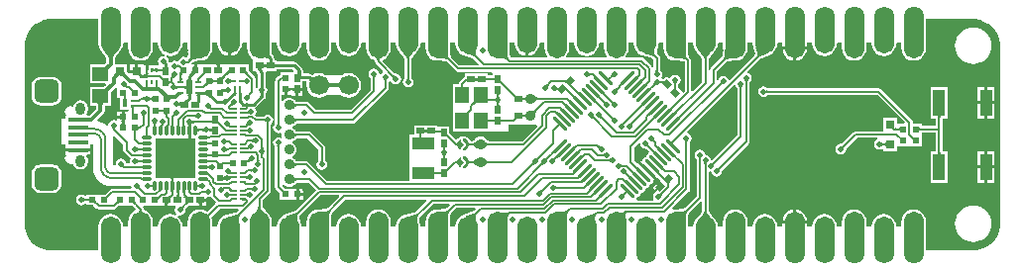
<source format=gtl>
G04*
G04 #@! TF.GenerationSoftware,Altium Limited,Altium Designer,20.2.4 (192)*
G04*
G04 Layer_Physical_Order=1*
G04 Layer_Color=255*
%FSLAX43Y43*%
%MOMM*%
G71*
G04*
G04 #@! TF.SameCoordinates,AF46D1C0-80E4-4F08-9089-F3FA465175DE*
G04*
G04*
G04 #@! TF.FilePolarity,Positive*
G04*
G01*
G75*
%ADD10C,0.254*%
%ADD12C,0.250*%
%ADD14C,0.150*%
%ADD15C,0.200*%
G04:AMPARAMS|DCode=20|XSize=1.05mm|YSize=0.84mm|CornerRadius=0.42mm|HoleSize=0mm|Usage=FLASHONLY|Rotation=270.000|XOffset=0mm|YOffset=0mm|HoleType=Round|Shape=RoundedRectangle|*
%AMROUNDEDRECTD20*
21,1,1.050,0.000,0,0,270.0*
21,1,0.210,0.840,0,0,270.0*
1,1,0.840,0.000,-0.105*
1,1,0.840,0.000,0.105*
1,1,0.840,0.000,0.105*
1,1,0.840,0.000,-0.105*
%
%ADD20ROUNDEDRECTD20*%
G04:AMPARAMS|DCode=21|XSize=2mm|YSize=2.1mm|CornerRadius=0.52mm|HoleSize=0mm|Usage=FLASHONLY|Rotation=270.000|XOffset=0mm|YOffset=0mm|HoleType=Round|Shape=RoundedRectangle|*
%AMROUNDEDRECTD21*
21,1,2.000,1.060,0,0,270.0*
21,1,0.960,2.100,0,0,270.0*
1,1,1.040,-0.530,-0.480*
1,1,1.040,-0.530,0.480*
1,1,1.040,0.530,0.480*
1,1,1.040,0.530,-0.480*
%
%ADD21ROUNDEDRECTD21*%
%ADD26R,1.150X1.400*%
G04:AMPARAMS|DCode=27|XSize=0.55mm|YSize=0.6mm|CornerRadius=0mm|HoleSize=0mm|Usage=FLASHONLY|Rotation=225.000|XOffset=0mm|YOffset=0mm|HoleType=Round|Shape=Rectangle|*
%AMROTATEDRECTD27*
4,1,4,-0.018,0.407,0.407,-0.018,0.018,-0.407,-0.407,0.018,-0.018,0.407,0.0*
%
%ADD27ROTATEDRECTD27*%

%ADD28R,0.500X0.650*%
%ADD29R,1.700X0.350*%
%ADD30R,1.000X2.250*%
%ADD31C,0.250*%
%ADD32R,0.600X0.250*%
G04:AMPARAMS|DCode=37|XSize=0.3mm|YSize=1.65mm|CornerRadius=0mm|HoleSize=0mm|Usage=FLASHONLY|Rotation=225.000|XOffset=0mm|YOffset=0mm|HoleType=Round|Shape=Round|*
%AMOVALD37*
21,1,1.350,0.300,0.000,0.000,315.0*
1,1,0.300,-0.477,0.477*
1,1,0.300,0.477,-0.477*
%
%ADD37OVALD37*%

G04:AMPARAMS|DCode=38|XSize=0.3mm|YSize=1.65mm|CornerRadius=0mm|HoleSize=0mm|Usage=FLASHONLY|Rotation=135.000|XOffset=0mm|YOffset=0mm|HoleType=Round|Shape=Round|*
%AMOVALD38*
21,1,1.350,0.300,0.000,0.000,225.0*
1,1,0.300,0.477,0.477*
1,1,0.300,-0.477,-0.477*
%
%ADD38OVALD38*%

%ADD39R,0.400X0.700*%
%ADD40R,0.800X0.800*%
%ADD41R,0.600X0.500*%
%ADD42R,0.600X0.550*%
%ADD43R,1.350X1.200*%
%ADD44R,0.762X0.762*%
%ADD45R,0.550X0.600*%
G04:AMPARAMS|DCode=46|XSize=0.5mm|YSize=0.65mm|CornerRadius=0mm|HoleSize=0mm|Usage=FLASHONLY|Rotation=135.000|XOffset=0mm|YOffset=0mm|HoleType=Round|Shape=Rectangle|*
%AMROTATEDRECTD46*
4,1,4,0.407,0.053,-0.053,-0.407,-0.407,-0.053,0.053,0.407,0.407,0.053,0.0*
%
%ADD46ROTATEDRECTD46*%

%ADD47R,0.650X0.500*%
%ADD67O,0.280X0.850*%
%ADD68O,0.850X0.280*%
%ADD69R,3.400X3.400*%
%ADD90C,0.500*%
%ADD91C,0.160*%
%ADD92R,1.900X1.100*%
%ADD93R,0.550X0.200*%
%ADD94R,0.500X1.260*%
%ADD95R,0.180X0.350*%
%ADD96R,0.940X0.280*%
%ADD97R,0.400X0.250*%
%ADD98C,0.175*%
%ADD99C,0.300*%
%ADD100C,0.240*%
%ADD101C,0.225*%
%ADD102R,0.350X0.250*%
%ADD103C,0.900*%
%ADD104C,1.700*%
%ADD105O,1.702X4.343*%
%ADD106C,1.702*%
%ADD107O,1.702X3.937*%
%ADD108C,3.600*%
G36*
X44660Y17678D02*
X44667Y17628D01*
X44660Y17577D01*
X44696Y17302D01*
X44802Y17047D01*
X44908Y16908D01*
X44846Y16781D01*
X41832D01*
X41796Y16817D01*
X41790Y16824D01*
X41777Y16849D01*
X41760Y16889D01*
X41744Y16945D01*
X41729Y17016D01*
X41716Y17096D01*
X41695Y17435D01*
X41695Y17538D01*
X41700Y17577D01*
X41693Y17628D01*
X41700Y17678D01*
Y18034D01*
X42075D01*
X42120Y17983D01*
X42156Y17709D01*
X42262Y17453D01*
X42430Y17234D01*
X42650Y17065D01*
X42906Y16959D01*
X43053Y16940D01*
Y17983D01*
X43307D01*
Y16940D01*
X43454Y16959D01*
X43710Y17065D01*
X43930Y17234D01*
X44098Y17453D01*
X44204Y17709D01*
X44240Y17983D01*
X44285Y18034D01*
X44660D01*
Y17678D01*
D02*
G37*
G36*
X19260D02*
X19267Y17628D01*
X19260Y17577D01*
X19296Y17302D01*
X19402Y17047D01*
X19570Y16827D01*
X19775Y16671D01*
X19795Y16548D01*
X19795D01*
X19795Y16548D01*
Y15648D01*
X20003D01*
X20014Y15593D01*
X20086Y15485D01*
X20209Y15363D01*
Y14306D01*
X20208Y14303D01*
X20207Y14297D01*
X20121Y14168D01*
X20112Y14167D01*
X19994Y14236D01*
Y14963D01*
X19973Y15070D01*
X19912Y15161D01*
X19472Y15601D01*
X19452Y15623D01*
Y16200D01*
X18579D01*
X18452Y16200D01*
Y16200D01*
X18451D01*
Y16200D01*
X17457D01*
X17452Y16200D01*
X17452Y16200D01*
X17340Y16175D01*
X17340Y16175D01*
X16942D01*
Y15983D01*
X16952Y15976D01*
X16966Y15971D01*
X16981Y15969D01*
X16942D01*
Y15725D01*
X16688D01*
Y15969D01*
X16649D01*
X16664Y15971D01*
X16678Y15976D01*
X16688Y15983D01*
Y16135D01*
X16672Y16145D01*
X16653Y16156D01*
X16632Y16166D01*
X16611Y16173D01*
X16604Y16175D01*
X15365D01*
Y16200D01*
X14992D01*
Y16041D01*
X15001Y16026D01*
X15014Y16012D01*
X15029Y16002D01*
X15046Y15996D01*
X15065Y15994D01*
X14992D01*
Y15725D01*
X14738D01*
Y15994D01*
X14665D01*
X14684Y15996D01*
X14701Y16002D01*
X14716Y16012D01*
X14729Y16026D01*
X14738Y16041D01*
Y16200D01*
X14582D01*
X14529Y16327D01*
X14561Y16359D01*
X14564Y16362D01*
X14588Y16375D01*
X14630Y16393D01*
X14690Y16413D01*
X14760Y16433D01*
X15213Y16512D01*
X15356Y16528D01*
X15356Y16528D01*
X15356Y16528D01*
X15375Y16535D01*
X15514Y16553D01*
X15770Y16659D01*
X15990Y16827D01*
X16158Y17047D01*
X16264Y17302D01*
X16300Y17577D01*
X16293Y17628D01*
X16300Y17678D01*
Y18034D01*
X16675D01*
X16720Y17983D01*
X16756Y17709D01*
X16862Y17453D01*
X17030Y17234D01*
X17250Y17065D01*
X17506Y16959D01*
X17653Y16940D01*
Y17983D01*
X17907D01*
Y16940D01*
X18054Y16959D01*
X18310Y17065D01*
X18530Y17234D01*
X18698Y17453D01*
X18804Y17709D01*
X18840Y17983D01*
X18885Y18034D01*
X19260D01*
Y17678D01*
D02*
G37*
G36*
X49740D02*
X49747Y17628D01*
X49740Y17577D01*
X49776Y17302D01*
X49882Y17047D01*
X49988Y16908D01*
X49926Y16781D01*
X46594D01*
X46532Y16908D01*
X46638Y17047D01*
X46744Y17302D01*
X46780Y17577D01*
X46773Y17628D01*
X46780Y17678D01*
Y18034D01*
X47155D01*
X47200Y17983D01*
X47236Y17709D01*
X47342Y17453D01*
X47510Y17234D01*
X47730Y17065D01*
X47986Y16959D01*
X48260Y16923D01*
X48534Y16959D01*
X48790Y17065D01*
X49010Y17234D01*
X49178Y17453D01*
X49284Y17709D01*
X49320Y17983D01*
X49365Y18034D01*
X49740D01*
Y17678D01*
D02*
G37*
G36*
X29420D02*
X29427Y17628D01*
X29420Y17577D01*
X29456Y17302D01*
X29562Y17047D01*
X29730Y16827D01*
X29950Y16659D01*
X30088Y16602D01*
X30101Y16593D01*
X30134Y16578D01*
X30153Y16568D01*
X30167Y16558D01*
X30176Y16549D01*
X30183Y16541D01*
X30189Y16533D01*
X30193Y16523D01*
X30197Y16509D01*
X30200Y16493D01*
Y16470D01*
X30201Y16462D01*
X30201Y16460D01*
X30203Y16453D01*
X30221Y16363D01*
X30282Y16272D01*
X30887Y15667D01*
X30856Y15518D01*
X30757Y15452D01*
X30674Y15326D01*
X30554Y15376D01*
X30559Y15400D01*
X30524Y15576D01*
X30424Y15724D01*
X30276Y15824D01*
X30100Y15859D01*
X29924Y15824D01*
X29776Y15724D01*
X29676Y15576D01*
X29641Y15400D01*
X29676Y15224D01*
X29776Y15076D01*
X29794Y15063D01*
X29801Y15055D01*
X29808Y15046D01*
X29812Y15039D01*
X29816Y15032D01*
X29818Y15027D01*
X29819Y15023D01*
X29820Y15022D01*
Y14016D01*
X28149Y12345D01*
X25121D01*
X24568Y12898D01*
X24477Y12959D01*
X24370Y12980D01*
X23567D01*
X23562Y12982D01*
X23548Y12986D01*
X23528Y12995D01*
X23503Y13009D01*
X23475Y13028D01*
X23444Y13051D01*
X23366Y13119D01*
X23331Y13154D01*
X23324Y13164D01*
X23188Y13268D01*
X23030Y13333D01*
X22860Y13356D01*
X22690Y13333D01*
X22532Y13268D01*
X22396Y13164D01*
X22342Y13093D01*
X22215Y13136D01*
Y13554D01*
X22454D01*
Y14054D01*
X22708D01*
Y13554D01*
X23056D01*
X23056Y13554D01*
X23121Y13529D01*
Y13529D01*
X23172Y13529D01*
X23444D01*
Y14054D01*
X23571D01*
Y14181D01*
X23815D01*
Y14229D01*
X23817Y14212D01*
X23822Y14197D01*
X23831Y14184D01*
X23835Y14181D01*
X24021D01*
Y14756D01*
X24273D01*
X24303Y14733D01*
X24371Y14629D01*
X24341Y14402D01*
X24377Y14128D01*
X24483Y13872D01*
X24651Y13653D01*
X24870Y13485D01*
X25126Y13379D01*
X25400Y13343D01*
X25674Y13379D01*
X25930Y13485D01*
X26017Y13552D01*
X27323D01*
X27410Y13485D01*
X27666Y13379D01*
X27940Y13343D01*
X28214Y13379D01*
X28470Y13485D01*
X28689Y13653D01*
X28857Y13872D01*
X28963Y14128D01*
X28999Y14402D01*
X28963Y14676D01*
X28857Y14931D01*
X28689Y15151D01*
X28470Y15319D01*
X28214Y15425D01*
X27940Y15461D01*
X27666Y15425D01*
X27410Y15319D01*
X27323Y15252D01*
X26017D01*
X25930Y15319D01*
X25674Y15425D01*
X25400Y15461D01*
X25126Y15425D01*
X24870Y15319D01*
X24831Y15289D01*
X24826Y15292D01*
X24820Y15296D01*
X24795Y15322D01*
X24687Y15394D01*
X24560Y15419D01*
X24046D01*
Y15691D01*
X24021Y15818D01*
X23949Y15925D01*
X23542Y16333D01*
X23434Y16405D01*
X23308Y16430D01*
X21795D01*
Y16548D01*
X21602D01*
Y16695D01*
X21577Y16821D01*
X21505Y16929D01*
X21480Y16953D01*
X21477Y16957D01*
X21453Y16992D01*
X21431Y17031D01*
X21412Y17078D01*
X21396Y17131D01*
X21383Y17191D01*
X21374Y17258D01*
X21369Y17333D01*
X21368Y17415D01*
X21373Y17508D01*
X21372Y17514D01*
X21380Y17577D01*
X21373Y17628D01*
X21380Y17678D01*
Y18034D01*
X21755D01*
X21800Y17983D01*
X21836Y17709D01*
X21942Y17453D01*
X22110Y17234D01*
X22330Y17065D01*
X22586Y16959D01*
X22860Y16923D01*
X23134Y16959D01*
X23390Y17065D01*
X23610Y17234D01*
X23778Y17453D01*
X23884Y17709D01*
X23920Y17983D01*
X23965Y18034D01*
X24340D01*
Y17678D01*
X24347Y17628D01*
X24340Y17577D01*
X24376Y17302D01*
X24482Y17047D01*
X24650Y16827D01*
X24870Y16659D01*
X25126Y16553D01*
X25400Y16517D01*
X25674Y16553D01*
X25930Y16659D01*
X26150Y16827D01*
X26318Y17047D01*
X26424Y17302D01*
X26460Y17577D01*
X26453Y17628D01*
X26460Y17678D01*
Y18034D01*
X26835D01*
X26880Y17983D01*
X26916Y17709D01*
X27022Y17453D01*
X27190Y17234D01*
X27410Y17065D01*
X27666Y16959D01*
X27940Y16923D01*
X28214Y16959D01*
X28470Y17065D01*
X28690Y17234D01*
X28858Y17453D01*
X28964Y17709D01*
X29000Y17983D01*
X29045Y18034D01*
X29420D01*
Y17678D01*
D02*
G37*
G36*
X14180D02*
X14187Y17628D01*
X14180Y17577D01*
X14195Y17463D01*
X14193Y17445D01*
X14208Y17319D01*
X14220Y17099D01*
X14219Y17010D01*
X14212Y16932D01*
X14202Y16867D01*
X14096Y16814D01*
X14063Y16813D01*
X14051Y16817D01*
X14041Y16824D01*
X13865Y16859D01*
X13689Y16824D01*
X13541Y16724D01*
X13441Y16576D01*
X13432Y16532D01*
X13291Y16473D01*
X13291Y16474D01*
X13115Y16509D01*
X12939Y16474D01*
X12791Y16374D01*
X12779Y16357D01*
X12645Y16378D01*
X12573Y16485D01*
X12571Y16487D01*
X12539Y16651D01*
X12439Y16799D01*
X12373Y16844D01*
X12426Y16959D01*
X12700Y16923D01*
X12974Y16959D01*
X13230Y17065D01*
X13450Y17234D01*
X13618Y17453D01*
X13724Y17709D01*
X13760Y17983D01*
X13805Y18034D01*
X14180D01*
Y17678D01*
D02*
G37*
G36*
X54128Y17633D02*
X54089Y17418D01*
X54081Y17322D01*
X54080Y17235D01*
X54087Y17157D01*
X54101Y17087D01*
X54123Y17025D01*
X54153Y16971D01*
X54190Y16926D01*
X54055Y16849D01*
X54029Y16869D01*
X53988Y16891D01*
X53932Y16917D01*
X53776Y16974D01*
X53431Y17078D01*
X53127Y17159D01*
X54159Y17754D01*
X54128Y17633D01*
D02*
G37*
G36*
X38859Y17574D02*
X38806Y17370D01*
X38793Y17279D01*
X38788Y17195D01*
X38792Y17119D01*
X38805Y17050D01*
X38826Y16989D01*
X38855Y16936D01*
X38893Y16889D01*
X38749Y16822D01*
X38730Y16835D01*
X38695Y16853D01*
X38643Y16876D01*
X38272Y17020D01*
X37821Y17179D01*
X38898Y17688D01*
X38859Y17574D01*
D02*
G37*
G36*
X63831Y17199D02*
X62909Y16803D01*
X62756Y16862D01*
X62795Y16909D01*
X62825Y16963D01*
X62845Y17023D01*
X62855Y17090D01*
X62857Y17164D01*
X62849Y17244D01*
X62832Y17332D01*
X62805Y17426D01*
X62769Y17526D01*
X62724Y17634D01*
X63831Y17199D01*
D02*
G37*
G36*
X8131Y17290D02*
X7988Y17125D01*
X7930Y17047D01*
X7881Y16972D01*
X7841Y16899D01*
X7810Y16829D01*
X7788Y16762D01*
X7774Y16697D01*
X7770Y16635D01*
X7470D01*
X7466Y16697D01*
X7452Y16762D01*
X7430Y16829D01*
X7399Y16899D01*
X7359Y16972D01*
X7310Y17047D01*
X7252Y17125D01*
X7185Y17206D01*
X7024Y17376D01*
X8216D01*
X8131Y17290D01*
D02*
G37*
G36*
X58917Y17276D02*
X58682Y17011D01*
X58625Y16933D01*
X58578Y16860D01*
X58542Y16793D01*
X58516Y16732D01*
X58500Y16676D01*
X58495Y16625D01*
X58345D01*
X58340Y16676D01*
X58324Y16732D01*
X58298Y16793D01*
X58262Y16860D01*
X58215Y16933D01*
X58158Y17011D01*
X58012Y17182D01*
X57824Y17376D01*
X59016D01*
X58917Y17276D01*
D02*
G37*
G36*
X33517D02*
X33282Y17011D01*
X33225Y16933D01*
X33178Y16860D01*
X33142Y16793D01*
X33116Y16732D01*
X33100Y16676D01*
X33095Y16625D01*
X32945D01*
X32940Y16676D01*
X32924Y16732D01*
X32898Y16793D01*
X32862Y16860D01*
X32815Y16933D01*
X32758Y17011D01*
X32612Y17182D01*
X32424Y17376D01*
X33616D01*
X33517Y17276D01*
D02*
G37*
G36*
X21164Y17418D02*
X21165Y17325D01*
X21171Y17238D01*
X21182Y17156D01*
X21199Y17079D01*
X21220Y17009D01*
X21247Y16944D01*
X21279Y16885D01*
X21316Y16831D01*
X21359Y16783D01*
X21182Y16606D01*
X21135Y16648D01*
X21082Y16683D01*
X21025Y16712D01*
X20962Y16735D01*
X20894Y16751D01*
X20820Y16762D01*
X20742Y16766D01*
X20658Y16763D01*
X20569Y16755D01*
X20475Y16740D01*
X21169Y17517D01*
X21164Y17418D01*
D02*
G37*
G36*
X60951Y16726D02*
X60811Y16726D01*
X60458Y16703D01*
X60362Y16689D01*
X60278Y16671D01*
X60205Y16649D01*
X60143Y16624D01*
X60092Y16596D01*
X60053Y16563D01*
X59947Y16670D01*
X59979Y16709D01*
X60007Y16760D01*
X60033Y16822D01*
X60054Y16895D01*
X60072Y16979D01*
X60087Y17075D01*
X60105Y17299D01*
X60109Y17568D01*
X60951Y16726D01*
D02*
G37*
G36*
X56731Y17428D02*
X56753Y17075D01*
X56768Y16979D01*
X56786Y16895D01*
X56807Y16822D01*
X56833Y16760D01*
X56861Y16709D01*
X56893Y16670D01*
X56787Y16563D01*
X56748Y16596D01*
X56697Y16624D01*
X56635Y16649D01*
X56562Y16671D01*
X56478Y16689D01*
X56382Y16703D01*
X56158Y16722D01*
X55889Y16726D01*
X56731Y17568D01*
X56731Y17428D01*
D02*
G37*
G36*
X41491Y17428D02*
X41513Y17075D01*
X41528Y16979D01*
X41546Y16895D01*
X41567Y16822D01*
X41593Y16760D01*
X41621Y16709D01*
X41653Y16670D01*
X41547Y16563D01*
X41508Y16596D01*
X41457Y16624D01*
X41395Y16649D01*
X41322Y16671D01*
X41238Y16689D01*
X41142Y16703D01*
X40918Y16722D01*
X40649Y16726D01*
X41491Y17568D01*
X41491Y17428D01*
D02*
G37*
G36*
X36411Y17428D02*
X36433Y17075D01*
X36448Y16979D01*
X36466Y16895D01*
X36487Y16822D01*
X36513Y16760D01*
X36541Y16709D01*
X36573Y16670D01*
X36467Y16563D01*
X36428Y16596D01*
X36377Y16624D01*
X36315Y16649D01*
X36242Y16671D01*
X36158Y16689D01*
X36062Y16703D01*
X35838Y16722D01*
X35569Y16726D01*
X36411Y17568D01*
X36411Y17428D01*
D02*
G37*
G36*
X81947Y19977D02*
X82362Y19805D01*
X82737Y19555D01*
X83055Y19237D01*
X83305Y18862D01*
X83477Y18447D01*
X83565Y18005D01*
Y17780D01*
Y2540D01*
Y2315D01*
X83477Y1873D01*
X83305Y1458D01*
X83055Y1083D01*
X82737Y765D01*
X82362Y515D01*
X81947Y343D01*
X81505Y255D01*
X77260D01*
Y2642D01*
X77253Y2692D01*
X77260Y2743D01*
X77224Y3018D01*
X77118Y3273D01*
X76950Y3493D01*
X76730Y3661D01*
X76474Y3767D01*
X76200Y3803D01*
X75926Y3767D01*
X75670Y3661D01*
X75450Y3493D01*
X75282Y3273D01*
X75176Y3018D01*
X75140Y2743D01*
X75147Y2692D01*
X75140Y2642D01*
Y2286D01*
X74765D01*
X74720Y2337D01*
X74684Y2611D01*
X74578Y2867D01*
X74410Y3086D01*
X74190Y3255D01*
X73934Y3361D01*
X73660Y3397D01*
X73386Y3361D01*
X73130Y3255D01*
X72910Y3086D01*
X72742Y2867D01*
X72636Y2611D01*
X72600Y2337D01*
X72555Y2286D01*
X72180D01*
Y2642D01*
X72173Y2692D01*
X72180Y2743D01*
X72144Y3018D01*
X72038Y3273D01*
X71870Y3493D01*
X71650Y3661D01*
X71394Y3767D01*
X71120Y3803D01*
X70846Y3767D01*
X70590Y3661D01*
X70370Y3493D01*
X70202Y3273D01*
X70096Y3018D01*
X70060Y2743D01*
X70067Y2692D01*
X70060Y2642D01*
Y2286D01*
X69685D01*
X69640Y2337D01*
X69604Y2611D01*
X69498Y2867D01*
X69330Y3086D01*
X69110Y3255D01*
X68854Y3361D01*
X68580Y3397D01*
X68306Y3361D01*
X68050Y3255D01*
X67830Y3086D01*
X67662Y2867D01*
X67556Y2611D01*
X67520Y2337D01*
X67475Y2286D01*
X67100D01*
Y2616D01*
X64980D01*
Y2286D01*
X64605D01*
X64560Y2337D01*
X64524Y2611D01*
X64418Y2867D01*
X64250Y3086D01*
X64030Y3255D01*
X63774Y3361D01*
X63500Y3397D01*
X63226Y3361D01*
X62970Y3255D01*
X62750Y3086D01*
X62582Y2867D01*
X62476Y2611D01*
X62440Y2337D01*
X62395Y2286D01*
X62020D01*
Y2642D01*
X62013Y2692D01*
X62020Y2743D01*
X61984Y3018D01*
X61878Y3273D01*
X61710Y3493D01*
X61490Y3661D01*
X61234Y3767D01*
X60960Y3803D01*
X60686Y3767D01*
X60430Y3661D01*
X60210Y3493D01*
X60042Y3273D01*
X59936Y3018D01*
X59900Y2743D01*
X59907Y2692D01*
X59900Y2642D01*
Y2286D01*
X59525D01*
X59480Y2337D01*
X59444Y2611D01*
X59338Y2867D01*
X59170Y3086D01*
X59141Y3108D01*
X58979Y3275D01*
X58842Y3436D01*
X58793Y3503D01*
X58754Y3564D01*
X58726Y3615D01*
X58709Y3655D01*
X58701Y3682D01*
X58700Y3691D01*
Y6959D01*
X58797Y7033D01*
X58920Y6992D01*
X58946Y6859D01*
X59046Y6710D01*
X59194Y6611D01*
X59370Y6576D01*
X59546Y6611D01*
X59694Y6710D01*
X59794Y6859D01*
X59829Y7035D01*
X59824Y7057D01*
X59825Y7067D01*
X59827Y7078D01*
X59829Y7087D01*
X59831Y7094D01*
X59833Y7099D01*
X59835Y7103D01*
X59836Y7104D01*
X62123Y9392D01*
X62184Y9483D01*
X62205Y9590D01*
Y14622D01*
X62206Y14623D01*
X62207Y14627D01*
X62209Y14632D01*
X62213Y14639D01*
X62217Y14646D01*
X62224Y14655D01*
X62231Y14663D01*
X62249Y14676D01*
X62349Y14824D01*
X62384Y15000D01*
X62349Y15176D01*
X62249Y15324D01*
X62101Y15424D01*
X62017Y15441D01*
X61975Y15578D01*
X63029Y16633D01*
X63911Y17012D01*
X63912Y17012D01*
X63912Y17012D01*
X63927Y17023D01*
X64030Y17065D01*
X64250Y17234D01*
X64418Y17453D01*
X64524Y17709D01*
X64560Y17983D01*
X64605Y18034D01*
X64980D01*
Y17704D01*
X66040D01*
X67100D01*
Y18034D01*
X67475D01*
X67520Y17983D01*
X67556Y17709D01*
X67662Y17453D01*
X67830Y17234D01*
X68050Y17065D01*
X68306Y16959D01*
X68580Y16923D01*
X68854Y16959D01*
X69110Y17065D01*
X69330Y17234D01*
X69498Y17453D01*
X69604Y17709D01*
X69640Y17983D01*
X69685Y18034D01*
X70060D01*
Y17678D01*
X70067Y17628D01*
X70060Y17577D01*
X70096Y17302D01*
X70202Y17047D01*
X70370Y16827D01*
X70590Y16659D01*
X70846Y16553D01*
X71120Y16517D01*
X71394Y16553D01*
X71650Y16659D01*
X71870Y16827D01*
X72038Y17047D01*
X72144Y17302D01*
X72180Y17577D01*
X72173Y17628D01*
X72180Y17678D01*
Y18034D01*
X72555D01*
X72600Y17983D01*
X72636Y17709D01*
X72742Y17453D01*
X72910Y17234D01*
X73130Y17065D01*
X73386Y16959D01*
X73660Y16923D01*
X73934Y16959D01*
X74190Y17065D01*
X74410Y17234D01*
X74578Y17453D01*
X74684Y17709D01*
X74720Y17983D01*
X74765Y18034D01*
X75140D01*
Y17678D01*
X75147Y17628D01*
X75140Y17577D01*
X75176Y17302D01*
X75282Y17047D01*
X75450Y16827D01*
X75670Y16659D01*
X75926Y16553D01*
X76200Y16517D01*
X76474Y16553D01*
X76730Y16659D01*
X76950Y16827D01*
X77118Y17047D01*
X77224Y17302D01*
X77260Y17577D01*
X77253Y17628D01*
X77260Y17678D01*
Y20065D01*
X81280D01*
X81505D01*
X81947Y19977D01*
D02*
G37*
G36*
X62440Y17983D02*
X62476Y17709D01*
X62533Y17573D01*
X62536Y17555D01*
X62579Y17452D01*
X62611Y17364D01*
X62633Y17284D01*
X62647Y17215D01*
X62653Y17156D01*
X62652Y17108D01*
X62646Y17072D01*
X62637Y17045D01*
X62626Y17024D01*
X62615Y17012D01*
X60493Y14889D01*
X60393Y14919D01*
X60363Y14940D01*
X60271Y15078D01*
X60122Y15177D01*
X59947Y15212D01*
X59771Y15177D01*
X59622Y15078D01*
X59523Y14929D01*
X59512Y14874D01*
X59385Y14886D01*
Y15605D01*
X60201Y16421D01*
X60208Y16427D01*
X60232Y16440D01*
X60272Y16457D01*
X60328Y16473D01*
X60399Y16488D01*
X60479Y16500D01*
X60818Y16522D01*
X60921Y16522D01*
X60960Y16517D01*
X61234Y16553D01*
X61490Y16659D01*
X61710Y16827D01*
X61878Y17047D01*
X61984Y17302D01*
X62020Y17577D01*
X62013Y17628D01*
X62020Y17678D01*
Y18034D01*
X62395D01*
X62440Y17983D01*
D02*
G37*
G36*
X11640D02*
X11676Y17709D01*
X11782Y17453D01*
X11950Y17234D01*
X12170Y17065D01*
X12230Y17040D01*
X12193Y16918D01*
X12115Y16934D01*
X11939Y16899D01*
X11791Y16799D01*
X11691Y16651D01*
X11656Y16475D01*
X11691Y16299D01*
X11736Y16233D01*
X11668Y16106D01*
X10849D01*
Y15741D01*
X10847Y15731D01*
X10612D01*
Y16106D01*
X10494D01*
X10397Y16178D01*
X10397Y16178D01*
X10397Y16178D01*
X9943D01*
Y15597D01*
X9816D01*
Y15470D01*
X9159D01*
X9118Y15453D01*
X9103Y15468D01*
X9057Y15518D01*
X9025Y15558D01*
X9000Y15593D01*
Y16178D01*
X8033D01*
X7977Y16247D01*
Y16669D01*
X7977Y16669D01*
X7985Y16709D01*
X8001Y16756D01*
X8024Y16808D01*
X8056Y16867D01*
X8098Y16931D01*
X8147Y16998D01*
X8281Y17151D01*
X8339Y17211D01*
X8370Y17234D01*
X8538Y17453D01*
X8644Y17709D01*
X8680Y17983D01*
X8725Y18034D01*
X9100D01*
Y17678D01*
X9107Y17628D01*
X9100Y17577D01*
X9136Y17302D01*
X9242Y17047D01*
X9410Y16827D01*
X9630Y16659D01*
X9886Y16553D01*
X10160Y16517D01*
X10434Y16553D01*
X10690Y16659D01*
X10910Y16827D01*
X11078Y17047D01*
X11184Y17302D01*
X11220Y17577D01*
X11213Y17628D01*
X11220Y17678D01*
Y18034D01*
X11595D01*
X11640Y17983D01*
D02*
G37*
G36*
X15332Y16731D02*
X15184Y16713D01*
X14716Y16632D01*
X14630Y16608D01*
X14557Y16584D01*
X14497Y16558D01*
X14450Y16531D01*
X14414Y16503D01*
X14296Y16596D01*
X14331Y16639D01*
X14360Y16692D01*
X14384Y16754D01*
X14402Y16826D01*
X14415Y16908D01*
X14422Y17001D01*
X14424Y17103D01*
X14411Y17336D01*
X14396Y17468D01*
X15332Y16731D01*
D02*
G37*
G36*
X30616Y16843D02*
X30603Y16838D01*
X30592Y16830D01*
X30582Y16819D01*
X30574Y16804D01*
X30567Y16787D01*
X30565Y16780D01*
X30779D01*
X30736Y16762D01*
X30698Y16741D01*
X30665Y16717D01*
X30635Y16690D01*
X30611Y16661D01*
X30591Y16628D01*
X30575Y16593D01*
X30564Y16555D01*
X30557Y16514D01*
X30555Y16470D01*
X30405D01*
X30403Y16514D01*
X30396Y16555D01*
X30385Y16593D01*
X30369Y16628D01*
X30349Y16661D01*
X30325Y16690D01*
X30295Y16717D01*
X30262Y16741D01*
X30224Y16762D01*
X30181Y16780D01*
X30395D01*
X30393Y16787D01*
X30386Y16804D01*
X30378Y16819D01*
X30368Y16830D01*
X30357Y16838D01*
X30344Y16843D01*
X30330Y16844D01*
X30630D01*
X30616Y16843D01*
D02*
G37*
G36*
X14081Y16529D02*
X14090Y16521D01*
X14100Y16514D01*
X14112Y16508D01*
X14126Y16502D01*
X14142Y16498D01*
X14159Y16495D01*
X14178Y16493D01*
X14199Y16491D01*
X14221Y16491D01*
Y16341D01*
X14201Y16340D01*
X14182Y16339D01*
X14164Y16336D01*
X14149Y16332D01*
X14135Y16328D01*
X14122Y16322D01*
X14112Y16316D01*
X14103Y16308D01*
X14095Y16299D01*
X14089Y16289D01*
X14074Y16538D01*
X14081Y16529D01*
D02*
G37*
G36*
X37040Y17983D02*
X37076Y17709D01*
X37182Y17453D01*
X37350Y17234D01*
X37570Y17065D01*
X37739Y16995D01*
X37752Y16988D01*
X37752Y16987D01*
X37753Y16987D01*
X37792Y16973D01*
X37826Y16959D01*
X37835Y16958D01*
X38201Y16828D01*
X38564Y16688D01*
X38606Y16669D01*
X38616Y16664D01*
X39031Y16249D01*
X38983Y16132D01*
X37402D01*
X36716Y16817D01*
X36710Y16824D01*
X36697Y16849D01*
X36680Y16889D01*
X36664Y16945D01*
X36649Y17016D01*
X36636Y17096D01*
X36615Y17435D01*
X36615Y17538D01*
X36620Y17577D01*
X36613Y17628D01*
X36620Y17678D01*
Y18034D01*
X36995D01*
X37040Y17983D01*
D02*
G37*
G36*
X52280D02*
X52316Y17709D01*
X52422Y17453D01*
X52590Y17234D01*
X52810Y17065D01*
X53066Y16959D01*
X53105Y16954D01*
X53375Y16882D01*
X53711Y16780D01*
X53855Y16728D01*
X53897Y16709D01*
X53914Y16699D01*
X53996Y16618D01*
Y15988D01*
X53870Y15970D01*
X53809Y16061D01*
X53171Y16699D01*
X53080Y16760D01*
X52972Y16781D01*
X51674D01*
X51612Y16908D01*
X51718Y17047D01*
X51824Y17302D01*
X51860Y17577D01*
X51853Y17628D01*
X51860Y17678D01*
Y18034D01*
X52235D01*
X52280Y17983D01*
D02*
G37*
G36*
X7634Y16049D02*
X7571Y15984D01*
X7473Y15869D01*
X7437Y15819D01*
X7411Y15774D01*
X7394Y15734D01*
X7387Y15699D01*
X7388Y15669D01*
X7399Y15644D01*
X7419Y15625D01*
X6923Y15971D01*
X6949Y15958D01*
X6979Y15952D01*
X7013Y15954D01*
X7050Y15964D01*
X7090Y15982D01*
X7135Y16007D01*
X7182Y16040D01*
X7234Y16081D01*
X7289Y16130D01*
X7347Y16186D01*
X7634Y16049D01*
D02*
G37*
G36*
X12465Y16149D02*
X12469Y16107D01*
X12475Y16069D01*
X12483Y16037D01*
X12494Y16009D01*
X12508Y15987D01*
X12524Y15969D01*
X12542Y15957D01*
X12563Y15949D01*
X12586Y15947D01*
X12092D01*
X12115Y15949D01*
X12136Y15957D01*
X12154Y15969D01*
X12170Y15987D01*
X12184Y16009D01*
X12194Y16037D01*
X12203Y16069D01*
X12209Y16107D01*
X12213Y16149D01*
X12214Y16197D01*
X12464D01*
X12465Y16149D01*
D02*
G37*
G36*
X13314Y16204D02*
X13328Y16193D01*
X13344Y16183D01*
X13361Y16174D01*
X13379Y16167D01*
X13399Y16161D01*
X13421Y16156D01*
X13444Y16153D01*
X13468Y16151D01*
X13494Y16150D01*
Y15950D01*
X13468Y15949D01*
X13444Y15947D01*
X13421Y15944D01*
X13399Y15939D01*
X13379Y15933D01*
X13361Y15926D01*
X13344Y15917D01*
X13328Y15907D01*
X13314Y15896D01*
X13301Y15883D01*
Y16217D01*
X13314Y16204D01*
D02*
G37*
G36*
X21595Y16322D02*
X21602Y16301D01*
X21615Y16283D01*
X21632Y16267D01*
X21655Y16254D01*
X21682Y16243D01*
X21715Y16234D01*
X21752Y16228D01*
X21795Y16225D01*
X21842Y16223D01*
Y15973D01*
X21795Y15972D01*
X21752Y15969D01*
X21715Y15962D01*
X21682Y15954D01*
X21655Y15943D01*
X21632Y15930D01*
X21615Y15914D01*
X21602Y15895D01*
X21595Y15875D01*
X21592Y15851D01*
Y16345D01*
X21595Y16322D01*
D02*
G37*
G36*
X11452Y15559D02*
X11450Y15574D01*
X11445Y15587D01*
X11436Y15599D01*
X11424Y15609D01*
X11408Y15618D01*
X11389Y15625D01*
X11366Y15630D01*
X11340Y15634D01*
X11339Y15634D01*
X11338Y15634D01*
X11312Y15630D01*
X11289Y15625D01*
X11270Y15618D01*
X11254Y15609D01*
X11242Y15599D01*
X11233Y15587D01*
X11228Y15574D01*
X11226Y15559D01*
X11223Y15900D01*
X11225Y15883D01*
X11230Y15868D01*
X11239Y15855D01*
X11252Y15844D01*
X11268Y15834D01*
X11287Y15826D01*
X11310Y15820D01*
X11337Y15816D01*
X11339Y15816D01*
X11341Y15816D01*
X11368Y15820D01*
X11391Y15826D01*
X11410Y15834D01*
X11426Y15844D01*
X11439Y15855D01*
X11448Y15868D01*
X11453Y15883D01*
X11455Y15900D01*
X11452Y15559D01*
D02*
G37*
G36*
X59900Y17678D02*
X59907Y17628D01*
X59900Y17577D01*
X59905Y17541D01*
X59901Y17309D01*
X59884Y17098D01*
X59871Y17016D01*
X59856Y16945D01*
X59840Y16889D01*
X59823Y16849D01*
X59810Y16824D01*
X59804Y16817D01*
X58906Y15920D01*
X58846Y15829D01*
X58827Y15737D01*
X58700Y15750D01*
Y16629D01*
X58701Y16638D01*
X58709Y16665D01*
X58726Y16705D01*
X58754Y16756D01*
X58793Y16817D01*
X58841Y16882D01*
X59066Y17137D01*
X59138Y17210D01*
X59170Y17234D01*
X59338Y17453D01*
X59444Y17709D01*
X59480Y17983D01*
X59525Y18034D01*
X59900D01*
Y17678D01*
D02*
G37*
G36*
X20451Y15853D02*
X20450Y15849D01*
X20449Y15842D01*
X20448Y15833D01*
X20446Y15788D01*
X20445Y15720D01*
X20195D01*
X20189Y15855D01*
X20452D01*
X20451Y15853D01*
D02*
G37*
G36*
X23272Y15665D02*
X23230Y15550D01*
X23121Y15529D01*
X23056Y15554D01*
Y15554D01*
X23005Y15554D01*
X22106D01*
Y15301D01*
X22079Y15295D01*
X21988Y15235D01*
X21737Y14983D01*
X21676Y14892D01*
X21655Y14785D01*
Y13325D01*
Y11133D01*
X21654Y11132D01*
X21653Y11128D01*
X21651Y11123D01*
X21647Y11116D01*
X21643Y11109D01*
X21636Y11100D01*
X21629Y11092D01*
X21611Y11079D01*
X21511Y10931D01*
X21476Y10755D01*
X21511Y10579D01*
X21611Y10431D01*
X21759Y10331D01*
X21935Y10296D01*
X22099Y10329D01*
X22128Y10317D01*
X22216Y10249D01*
X22204Y10160D01*
X22227Y9990D01*
X22230Y9982D01*
X22128Y9897D01*
X22111Y9909D01*
X21935Y9944D01*
X21759Y9909D01*
X21611Y9809D01*
X21511Y9661D01*
X21476Y9485D01*
X21511Y9309D01*
X21611Y9161D01*
X21629Y9148D01*
X21636Y9140D01*
X21643Y9131D01*
X21647Y9124D01*
X21651Y9117D01*
X21653Y9112D01*
X21654Y9108D01*
X21655Y9107D01*
Y5739D01*
X21676Y5631D01*
X21737Y5540D01*
X22068Y5209D01*
X22089Y5187D01*
Y4610D01*
X22962D01*
X23089Y4610D01*
X23216Y4610D01*
X23462D01*
Y5085D01*
Y5560D01*
X23216D01*
X23089Y5560D01*
X22962Y5560D01*
X22513D01*
X22492Y5579D01*
X22272Y5799D01*
X22279Y5831D01*
X22332Y5856D01*
X22418Y5869D01*
X22532Y5782D01*
X22690Y5717D01*
X22860Y5694D01*
X23030Y5717D01*
X23188Y5782D01*
X23324Y5886D01*
X23331Y5896D01*
X23366Y5931D01*
X23444Y5999D01*
X23475Y6022D01*
X23503Y6041D01*
X23528Y6055D01*
X23548Y6064D01*
X23562Y6068D01*
X23567Y6070D01*
X24501D01*
X25145Y5425D01*
X23392Y3672D01*
X22507Y3331D01*
X22495Y3323D01*
X22330Y3255D01*
X22110Y3086D01*
X21942Y2867D01*
X21836Y2611D01*
X21800Y2337D01*
X21755Y2286D01*
X21380D01*
Y2642D01*
X21373Y2692D01*
X21380Y2743D01*
X21344Y3018D01*
X21238Y3273D01*
X21070Y3493D01*
X21041Y3515D01*
X20879Y3681D01*
X20742Y3843D01*
X20693Y3910D01*
X20654Y3970D01*
X20626Y4022D01*
X20609Y4062D01*
X20601Y4089D01*
X20600Y4097D01*
Y4540D01*
X21238Y5177D01*
X21299Y5268D01*
X21320Y5376D01*
Y11057D01*
X21321Y11058D01*
X21322Y11062D01*
X21324Y11067D01*
X21328Y11074D01*
X21332Y11081D01*
X21339Y11090D01*
X21346Y11098D01*
X21364Y11111D01*
X21464Y11259D01*
X21499Y11435D01*
X21464Y11611D01*
X21364Y11759D01*
X21216Y11859D01*
X21040Y11894D01*
X20864Y11859D01*
X20716Y11759D01*
X20703Y11741D01*
X20695Y11734D01*
X20686Y11727D01*
X20679Y11723D01*
X20672Y11719D01*
X20667Y11717D01*
X20663Y11716D01*
X20662Y11715D01*
X20096D01*
X19947Y11864D01*
X20038Y11999D01*
X20073Y12175D01*
X20038Y12351D01*
X19959Y12468D01*
X20057Y12533D01*
X20774Y13251D01*
X20846Y13358D01*
X20871Y13485D01*
Y13664D01*
X20872Y13667D01*
X20873Y13673D01*
X20964Y13809D01*
X20999Y13985D01*
X20964Y14161D01*
X20873Y14297D01*
X20872Y14301D01*
X20871Y14309D01*
Y15500D01*
X20867Y15521D01*
X20960Y15644D01*
X20971Y15648D01*
X21588D01*
X21592Y15648D01*
X21597Y15648D01*
X21795D01*
Y15767D01*
X23170D01*
X23272Y15665D01*
D02*
G37*
G36*
X12308Y15780D02*
X12331Y15759D01*
X12336Y15756D01*
X12340Y15753D01*
X12344Y15751D01*
X12347Y15750D01*
X12349Y15750D01*
X12214Y15615D01*
X12214Y15617D01*
X12213Y15620D01*
X12211Y15624D01*
X12208Y15628D01*
X12205Y15633D01*
X12196Y15644D01*
X12184Y15656D01*
X12177Y15663D01*
X12301Y15787D01*
X12308Y15780D01*
D02*
G37*
G36*
X11625Y15883D02*
X11630Y15868D01*
X11639Y15855D01*
X11652Y15844D01*
X11668Y15834D01*
X11687Y15826D01*
X11710Y15820D01*
X11737Y15816D01*
X11767Y15813D01*
X11801Y15812D01*
Y15637D01*
X11768Y15637D01*
X11738Y15634D01*
X11712Y15630D01*
X11689Y15625D01*
X11670Y15618D01*
X11654Y15609D01*
X11642Y15599D01*
X11633Y15587D01*
X11628Y15574D01*
X11626Y15559D01*
X11623Y15900D01*
X11625Y15883D01*
D02*
G37*
G36*
X54352Y15746D02*
X54355Y15724D01*
X54360Y15702D01*
X54367Y15681D01*
X54376Y15660D01*
X54387Y15639D01*
X54400Y15618D01*
X54415Y15598D01*
X54432Y15578D01*
X54451Y15558D01*
X54101D01*
X54120Y15578D01*
X54137Y15598D01*
X54152Y15618D01*
X54165Y15639D01*
X54176Y15660D01*
X54185Y15681D01*
X54192Y15702D01*
X54197Y15724D01*
X54200Y15746D01*
X54201Y15768D01*
X54351D01*
X54352Y15746D01*
D02*
G37*
G36*
X12095Y15550D02*
X12093Y15567D01*
X12088Y15582D01*
X12079Y15595D01*
X12067Y15606D01*
X12051Y15616D01*
X12031Y15623D01*
X12008Y15630D01*
X11981Y15634D01*
X11951Y15637D01*
X11917Y15637D01*
Y15812D01*
X11951Y15813D01*
X11981Y15816D01*
X12008Y15820D01*
X12031Y15826D01*
X12051Y15834D01*
X12067Y15844D01*
X12079Y15855D01*
X12088Y15868D01*
X12093Y15883D01*
X12095Y15900D01*
Y15550D01*
D02*
G37*
G36*
X15901Y15481D02*
X15882Y15489D01*
X15861Y15492D01*
X15839Y15489D01*
X15814Y15482D01*
X15786Y15470D01*
X15757Y15453D01*
X15725Y15432D01*
X15692Y15405D01*
X15656Y15373D01*
X15618Y15337D01*
X15402Y15403D01*
X15445Y15448D01*
X15512Y15526D01*
X15536Y15560D01*
X15554Y15590D01*
X15565Y15616D01*
X15570Y15639D01*
X15568Y15658D01*
X15560Y15674D01*
X15546Y15686D01*
X15901Y15481D01*
D02*
G37*
G36*
X17851Y15456D02*
X17839Y15471D01*
X17824Y15479D01*
X17805Y15481D01*
X17783Y15476D01*
X17756Y15465D01*
X17726Y15448D01*
X17692Y15423D01*
X17655Y15393D01*
X17568Y15312D01*
X17513Y15540D01*
X17549Y15577D01*
X17607Y15646D01*
X17629Y15677D01*
X17645Y15706D01*
X17657Y15734D01*
X17665Y15759D01*
X17667Y15782D01*
X17665Y15803D01*
X17658Y15822D01*
X17851Y15456D01*
D02*
G37*
G36*
X14947D02*
X14926Y15469D01*
X14903Y15475D01*
X14876Y15474D01*
X14845Y15466D01*
X14812Y15451D01*
X14775Y15430D01*
X14734Y15402D01*
X14691Y15367D01*
X14593Y15276D01*
X14391Y15428D01*
X14442Y15481D01*
X14522Y15574D01*
X14551Y15616D01*
X14573Y15653D01*
X14587Y15686D01*
X14594Y15716D01*
X14594Y15742D01*
X14586Y15764D01*
X14571Y15782D01*
X14947Y15456D01*
D02*
G37*
G36*
X19236Y15630D02*
X19231Y15617D01*
X19231Y15602D01*
X19235Y15584D01*
X19244Y15564D01*
X19257Y15542D01*
X19275Y15517D01*
X19297Y15490D01*
X19355Y15428D01*
X19223Y15347D01*
X19194Y15376D01*
X19139Y15422D01*
X19115Y15439D01*
X19093Y15451D01*
X19073Y15460D01*
X19055Y15465D01*
X19038Y15466D01*
X19024Y15463D01*
X19011Y15456D01*
X19245Y15640D01*
X19236Y15630D01*
D02*
G37*
G36*
X10827Y15507D02*
X10827Y15478D01*
X10830Y15448D01*
X10834Y15422D01*
X10840Y15399D01*
X10848Y15379D01*
X10858Y15363D01*
X10869Y15350D01*
X10882Y15341D01*
X10897Y15336D01*
X10914Y15334D01*
X10827Y15335D01*
X10827Y15288D01*
X10830Y15288D01*
X10868Y15288D01*
X11078Y15288D01*
Y15113D01*
X10827Y15112D01*
Y15288D01*
X10672D01*
Y15063D01*
X10670Y15065D01*
X10662Y15067D01*
X10650Y15069D01*
X10632Y15071D01*
X10512Y15075D01*
X10422Y15075D01*
Y15325D01*
X10651Y15336D01*
X10651Y15539D01*
X10826D01*
X10827Y15507D01*
D02*
G37*
G36*
X23818Y15326D02*
X23465Y15323D01*
X23489Y15325D01*
X23510Y15333D01*
X23529Y15346D01*
X23545Y15364D01*
X23559Y15387D01*
X23570Y15414D01*
X23579Y15447D01*
X23585Y15485D01*
X23589Y15528D01*
X23590Y15576D01*
X23840D01*
X23818Y15326D01*
D02*
G37*
G36*
X13796Y15454D02*
X13779Y15448D01*
X13764Y15437D01*
X13751Y15423D01*
X13740Y15405D01*
X13731Y15382D01*
X13724Y15356D01*
X13719Y15326D01*
X13716Y15291D01*
X13715Y15253D01*
X13515D01*
X13568Y15453D01*
X13815Y15456D01*
X13796Y15454D01*
D02*
G37*
G36*
X52817Y15231D02*
X52792Y15205D01*
X52735Y15140D01*
X52723Y15123D01*
X52713Y15107D01*
X52707Y15094D01*
X52703Y15082D01*
X52703Y15073D01*
X52706Y15066D01*
X52575Y15255D01*
X52580Y15250D01*
X52588Y15248D01*
X52597Y15249D01*
X52608Y15253D01*
X52620Y15259D01*
X52635Y15269D01*
X52651Y15281D01*
X52689Y15315D01*
X52711Y15337D01*
X52817Y15231D01*
D02*
G37*
G36*
X8384Y15222D02*
X8369Y15232D01*
X8350Y15234D01*
X8327Y15230D01*
X8299Y15218D01*
X8267Y15200D01*
X8230Y15175D01*
X8189Y15144D01*
X8095Y15059D01*
X8041Y15007D01*
X7829Y15219D01*
X7882Y15273D01*
X7998Y15408D01*
X8023Y15444D01*
X8041Y15477D01*
X8052Y15504D01*
X8056Y15528D01*
X8054Y15547D01*
X8044Y15562D01*
X8384Y15222D01*
D02*
G37*
G36*
X48453Y15483D02*
X48473Y15466D01*
X48493Y15451D01*
X48514Y15438D01*
X48535Y15427D01*
X48556Y15418D01*
X48577Y15411D01*
X48599Y15406D01*
X48621Y15403D01*
X48643Y15402D01*
Y15252D01*
X48621Y15251D01*
X48599Y15248D01*
X48577Y15243D01*
X48556Y15236D01*
X48535Y15227D01*
X48514Y15216D01*
X48493Y15203D01*
X48473Y15188D01*
X48453Y15171D01*
X48433Y15152D01*
Y15502D01*
X48453Y15483D01*
D02*
G37*
G36*
X13095Y15076D02*
X13079Y15076D01*
X13062Y15074D01*
X13045Y15071D01*
X13028Y15065D01*
X13010Y15057D01*
X12992Y15047D01*
X12974Y15035D01*
X12955Y15021D01*
X12937Y15004D01*
X12918Y14986D01*
X12776Y15128D01*
X12794Y15147D01*
X12825Y15184D01*
X12837Y15202D01*
X12847Y15220D01*
X12855Y15238D01*
X12860Y15255D01*
X12864Y15272D01*
X12866Y15289D01*
X12866Y15305D01*
X13095Y15076D01*
D02*
G37*
G36*
X11608Y15330D02*
X11614Y15324D01*
X11624Y15318D01*
X11638Y15313D01*
X11656Y15309D01*
X11678Y15306D01*
X11734Y15301D01*
X11806Y15300D01*
Y15100D01*
X11768Y15100D01*
X11656Y15091D01*
X11638Y15087D01*
X11624Y15082D01*
X11614Y15076D01*
X11608Y15070D01*
X11606Y15063D01*
Y15337D01*
X11608Y15330D01*
D02*
G37*
G36*
X17353Y15097D02*
X17313Y15055D01*
X17249Y14980D01*
X17226Y14947D01*
X17209Y14917D01*
X17198Y14890D01*
X17192Y14867D01*
X17193Y14846D01*
X17200Y14829D01*
X17212Y14814D01*
X16904Y15072D01*
X16921Y15062D01*
X16940Y15057D01*
X16962Y15058D01*
X16986Y15064D01*
X17013Y15075D01*
X17043Y15092D01*
X17075Y15114D01*
X17110Y15142D01*
X17147Y15175D01*
X17187Y15213D01*
X17353Y15097D01*
D02*
G37*
G36*
X48907Y15341D02*
X48926Y15326D01*
X48945Y15312D01*
X48964Y15299D01*
X48984Y15287D01*
X49004Y15276D01*
X49025Y15267D01*
X49046Y15260D01*
X49067Y15253D01*
X49090Y15248D01*
X48894Y15052D01*
X48889Y15075D01*
X48882Y15096D01*
X48875Y15117D01*
X48865Y15138D01*
X48855Y15158D01*
X48843Y15178D01*
X48830Y15197D01*
X48816Y15216D01*
X48801Y15234D01*
X48784Y15252D01*
X48890Y15358D01*
X48907Y15341D01*
D02*
G37*
G36*
X50623Y15125D02*
X50595Y15125D01*
X50569Y15123D01*
X50544Y15119D01*
X50521Y15114D01*
X50498Y15107D01*
X50477Y15098D01*
X50457Y15088D01*
X50438Y15076D01*
X50420Y15063D01*
X50404Y15048D01*
X50298Y15154D01*
X50313Y15170D01*
X50326Y15188D01*
X50338Y15207D01*
X50348Y15227D01*
X50357Y15248D01*
X50364Y15271D01*
X50369Y15294D01*
X50373Y15319D01*
X50375Y15345D01*
X50375Y15373D01*
X50623Y15125D01*
D02*
G37*
G36*
X30256Y15202D02*
X30239Y15182D01*
X30224Y15161D01*
X30211Y15141D01*
X30200Y15120D01*
X30191Y15099D01*
X30184Y15077D01*
X30179Y15056D01*
X30176Y15034D01*
X30175Y15012D01*
X30025D01*
X30024Y15034D01*
X30021Y15056D01*
X30016Y15077D01*
X30009Y15099D01*
X30000Y15120D01*
X29989Y15141D01*
X29976Y15161D01*
X29961Y15182D01*
X29944Y15202D01*
X29925Y15221D01*
X30275D01*
X30256Y15202D01*
D02*
G37*
G36*
X8780Y15668D02*
X8773Y15639D01*
X8775Y15606D01*
X8784Y15569D01*
X8802Y15529D01*
X8828Y15485D01*
X8861Y15436D01*
X8903Y15384D01*
X9009Y15269D01*
X8847Y15007D01*
X8783Y15069D01*
X8670Y15166D01*
X8620Y15201D01*
X8575Y15227D01*
X8535Y15244D01*
X8500Y15252D01*
X8470Y15251D01*
X8444Y15241D01*
X8423Y15222D01*
X8794Y15693D01*
X8780Y15668D01*
D02*
G37*
G36*
X50315Y14959D02*
X50295Y14937D01*
X50278Y14917D01*
X50264Y14899D01*
X50254Y14881D01*
X50247Y14864D01*
X50243Y14849D01*
X50242Y14834D01*
X50245Y14821D01*
X50250Y14808D01*
X50259Y14797D01*
X50047Y15009D01*
X50058Y15000D01*
X50071Y14995D01*
X50084Y14992D01*
X50099Y14993D01*
X50114Y14997D01*
X50131Y15004D01*
X50149Y15014D01*
X50167Y15028D01*
X50187Y15045D01*
X50209Y15065D01*
X50315Y14959D01*
D02*
G37*
G36*
X31770Y15288D02*
X31787Y15274D01*
X31806Y15262D01*
X31826Y15252D01*
X31848Y15244D01*
X31870Y15237D01*
X31894Y15231D01*
X31919Y15228D01*
X31945Y15226D01*
X31972Y15225D01*
X31725Y14977D01*
X31724Y15005D01*
X31722Y15031D01*
X31719Y15056D01*
X31713Y15080D01*
X31706Y15102D01*
X31698Y15124D01*
X31688Y15144D01*
X31676Y15163D01*
X31662Y15180D01*
X31647Y15197D01*
X31753Y15303D01*
X31770Y15288D01*
D02*
G37*
G36*
X22312Y14914D02*
X22310Y14923D01*
X22307Y14931D01*
X22300Y14938D01*
X22292Y14944D01*
X22280Y14950D01*
X22267Y14954D01*
X22250Y14957D01*
X22232Y14960D01*
X22210Y14961D01*
X22186Y14961D01*
Y15111D01*
X22210Y15112D01*
X22250Y15116D01*
X22267Y15119D01*
X22280Y15123D01*
X22292Y15128D01*
X22300Y15135D01*
X22307Y15142D01*
X22310Y15150D01*
X22312Y15159D01*
Y14914D01*
D02*
G37*
G36*
X16671Y14575D02*
X16669Y14594D01*
X16663Y14611D01*
X16653Y14626D01*
X16639Y14639D01*
X16620Y14650D01*
X16598Y14659D01*
X16572Y14666D01*
X16541Y14671D01*
X16507Y14674D01*
X16490Y14674D01*
X16473Y14674D01*
X16439Y14671D01*
X16408Y14666D01*
X16382Y14659D01*
X16360Y14650D01*
X16341Y14639D01*
X16327Y14626D01*
X16317Y14611D01*
X16311Y14594D01*
X16309Y14575D01*
Y14975D01*
X16311Y14956D01*
X16317Y14939D01*
X16327Y14924D01*
X16341Y14911D01*
X16360Y14900D01*
X16382Y14891D01*
X16408Y14884D01*
X16439Y14879D01*
X16473Y14876D01*
X16490Y14876D01*
X16507Y14876D01*
X16541Y14879D01*
X16572Y14884D01*
X16598Y14891D01*
X16620Y14900D01*
X16639Y14911D01*
X16653Y14924D01*
X16663Y14939D01*
X16669Y14956D01*
X16671Y14975D01*
Y14575D01*
D02*
G37*
G36*
X33096Y15063D02*
X33099Y15041D01*
X33104Y15019D01*
X33111Y14998D01*
X33120Y14977D01*
X33131Y14956D01*
X33144Y14935D01*
X33159Y14915D01*
X33176Y14895D01*
X33195Y14875D01*
X32845D01*
X32864Y14895D01*
X32881Y14915D01*
X32896Y14935D01*
X32909Y14956D01*
X32920Y14977D01*
X32929Y14998D01*
X32936Y15019D01*
X32941Y15041D01*
X32944Y15063D01*
X32945Y15085D01*
X33095D01*
X33096Y15063D01*
D02*
G37*
G36*
X14491Y15054D02*
X14495Y15012D01*
X14501Y14974D01*
X14510Y14942D01*
X14520Y14914D01*
X14534Y14892D01*
X14550Y14874D01*
X14568Y14862D01*
X14589Y14854D01*
X14612Y14852D01*
X14118D01*
X14141Y14854D01*
X14162Y14862D01*
X14180Y14874D01*
X14196Y14892D01*
X14210Y14914D01*
X14220Y14942D01*
X14229Y14974D01*
X14235Y15012D01*
X14239Y15054D01*
X14240Y15102D01*
X14490D01*
X14491Y15054D01*
D02*
G37*
G36*
X15215Y14950D02*
X15219Y14891D01*
X15222Y14877D01*
X15225Y14865D01*
X15229Y14856D01*
X15233Y14849D01*
X15238Y14845D01*
X15243Y14844D01*
X14987D01*
X14992Y14845D01*
X14997Y14849D01*
X15001Y14856D01*
X15005Y14865D01*
X15008Y14877D01*
X15011Y14891D01*
X15012Y14908D01*
X15015Y14950D01*
X15015Y14975D01*
X15215D01*
X15215Y14950D01*
D02*
G37*
G36*
X13716Y15008D02*
X13719Y14974D01*
X13724Y14943D01*
X13731Y14917D01*
X13740Y14895D01*
X13751Y14876D01*
X13764Y14862D01*
X13779Y14852D01*
X13796Y14846D01*
X13815Y14844D01*
X13415D01*
X13434Y14846D01*
X13451Y14852D01*
X13466Y14862D01*
X13479Y14876D01*
X13490Y14895D01*
X13499Y14917D01*
X13506Y14943D01*
X13511Y14974D01*
X13514Y15008D01*
X13515Y15047D01*
X13715D01*
X13716Y15008D01*
D02*
G37*
G36*
X23821Y15304D02*
X23828Y15285D01*
X23841Y15268D01*
X23858Y15253D01*
X23881Y15241D01*
X23908Y15231D01*
X23941Y15223D01*
X23978Y15217D01*
X24021Y15214D01*
X24068Y15213D01*
Y14963D01*
X24020Y14961D01*
X23977Y14958D01*
X23939Y14951D01*
X23907Y14943D01*
X23879Y14931D01*
X23856Y14918D01*
X23838Y14901D01*
X23825Y14883D01*
X23818Y14861D01*
X23815Y14838D01*
X23818Y15326D01*
X23821Y15304D01*
D02*
G37*
G36*
X40456Y14810D02*
X40455Y14824D01*
X40450Y14837D01*
X40442Y14848D01*
X40432Y14858D01*
X40418Y14866D01*
X40401Y14873D01*
X40381Y14878D01*
X40358Y14882D01*
X40332Y14884D01*
X40303Y14885D01*
Y15035D01*
X40332Y15036D01*
X40358Y15038D01*
X40381Y15042D01*
X40401Y15047D01*
X40418Y15054D01*
X40432Y15062D01*
X40442Y15072D01*
X40450Y15083D01*
X40455Y15096D01*
X40456Y15110D01*
Y14810D01*
D02*
G37*
G36*
X39645Y15096D02*
X39650Y15083D01*
X39658Y15072D01*
X39668Y15062D01*
X39682Y15054D01*
X39699Y15047D01*
X39719Y15042D01*
X39742Y15038D01*
X39768Y15036D01*
X39797Y15035D01*
Y14885D01*
X39768Y14884D01*
X39742Y14882D01*
X39719Y14878D01*
X39699Y14873D01*
X39682Y14866D01*
X39668Y14858D01*
X39658Y14848D01*
X39650Y14837D01*
X39645Y14824D01*
X39644Y14810D01*
Y15110D01*
X39645Y15096D01*
D02*
G37*
G36*
X31238Y14929D02*
X31221Y14909D01*
X31206Y14889D01*
X31193Y14868D01*
X31182Y14847D01*
X31173Y14826D01*
X31166Y14805D01*
X31161Y14783D01*
X31158Y14761D01*
X31157Y14739D01*
X31007D01*
X31006Y14761D01*
X31003Y14783D01*
X30998Y14805D01*
X30991Y14826D01*
X30982Y14847D01*
X30971Y14868D01*
X30958Y14889D01*
X30943Y14909D01*
X30926Y14929D01*
X30907Y14949D01*
X31257D01*
X31238Y14929D01*
D02*
G37*
G36*
X53170Y14899D02*
X53153Y14881D01*
X53137Y14863D01*
X53123Y14844D01*
X53110Y14825D01*
X53098Y14805D01*
X53088Y14785D01*
X53079Y14764D01*
X53071Y14743D01*
X53065Y14721D01*
X53060Y14699D01*
X52864Y14895D01*
X52886Y14900D01*
X52908Y14906D01*
X52929Y14914D01*
X52950Y14923D01*
X52970Y14933D01*
X52990Y14945D01*
X53009Y14958D01*
X53028Y14972D01*
X53046Y14988D01*
X53064Y15005D01*
X53170Y14899D01*
D02*
G37*
G36*
X17857Y14931D02*
X17877Y14914D01*
X17897Y14899D01*
X17918Y14886D01*
X17939Y14875D01*
X17960Y14866D01*
X17981Y14859D01*
X18003Y14854D01*
X18014Y14852D01*
X18066Y14856D01*
X18082Y14858D01*
X18096Y14861D01*
X18108Y14865D01*
X18117Y14868D01*
X18124Y14873D01*
Y14677D01*
X18117Y14682D01*
X18108Y14685D01*
X18096Y14689D01*
X18082Y14692D01*
X18066Y14694D01*
X18027Y14698D01*
X18019Y14698D01*
X18003Y14696D01*
X17981Y14691D01*
X17960Y14684D01*
X17939Y14675D01*
X17918Y14664D01*
X17897Y14651D01*
X17877Y14636D01*
X17857Y14619D01*
X17837Y14600D01*
Y14950D01*
X17857Y14931D01*
D02*
G37*
G36*
X24679Y15148D02*
X24709Y15125D01*
X24738Y15106D01*
X24767Y15093D01*
X24795Y15084D01*
X24823Y15080D01*
X24851Y15080D01*
X24878Y15086D01*
X24905Y15096D01*
X24931Y15111D01*
X24595Y14676D01*
X24603Y14706D01*
X24607Y14736D01*
X24606Y14768D01*
X24600Y14799D01*
X24590Y14831D01*
X24575Y14864D01*
X24556Y14897D01*
X24533Y14931D01*
X24505Y14965D01*
X24472Y14999D01*
X24649Y15176D01*
X24679Y15148D01*
D02*
G37*
G36*
X12062Y15095D02*
X12140Y15028D01*
X12174Y15004D01*
X12204Y14986D01*
X12230Y14975D01*
X12253Y14970D01*
X12272Y14972D01*
X12288Y14980D01*
X12300Y14994D01*
X12095Y14639D01*
X12103Y14658D01*
X12106Y14679D01*
X12103Y14701D01*
X12096Y14726D01*
X12084Y14754D01*
X12067Y14783D01*
X12046Y14815D01*
X12019Y14848D01*
X11987Y14884D01*
X11951Y14922D01*
X12017Y15138D01*
X12062Y15095D01*
D02*
G37*
G36*
X62081Y14802D02*
X62064Y14782D01*
X62049Y14761D01*
X62036Y14741D01*
X62025Y14720D01*
X62016Y14699D01*
X62009Y14677D01*
X62004Y14656D01*
X62001Y14634D01*
X62000Y14612D01*
X61850Y14612D01*
X61849Y14634D01*
X61846Y14656D01*
X61841Y14677D01*
X61834Y14699D01*
X61825Y14720D01*
X61814Y14741D01*
X61801Y14761D01*
X61786Y14782D01*
X61769Y14802D01*
X61750Y14821D01*
X62100Y14821D01*
X62081Y14802D01*
D02*
G37*
G36*
X19036Y14600D02*
X19021Y14614D01*
X19005Y14627D01*
X18988Y14638D01*
X18969Y14648D01*
X18950Y14656D01*
X18929Y14663D01*
X18907Y14668D01*
X18885Y14672D01*
X18861Y14674D01*
X18836Y14675D01*
Y14875D01*
X18861Y14876D01*
X18885Y14878D01*
X18907Y14882D01*
X18929Y14887D01*
X18950Y14894D01*
X18969Y14902D01*
X18988Y14912D01*
X19005Y14923D01*
X19021Y14936D01*
X19036Y14950D01*
Y14600D01*
D02*
G37*
G36*
X46608Y14563D02*
X46610Y14579D01*
X46606Y14594D01*
X46595Y14607D01*
X46578Y14618D01*
X46555Y14627D01*
X46525Y14635D01*
X46489Y14641D01*
X46447Y14645D01*
X46343Y14648D01*
X46449Y14823D01*
X46495Y14824D01*
X46573Y14831D01*
X46606Y14837D01*
X46635Y14845D01*
X46659Y14854D01*
X46679Y14865D01*
X46695Y14878D01*
X46706Y14893D01*
X46714Y14909D01*
X46608Y14563D01*
D02*
G37*
G36*
X54752Y14547D02*
X54764Y14561D01*
X54773Y14574D01*
X54776Y14585D01*
X54776Y14595D01*
X54770Y14603D01*
X54761Y14610D01*
X54746Y14615D01*
X54728Y14619D01*
X54704Y14621D01*
X54677Y14622D01*
X54752Y14772D01*
X54795Y14772D01*
X54873Y14778D01*
X54908Y14784D01*
X54939Y14790D01*
X54968Y14799D01*
X54993Y14808D01*
X55016Y14820D01*
X55035Y14832D01*
X55052Y14847D01*
X54752Y14547D01*
D02*
G37*
G36*
X54474Y14853D02*
X54494Y14836D01*
X54515Y14821D01*
X54535Y14808D01*
X54556Y14797D01*
X54577Y14788D01*
X54599Y14781D01*
X54620Y14776D01*
X54642Y14773D01*
X54665Y14772D01*
Y14622D01*
X54642Y14621D01*
X54620Y14618D01*
X54599Y14613D01*
X54577Y14606D01*
X54556Y14597D01*
X54535Y14586D01*
X54515Y14573D01*
X54494Y14558D01*
X54474Y14541D01*
X54455Y14522D01*
Y14872D01*
X54474Y14853D01*
D02*
G37*
G36*
X40939Y14896D02*
X40938Y14880D01*
X40940Y14862D01*
X40945Y14843D01*
X40955Y14822D01*
X40967Y14800D01*
X40983Y14777D01*
X41003Y14752D01*
X41026Y14726D01*
X41053Y14698D01*
X41022Y14517D01*
X40988Y14551D01*
X40928Y14602D01*
X40902Y14621D01*
X40879Y14634D01*
X40860Y14642D01*
X40843Y14646D01*
X40829Y14644D01*
X40818Y14638D01*
X40810Y14626D01*
X40944Y14910D01*
X40939Y14896D01*
D02*
G37*
G36*
X16026Y14481D02*
X16012Y14493D01*
X15994Y14499D01*
X15974Y14500D01*
X15950Y14494D01*
X15924Y14483D01*
X15894Y14465D01*
X15861Y14442D01*
X15825Y14413D01*
X15743Y14337D01*
X15627Y14503D01*
X15665Y14543D01*
X15727Y14616D01*
X15749Y14648D01*
X15766Y14678D01*
X15778Y14705D01*
X15785Y14729D01*
X15785Y14750D01*
X15781Y14770D01*
X15771Y14786D01*
X16026Y14481D01*
D02*
G37*
G36*
X12585Y14856D02*
X12591Y14839D01*
X12601Y14824D01*
X12615Y14811D01*
X12634Y14800D01*
X12656Y14791D01*
X12682Y14784D01*
X12713Y14779D01*
X12747Y14776D01*
X12786Y14775D01*
Y14575D01*
X12747Y14574D01*
X12713Y14571D01*
X12682Y14566D01*
X12656Y14559D01*
X12634Y14550D01*
X12615Y14539D01*
X12601Y14526D01*
X12591Y14511D01*
X12585Y14494D01*
X12583Y14475D01*
Y14875D01*
X12585Y14856D01*
D02*
G37*
G36*
X56012Y14668D02*
X55994Y14652D01*
X55979Y14635D01*
X55965Y14617D01*
X55953Y14599D01*
X55943Y14579D01*
X55934Y14559D01*
X55928Y14538D01*
X55923Y14515D01*
X55921Y14493D01*
X55920Y14469D01*
X55745Y14482D01*
X55744Y14506D01*
X55741Y14528D01*
X55737Y14551D01*
X55731Y14573D01*
X55724Y14594D01*
X55715Y14615D01*
X55704Y14635D01*
X55692Y14655D01*
X55678Y14674D01*
X55663Y14693D01*
X56012Y14668D01*
D02*
G37*
G36*
X59944Y14503D02*
X59917Y14503D01*
X59891Y14500D01*
X59866Y14497D01*
X59842Y14491D01*
X59819Y14484D01*
X59798Y14476D01*
X59778Y14466D01*
X59759Y14454D01*
X59742Y14440D01*
X59725Y14425D01*
X59619Y14531D01*
X59634Y14548D01*
X59647Y14565D01*
X59659Y14584D01*
X59669Y14604D01*
X59678Y14626D01*
X59685Y14648D01*
X59690Y14672D01*
X59694Y14697D01*
X59696Y14723D01*
X59697Y14751D01*
X59944Y14503D01*
D02*
G37*
G36*
X14491Y14565D02*
X14495Y14516D01*
X14498Y14495D01*
X14502Y14475D01*
X14508Y14457D01*
X14514Y14441D01*
X14522Y14427D01*
X14531Y14414D01*
X14540Y14404D01*
X14190D01*
X14200Y14414D01*
X14208Y14427D01*
X14215Y14441D01*
X14222Y14457D01*
X14227Y14475D01*
X14232Y14495D01*
X14236Y14516D01*
X14238Y14540D01*
X14240Y14592D01*
X14490D01*
X14491Y14565D01*
D02*
G37*
G36*
X54274Y14447D02*
X54246Y14446D01*
X54220Y14444D01*
X54195Y14440D01*
X54171Y14435D01*
X54149Y14428D01*
X54127Y14419D01*
X54107Y14409D01*
X54088Y14397D01*
X54071Y14384D01*
X54054Y14369D01*
X53948Y14475D01*
X53963Y14491D01*
X53977Y14509D01*
X53989Y14528D01*
X53999Y14548D01*
X54007Y14569D01*
X54014Y14592D01*
X54020Y14616D01*
X54023Y14641D01*
X54026Y14667D01*
X54026Y14694D01*
X54274Y14447D01*
D02*
G37*
G36*
X14186Y14313D02*
X14277Y14313D01*
Y14137D01*
X14274Y14137D01*
X14236Y14137D01*
X14186Y14137D01*
Y14050D01*
X14169Y14067D01*
X14151Y14081D01*
X14132Y14095D01*
X14121Y14101D01*
Y14050D01*
X14119Y14067D01*
X14114Y14081D01*
X14105Y14095D01*
X14093Y14106D01*
X14077Y14116D01*
X14057Y14123D01*
X14034Y14130D01*
X14007Y14134D01*
X14006Y14134D01*
X13975Y14132D01*
X13956Y14129D01*
X13940Y14125D01*
X13928Y14121D01*
X13919Y14115D01*
X13914Y14110D01*
X13912Y14103D01*
Y14347D01*
X13914Y14340D01*
X13919Y14335D01*
X13928Y14329D01*
X13940Y14325D01*
X13956Y14321D01*
X13975Y14318D01*
X13998Y14316D01*
X14001Y14315D01*
X14007Y14316D01*
X14034Y14320D01*
X14057Y14326D01*
X14077Y14334D01*
X14093Y14344D01*
X14105Y14355D01*
X14114Y14368D01*
X14119Y14383D01*
X14121Y14400D01*
Y14349D01*
X14132Y14355D01*
X14151Y14368D01*
X14169Y14383D01*
X14186Y14400D01*
Y14313D01*
D02*
G37*
G36*
X53524Y14545D02*
X53507Y14527D01*
X53491Y14509D01*
X53477Y14490D01*
X53464Y14471D01*
X53452Y14451D01*
X53442Y14431D01*
X53433Y14410D01*
X53425Y14389D01*
X53418Y14367D01*
X53413Y14345D01*
X53218Y14541D01*
X53240Y14546D01*
X53261Y14553D01*
X53283Y14560D01*
X53303Y14569D01*
X53324Y14580D01*
X53343Y14591D01*
X53363Y14604D01*
X53381Y14619D01*
X53400Y14634D01*
X53417Y14651D01*
X53524Y14545D01*
D02*
G37*
G36*
X37676Y14403D02*
X37678Y14377D01*
X37682Y14354D01*
X37687Y14334D01*
X37694Y14317D01*
X37702Y14304D01*
X37712Y14293D01*
X37723Y14285D01*
X37736Y14281D01*
X37750Y14279D01*
X37450D01*
X37464Y14281D01*
X37477Y14285D01*
X37488Y14293D01*
X37498Y14304D01*
X37506Y14317D01*
X37513Y14334D01*
X37518Y14354D01*
X37522Y14377D01*
X37524Y14403D01*
X37525Y14432D01*
X37675D01*
X37676Y14403D01*
D02*
G37*
G36*
X51317Y14370D02*
X51295Y14365D01*
X51273Y14359D01*
X51252Y14351D01*
X51231Y14342D01*
X51211Y14332D01*
X51191Y14320D01*
X51171Y14307D01*
X51153Y14293D01*
X51134Y14277D01*
X51117Y14260D01*
X51011Y14367D01*
X51028Y14384D01*
X51044Y14403D01*
X51058Y14422D01*
X51071Y14441D01*
X51083Y14461D01*
X51093Y14481D01*
X51102Y14501D01*
X51110Y14522D01*
X51116Y14544D01*
X51121Y14566D01*
X51317Y14370D01*
D02*
G37*
G36*
X34500Y17678D02*
X34507Y17628D01*
X34500Y17577D01*
X34536Y17302D01*
X34642Y17047D01*
X34810Y16827D01*
X35030Y16659D01*
X35286Y16553D01*
X35560Y16517D01*
X35596Y16522D01*
X35828Y16518D01*
X36039Y16501D01*
X36121Y16488D01*
X36192Y16473D01*
X36248Y16457D01*
X36288Y16440D01*
X36312Y16427D01*
X36319Y16421D01*
X37087Y15653D01*
X37178Y15592D01*
X37286Y15571D01*
X40186D01*
X40250Y15470D01*
Y15241D01*
X39850D01*
Y15410D01*
X37850D01*
Y15157D01*
X37402Y14708D01*
X37341Y14617D01*
X37320Y14510D01*
Y14485D01*
X36825D01*
Y12685D01*
Y10485D01*
X41600D01*
Y11025D01*
X44000D01*
X44049Y10908D01*
X42778Y9637D01*
X39914D01*
X39909Y9638D01*
X39894Y9643D01*
X39874Y9652D01*
X39850Y9666D01*
X39821Y9685D01*
X39791Y9708D01*
X39713Y9776D01*
X39678Y9810D01*
X39670Y9820D01*
X39534Y9925D01*
X39376Y9990D01*
X39207Y10012D01*
X39037Y9990D01*
X38879Y9925D01*
X38743Y9820D01*
X38735Y9810D01*
X38700Y9776D01*
X38623Y9708D01*
X38592Y9685D01*
X38563Y9666D01*
X38539Y9652D01*
X38519Y9643D01*
X38505Y9638D01*
X38499Y9637D01*
X38386D01*
X38353Y9718D01*
X38309Y9784D01*
X38168Y9925D01*
X38102Y9969D01*
X37918Y10045D01*
X37840Y10061D01*
X37741D01*
X37663Y10045D01*
X37622Y10018D01*
X37609Y10021D01*
X37573Y10029D01*
X37570Y10028D01*
X37566Y10029D01*
X37566D01*
X37529Y10022D01*
X37495Y10016D01*
X37495Y10016D01*
X37494Y10016D01*
X37494Y10016D01*
X37423Y9990D01*
X37397Y9973D01*
X37369Y9960D01*
X37249Y9866D01*
X37228Y9842D01*
X37206Y9821D01*
X37198Y9809D01*
X37071Y9798D01*
X36576Y10292D01*
X36569Y10301D01*
X36559Y10313D01*
Y10888D01*
X35659D01*
Y10888D01*
X35534Y10893D01*
Y10995D01*
X33534D01*
Y10163D01*
X33134D01*
Y8663D01*
Y6205D01*
X26116D01*
X24503Y7818D01*
X24412Y7879D01*
X24305Y7900D01*
X23567D01*
X23562Y7902D01*
X23548Y7906D01*
X23528Y7915D01*
X23503Y7929D01*
X23475Y7948D01*
X23444Y7971D01*
X23366Y8039D01*
X23331Y8074D01*
X23324Y8084D01*
X23188Y8188D01*
Y8322D01*
X23324Y8426D01*
X23428Y8562D01*
X23493Y8720D01*
X23516Y8890D01*
X23493Y9060D01*
X23428Y9218D01*
X23324Y9354D01*
X23188Y9458D01*
Y9592D01*
X23324Y9696D01*
X23331Y9706D01*
X23366Y9741D01*
X23444Y9809D01*
X23475Y9832D01*
X23503Y9851D01*
X23528Y9865D01*
X23548Y9874D01*
X23562Y9878D01*
X23567Y9880D01*
X24443D01*
X25370Y8953D01*
Y7998D01*
X25369Y7997D01*
X25368Y7993D01*
X25366Y7988D01*
X25362Y7981D01*
X25358Y7974D01*
X25351Y7965D01*
X25344Y7957D01*
X25326Y7944D01*
X25226Y7796D01*
X25191Y7620D01*
X25226Y7444D01*
X25326Y7296D01*
X25474Y7196D01*
X25650Y7161D01*
X25826Y7196D01*
X25974Y7296D01*
X26074Y7444D01*
X26109Y7620D01*
X26074Y7796D01*
X25974Y7944D01*
X25956Y7957D01*
X25949Y7965D01*
X25942Y7974D01*
X25938Y7981D01*
X25934Y7988D01*
X25932Y7993D01*
X25931Y7997D01*
X25930Y7998D01*
Y9069D01*
X25909Y9177D01*
X25848Y9267D01*
X24758Y10358D01*
X24667Y10419D01*
X24559Y10440D01*
X23567D01*
X23562Y10442D01*
X23548Y10446D01*
X23528Y10455D01*
X23503Y10469D01*
X23475Y10488D01*
X23444Y10511D01*
X23366Y10579D01*
X23331Y10614D01*
X23324Y10624D01*
X23188Y10728D01*
Y10862D01*
X23324Y10966D01*
X23331Y10976D01*
X23366Y11011D01*
X23444Y11079D01*
X23475Y11102D01*
X23503Y11121D01*
X23528Y11135D01*
X23548Y11144D01*
X23562Y11148D01*
X23567Y11150D01*
X28305D01*
X28412Y11171D01*
X28503Y11232D01*
X31280Y14008D01*
X31341Y14099D01*
X31362Y14207D01*
Y14716D01*
X31434Y14786D01*
X31571Y14769D01*
X31651Y14651D01*
X31799Y14551D01*
X31975Y14516D01*
X32151Y14551D01*
X32299Y14651D01*
X32399Y14799D01*
X32434Y14975D01*
X32399Y15151D01*
X32299Y15299D01*
X32151Y15399D01*
X31975Y15434D01*
X31953Y15429D01*
X31942Y15430D01*
X31932Y15432D01*
X31923Y15434D01*
X31916Y15436D01*
X31911Y15438D01*
X31907Y15440D01*
X31906Y15441D01*
X30882Y16464D01*
X30873Y16515D01*
X30909Y16617D01*
X31010Y16659D01*
X31230Y16827D01*
X31398Y17047D01*
X31504Y17302D01*
X31540Y17577D01*
X31533Y17628D01*
X31540Y17678D01*
Y18034D01*
X31915D01*
X31960Y17983D01*
X31996Y17709D01*
X32102Y17453D01*
X32270Y17234D01*
X32299Y17212D01*
X32461Y17045D01*
X32598Y16884D01*
X32647Y16817D01*
X32686Y16756D01*
X32714Y16705D01*
X32731Y16665D01*
X32739Y16638D01*
X32740Y16629D01*
Y15075D01*
X32739Y15074D01*
X32738Y15070D01*
X32736Y15064D01*
X32732Y15058D01*
X32728Y15050D01*
X32721Y15042D01*
X32714Y15033D01*
X32696Y15021D01*
X32596Y14872D01*
X32561Y14697D01*
X32596Y14521D01*
X32696Y14372D01*
X32844Y14273D01*
X33020Y14238D01*
X33196Y14273D01*
X33344Y14372D01*
X33444Y14521D01*
X33479Y14697D01*
X33444Y14872D01*
X33344Y15021D01*
X33326Y15033D01*
X33319Y15042D01*
X33312Y15050D01*
X33308Y15058D01*
X33304Y15064D01*
X33302Y15070D01*
X33301Y15074D01*
X33300Y15075D01*
Y16629D01*
X33301Y16638D01*
X33309Y16665D01*
X33326Y16705D01*
X33354Y16756D01*
X33393Y16817D01*
X33441Y16882D01*
X33666Y17137D01*
X33738Y17210D01*
X33770Y17234D01*
X33938Y17453D01*
X34044Y17709D01*
X34080Y17983D01*
X34125Y18034D01*
X34500D01*
Y17678D01*
D02*
G37*
G36*
X8963Y14445D02*
X8963Y14434D01*
X8965Y14423D01*
X8968Y14411D01*
X8974Y14399D01*
X8981Y14386D01*
X8990Y14372D01*
X9001Y14358D01*
X9013Y14343D01*
X9028Y14328D01*
X8922Y14222D01*
X8907Y14237D01*
X8878Y14260D01*
X8864Y14269D01*
X8851Y14276D01*
X8839Y14282D01*
X8827Y14285D01*
X8816Y14287D01*
X8805Y14287D01*
X8794Y14285D01*
X8965Y14456D01*
X8963Y14445D01*
D02*
G37*
G36*
X47018Y14520D02*
X47011Y14506D01*
X47008Y14490D01*
X47009Y14473D01*
X47013Y14455D01*
X47022Y14435D01*
X47034Y14415D01*
X47049Y14393D01*
X47069Y14370D01*
X47092Y14345D01*
X46968Y14222D01*
X46945Y14245D01*
X46850Y14328D01*
X46842Y14333D01*
X46836Y14335D01*
X46833Y14334D01*
X47028Y14533D01*
X47018Y14520D01*
D02*
G37*
G36*
X45059Y14410D02*
X45042Y14392D01*
X45028Y14374D01*
X45015Y14356D01*
X45004Y14336D01*
X44995Y14316D01*
X44988Y14294D01*
X44982Y14273D01*
X44978Y14250D01*
X44976Y14227D01*
X44975Y14203D01*
X44728Y14450D01*
X44752Y14451D01*
X44775Y14453D01*
X44798Y14457D01*
X44819Y14463D01*
X44841Y14470D01*
X44861Y14479D01*
X44881Y14490D01*
X44899Y14503D01*
X44917Y14517D01*
X44935Y14534D01*
X45059Y14410D01*
D02*
G37*
G36*
X20665Y14325D02*
X20669Y14276D01*
X20673Y14255D01*
X20677Y14235D01*
X20683Y14217D01*
X20689Y14201D01*
X20697Y14187D01*
X20705Y14174D01*
X20715Y14164D01*
X20365D01*
X20374Y14174D01*
X20383Y14187D01*
X20390Y14201D01*
X20397Y14217D01*
X20402Y14235D01*
X20407Y14255D01*
X20410Y14276D01*
X20413Y14300D01*
X20415Y14351D01*
X20665D01*
X20665Y14325D01*
D02*
G37*
G36*
X61578Y14302D02*
X61561Y14282D01*
X61546Y14261D01*
X61533Y14241D01*
X61522Y14220D01*
X61513Y14199D01*
X61506Y14177D01*
X61501Y14156D01*
X61498Y14134D01*
X61497Y14112D01*
X61347D01*
X61346Y14134D01*
X61343Y14156D01*
X61338Y14177D01*
X61331Y14199D01*
X61322Y14220D01*
X61311Y14241D01*
X61298Y14261D01*
X61283Y14282D01*
X61266Y14302D01*
X61247Y14321D01*
X61597D01*
X61578Y14302D01*
D02*
G37*
G36*
X13161Y14383D02*
X13179Y14368D01*
X13198Y14355D01*
X13218Y14344D01*
X13238Y14334D01*
X13259Y14326D01*
X13276Y14322D01*
X13290Y14325D01*
X13302Y14329D01*
X13311Y14335D01*
X13316Y14340D01*
X13318Y14347D01*
Y14314D01*
X13326Y14313D01*
X13349Y14312D01*
Y14137D01*
X13326Y14137D01*
X13318Y14136D01*
Y14103D01*
X13316Y14110D01*
X13311Y14115D01*
X13302Y14121D01*
X13290Y14125D01*
X13276Y14128D01*
X13259Y14123D01*
X13238Y14116D01*
X13218Y14106D01*
X13198Y14095D01*
X13179Y14081D01*
X13161Y14067D01*
X13144Y14050D01*
Y14137D01*
X13143Y14137D01*
Y14312D01*
X13144Y14312D01*
Y14400D01*
X13161Y14383D01*
D02*
G37*
G36*
X17480Y13800D02*
X17463Y13817D01*
X17444Y13832D01*
X17426Y13845D01*
X17406Y13856D01*
X17386Y13866D01*
X17365Y13874D01*
X17343Y13880D01*
X17322Y13884D01*
X17297Y13880D01*
X17273Y13874D01*
X17254Y13866D01*
X17238Y13856D01*
X17225Y13845D01*
X17216Y13832D01*
X17211Y13817D01*
X17209Y13800D01*
X17212Y14072D01*
X17214Y14070D01*
X17219Y14069D01*
X17228Y14067D01*
X17240Y14066D01*
X17298Y14063D01*
X17298Y14063D01*
X17321Y14066D01*
X17343Y14070D01*
X17365Y14077D01*
X17386Y14084D01*
X17406Y14094D01*
X17426Y14105D01*
X17444Y14119D01*
X17463Y14133D01*
X17480Y14150D01*
Y13800D01*
D02*
G37*
G36*
X7634Y14149D02*
X7571Y14084D01*
X7473Y13969D01*
X7437Y13919D01*
X7411Y13874D01*
X7394Y13834D01*
X7387Y13799D01*
X7388Y13769D01*
X7399Y13744D01*
X7419Y13725D01*
X6923Y14071D01*
X6949Y14058D01*
X6979Y14052D01*
X7013Y14054D01*
X7050Y14064D01*
X7090Y14082D01*
X7135Y14107D01*
X7182Y14140D01*
X7234Y14181D01*
X7289Y14230D01*
X7347Y14286D01*
X7634Y14149D01*
D02*
G37*
G36*
X55920Y14265D02*
X55920Y14216D01*
X55927Y14134D01*
X55933Y14100D01*
X55941Y14071D01*
X55950Y14047D01*
X55961Y14028D01*
X55974Y14014D01*
X55989Y14005D01*
X56005Y14000D01*
X55659Y14036D01*
X55675Y14037D01*
X55690Y14043D01*
X55703Y14056D01*
X55714Y14074D01*
X55723Y14097D01*
X55731Y14127D01*
X55737Y14162D01*
X55741Y14202D01*
X55745Y14300D01*
X55920Y14265D01*
D02*
G37*
G36*
X53877Y14192D02*
X53860Y14174D01*
X53845Y14156D01*
X53830Y14137D01*
X53817Y14117D01*
X53806Y14098D01*
X53795Y14077D01*
X53786Y14057D01*
X53778Y14036D01*
X53772Y14014D01*
X53767Y13992D01*
X53571Y14188D01*
X53593Y14193D01*
X53615Y14199D01*
X53636Y14207D01*
X53657Y14216D01*
X53677Y14226D01*
X53697Y14238D01*
X53716Y14251D01*
X53735Y14265D01*
X53753Y14281D01*
X53771Y14298D01*
X53877Y14192D01*
D02*
G37*
G36*
X57360Y17983D02*
X57396Y17709D01*
X57502Y17453D01*
X57670Y17234D01*
X57699Y17212D01*
X57861Y17045D01*
X57998Y16884D01*
X58047Y16817D01*
X58086Y16756D01*
X58114Y16705D01*
X58131Y16665D01*
X58139Y16638D01*
X58140Y16629D01*
Y14714D01*
X57332Y13907D01*
X57205Y13960D01*
Y16532D01*
X57184Y16639D01*
X57123Y16730D01*
X57036Y16817D01*
X57030Y16824D01*
X57017Y16849D01*
X57000Y16889D01*
X56984Y16945D01*
X56969Y17016D01*
X56956Y17096D01*
X56935Y17435D01*
X56935Y17538D01*
X56940Y17577D01*
X56933Y17628D01*
X56940Y17678D01*
Y18034D01*
X57315D01*
X57360Y17983D01*
D02*
G37*
G36*
X45775Y14231D02*
X45782Y14214D01*
X45792Y14200D01*
X45804Y14187D01*
X45818Y14176D01*
X45834Y14167D01*
X45852Y14160D01*
X45869Y14156D01*
X45901Y14159D01*
X45934Y14165D01*
X45963Y14173D01*
X45987Y14182D01*
X46007Y14193D01*
X46023Y14206D01*
X46035Y14221D01*
X46042Y14237D01*
X45936Y13891D01*
X45938Y13907D01*
X45934Y13922D01*
X45924Y13935D01*
X45909Y13946D01*
X45887Y13955D01*
X45859Y13963D01*
X45824Y13969D01*
X45784Y13973D01*
X45784Y13973D01*
X45608Y13963D01*
X45595Y13960D01*
X45770Y14250D01*
X45775Y14231D01*
D02*
G37*
G36*
X23327Y13879D02*
X23326Y13896D01*
X23320Y13911D01*
X23311Y13924D01*
X23299Y13935D01*
X23283Y13945D01*
X23263Y13953D01*
X23240Y13959D01*
X23213Y13963D01*
X23183Y13966D01*
X23149Y13967D01*
Y14142D01*
X23183Y14143D01*
X23213Y14145D01*
X23240Y14150D01*
X23263Y14156D01*
X23283Y14164D01*
X23299Y14173D01*
X23311Y14185D01*
X23320Y14198D01*
X23326Y14213D01*
X23327Y14229D01*
Y13879D01*
D02*
G37*
G36*
X22851Y14213D02*
X22857Y14198D01*
X22866Y14185D01*
X22878Y14173D01*
X22894Y14164D01*
X22914Y14156D01*
X22937Y14150D01*
X22963Y14145D01*
X22994Y14143D01*
X23028Y14142D01*
Y13967D01*
X22994Y13966D01*
X22963Y13963D01*
X22937Y13959D01*
X22914Y13953D01*
X22894Y13945D01*
X22878Y13935D01*
X22866Y13924D01*
X22857Y13911D01*
X22851Y13896D01*
X22850Y13879D01*
Y14229D01*
X22851Y14213D01*
D02*
G37*
G36*
X50953Y14097D02*
X50938Y14080D01*
X50925Y14063D01*
X50913Y14044D01*
X50903Y14024D01*
X50894Y14002D01*
X50887Y13980D01*
X50882Y13956D01*
X50878Y13931D01*
X50876Y13905D01*
X50875Y13877D01*
X50628Y14125D01*
X50655Y14126D01*
X50681Y14128D01*
X50706Y14131D01*
X50730Y14137D01*
X50753Y14144D01*
X50774Y14152D01*
X50794Y14162D01*
X50813Y14174D01*
X50831Y14188D01*
X50847Y14203D01*
X50953Y14097D01*
D02*
G37*
G36*
X46617Y14116D02*
X46621Y14112D01*
X46660Y14071D01*
X46738Y13992D01*
X46615Y13868D01*
X46590Y13891D01*
X46567Y13911D01*
X46545Y13926D01*
X46525Y13938D01*
X46505Y13947D01*
X46487Y13951D01*
X46470Y13952D01*
X46454Y13949D01*
X46440Y13942D01*
X46427Y13932D01*
X46616Y14117D01*
X46617Y14116D01*
D02*
G37*
G36*
X9433Y14124D02*
X9487Y14078D01*
X9511Y14061D01*
X9533Y14049D01*
X9554Y14040D01*
X9572Y14035D01*
X9588Y14034D01*
X9603Y14037D01*
X9615Y14044D01*
X9381Y13860D01*
X9390Y13870D01*
X9395Y13883D01*
X9396Y13898D01*
X9391Y13916D01*
X9383Y13936D01*
X9370Y13958D01*
X9352Y13983D01*
X9330Y14010D01*
X9272Y14072D01*
X9403Y14153D01*
X9433Y14124D01*
D02*
G37*
G36*
X14531Y14036D02*
X14522Y14023D01*
X14514Y14009D01*
X14508Y13993D01*
X14502Y13975D01*
X14498Y13955D01*
X14495Y13934D01*
X14492Y13910D01*
X14490Y13858D01*
X14240D01*
X14240Y13885D01*
X14236Y13934D01*
X14232Y13955D01*
X14227Y13975D01*
X14222Y13993D01*
X14215Y14009D01*
X14208Y14023D01*
X14200Y14036D01*
X14190Y14046D01*
X14540D01*
X14531Y14036D01*
D02*
G37*
G36*
X15771Y13485D02*
X15769Y13508D01*
X15761Y13528D01*
X15749Y13546D01*
X15732Y13562D01*
X15710Y13575D01*
X15684Y13586D01*
X15652Y13594D01*
X15616Y13600D01*
X15574Y13604D01*
X15558Y13604D01*
X15412Y13603D01*
Y13847D01*
X15414Y13847D01*
X15422Y13846D01*
X15549Y13846D01*
X15574Y13846D01*
X15616Y13850D01*
X15652Y13856D01*
X15684Y13864D01*
X15710Y13875D01*
X15732Y13888D01*
X15749Y13904D01*
X15761Y13922D01*
X15769Y13942D01*
X15771Y13965D01*
Y13485D01*
D02*
G37*
G36*
X54820Y17678D02*
X54827Y17628D01*
X54820Y17577D01*
X54856Y17302D01*
X54962Y17047D01*
X55130Y16827D01*
X55350Y16659D01*
X55606Y16553D01*
X55880Y16517D01*
X55916Y16522D01*
X56148Y16518D01*
X56359Y16501D01*
X56441Y16488D01*
X56512Y16473D01*
X56568Y16457D01*
X56608Y16440D01*
X56632Y16427D01*
X56639Y16421D01*
X56645Y16416D01*
Y13926D01*
X56507Y13789D01*
X56129Y14168D01*
X56125Y14214D01*
Y14485D01*
X56126Y14487D01*
X56127Y14491D01*
X56128Y14494D01*
X56129Y14496D01*
X56131Y14500D01*
X56134Y14503D01*
X56138Y14508D01*
X56149Y14517D01*
X56174Y14534D01*
X56274Y14683D01*
X56309Y14859D01*
X56274Y15034D01*
X56174Y15183D01*
X56026Y15283D01*
X55850Y15318D01*
X55674Y15283D01*
X55526Y15183D01*
X55432Y15044D01*
X55407Y15024D01*
X55304Y14993D01*
X55107Y15189D01*
X54920Y15002D01*
X54918Y15001D01*
X54913Y14996D01*
X54911Y14995D01*
X54903Y14992D01*
X54889Y14988D01*
X54871Y14984D01*
X54850Y14981D01*
X54797Y14977D01*
X54695D01*
X54636Y15074D01*
X54635Y15107D01*
X54700Y15204D01*
X54735Y15380D01*
X54700Y15555D01*
X54600Y15704D01*
X54582Y15717D01*
X54575Y15725D01*
X54568Y15734D01*
X54564Y15741D01*
X54560Y15747D01*
X54558Y15753D01*
X54557Y15757D01*
X54556Y15758D01*
Y16734D01*
X54535Y16841D01*
X54474Y16932D01*
X54332Y17075D01*
X54322Y17086D01*
X54310Y17109D01*
X54298Y17142D01*
X54289Y17186D01*
X54284Y17244D01*
X54284Y17313D01*
X54291Y17390D01*
X54328Y17589D01*
X54349Y17674D01*
X54364Y17709D01*
X54400Y17983D01*
X54445Y18034D01*
X54820D01*
Y17678D01*
D02*
G37*
G36*
X47495Y13943D02*
X47538Y13906D01*
X47559Y13890D01*
X47600Y13863D01*
X47619Y13853D01*
X47638Y13845D01*
X47657Y13838D01*
X47675Y13834D01*
X47480Y13638D01*
X47475Y13656D01*
X47469Y13675D01*
X47460Y13694D01*
X47450Y13714D01*
X47438Y13734D01*
X47424Y13754D01*
X47390Y13797D01*
X47370Y13819D01*
X47349Y13841D01*
X47473Y13965D01*
X47495Y13943D01*
D02*
G37*
G36*
X20705Y13796D02*
X20697Y13783D01*
X20689Y13769D01*
X20683Y13753D01*
X20677Y13735D01*
X20673Y13715D01*
X20669Y13694D01*
X20667Y13670D01*
X20665Y13618D01*
X20415D01*
X20414Y13645D01*
X20410Y13694D01*
X20407Y13715D01*
X20402Y13735D01*
X20397Y13753D01*
X20390Y13769D01*
X20383Y13783D01*
X20374Y13796D01*
X20365Y13806D01*
X20715D01*
X20705Y13796D01*
D02*
G37*
G36*
X13632Y13606D02*
X13612Y13617D01*
X13589Y13622D01*
X13562Y13621D01*
X13533Y13613D01*
X13500Y13599D01*
X13465Y13579D01*
X13427Y13552D01*
X13385Y13519D01*
X13293Y13433D01*
X13148Y13628D01*
X13181Y13661D01*
X13291Y13788D01*
X13303Y13807D01*
X13311Y13822D01*
X13316Y13836D01*
X13318Y13847D01*
X13632Y13606D01*
D02*
G37*
G36*
X49777Y13837D02*
X49783Y13815D01*
X49791Y13794D01*
X49800Y13773D01*
X49810Y13753D01*
X49822Y13733D01*
X49835Y13714D01*
X49849Y13695D01*
X49865Y13677D01*
X49882Y13659D01*
X49776Y13553D01*
X49758Y13570D01*
X49740Y13586D01*
X49721Y13600D01*
X49702Y13613D01*
X49682Y13624D01*
X49662Y13635D01*
X49641Y13644D01*
X49620Y13652D01*
X49598Y13658D01*
X49576Y13663D01*
X49772Y13859D01*
X49777Y13837D01*
D02*
G37*
G36*
X15332Y13604D02*
X15312Y13596D01*
X15294Y13584D01*
X15278Y13567D01*
X15265Y13545D01*
X15254Y13519D01*
X15246Y13487D01*
X15240Y13451D01*
X15236Y13409D01*
X15235Y13363D01*
X14995D01*
X14994Y13409D01*
X14990Y13451D01*
X14984Y13487D01*
X14976Y13519D01*
X14965Y13545D01*
X14952Y13567D01*
X14936Y13584D01*
X14918Y13596D01*
X14898Y13604D01*
X14875Y13606D01*
X15355D01*
X15332Y13604D01*
D02*
G37*
G36*
X14589Y13596D02*
X14568Y13588D01*
X14550Y13576D01*
X14534Y13558D01*
X14520Y13536D01*
X14510Y13508D01*
X14501Y13476D01*
X14495Y13438D01*
X14491Y13396D01*
X14490Y13348D01*
X14240D01*
X14239Y13396D01*
X14235Y13438D01*
X14229Y13476D01*
X14220Y13508D01*
X14210Y13536D01*
X14196Y13558D01*
X14180Y13576D01*
X14162Y13588D01*
X14141Y13596D01*
X14118Y13598D01*
X14612D01*
X14589Y13596D01*
D02*
G37*
G36*
X40858Y13672D02*
X40843Y13666D01*
X40830Y13658D01*
X40819Y13645D01*
X40809Y13630D01*
X40801Y13610D01*
X40795Y13588D01*
X40791Y13561D01*
X40788Y13532D01*
X40788Y13528D01*
X40788Y13526D01*
X40791Y13503D01*
X40795Y13481D01*
X40801Y13459D01*
X40809Y13438D01*
X40819Y13418D01*
X40830Y13398D01*
X40843Y13379D01*
X40858Y13361D01*
X40875Y13344D01*
X40525D01*
X40542Y13361D01*
X40556Y13379D01*
X40570Y13398D01*
X40581Y13418D01*
X40591Y13438D01*
X40598Y13459D01*
X40605Y13481D01*
X40609Y13503D01*
X40612Y13526D01*
X40612Y13528D01*
X40612Y13532D01*
X40609Y13561D01*
X40605Y13588D01*
X40598Y13610D01*
X40591Y13630D01*
X40581Y13645D01*
X40570Y13658D01*
X40556Y13666D01*
X40542Y13672D01*
X40525Y13673D01*
X40875D01*
X40858Y13672D01*
D02*
G37*
G36*
X12274Y13805D02*
X12437Y13662D01*
X12483Y13627D01*
X12526Y13598D01*
X12566Y13576D01*
X12601Y13560D01*
X12633Y13550D01*
X12661Y13547D01*
X12117Y13324D01*
X12142Y13339D01*
X12157Y13360D01*
X12161Y13388D01*
X12155Y13421D01*
X12139Y13461D01*
X12113Y13506D01*
X12076Y13558D01*
X12029Y13615D01*
X11905Y13748D01*
X12212Y13865D01*
X12274Y13805D01*
D02*
G37*
G36*
X19543Y13539D02*
X19528Y13523D01*
X19514Y13505D01*
X19503Y13486D01*
X19492Y13466D01*
X19484Y13445D01*
X19477Y13422D01*
X19471Y13398D01*
X19468Y13373D01*
X19466Y13347D01*
X19465Y13320D01*
X19218Y13567D01*
X19245Y13568D01*
X19271Y13570D01*
X19296Y13574D01*
X19320Y13579D01*
X19342Y13586D01*
X19364Y13595D01*
X19384Y13605D01*
X19403Y13617D01*
X19420Y13630D01*
X19437Y13645D01*
X19543Y13539D01*
D02*
G37*
G36*
X42145Y13608D02*
X42201Y13559D01*
X42226Y13542D01*
X42248Y13529D01*
X42268Y13520D01*
X42286Y13516D01*
X42301Y13516D01*
X42315Y13520D01*
X42325Y13529D01*
X42131Y13305D01*
X42139Y13317D01*
X42142Y13331D01*
X42141Y13347D01*
X42137Y13366D01*
X42128Y13386D01*
X42115Y13408D01*
X42098Y13432D01*
X42077Y13458D01*
X42022Y13517D01*
X42113Y13638D01*
X42145Y13608D01*
D02*
G37*
G36*
X16289Y13688D02*
X16278Y13670D01*
X16275Y13647D01*
X16281Y13619D01*
X16294Y13586D01*
X16316Y13548D01*
X16347Y13505D01*
X16386Y13458D01*
X16489Y13348D01*
X16182Y13301D01*
X16136Y13345D01*
X16052Y13416D01*
X16013Y13443D01*
X15976Y13464D01*
X15942Y13479D01*
X15910Y13488D01*
X15881Y13491D01*
X15853Y13489D01*
X15828Y13481D01*
X16309Y13702D01*
X16289Y13688D01*
D02*
G37*
G36*
X47141Y13590D02*
X47185Y13552D01*
X47206Y13536D01*
X47246Y13510D01*
X47266Y13500D01*
X47285Y13491D01*
X47304Y13485D01*
X47322Y13480D01*
X47126Y13285D01*
X47122Y13303D01*
X47115Y13322D01*
X47107Y13341D01*
X47097Y13360D01*
X47084Y13380D01*
X47070Y13401D01*
X47037Y13443D01*
X47017Y13465D01*
X46995Y13487D01*
X47119Y13611D01*
X47141Y13590D01*
D02*
G37*
G36*
X8951Y13505D02*
X8938Y13500D01*
X8927Y13492D01*
X8917Y13482D01*
X8909Y13468D01*
X8902Y13451D01*
X8897Y13431D01*
X8893Y13408D01*
X8891Y13382D01*
X8890Y13363D01*
X8891Y13343D01*
X8893Y13318D01*
X8897Y13295D01*
X8902Y13276D01*
X8909Y13259D01*
X8917Y13246D01*
X8927Y13235D01*
X8938Y13228D01*
X8951Y13223D01*
X8965Y13222D01*
X8665D01*
X8679Y13223D01*
X8692Y13228D01*
X8703Y13235D01*
X8713Y13246D01*
X8721Y13259D01*
X8728Y13276D01*
X8733Y13295D01*
X8737Y13318D01*
X8739Y13343D01*
X8740Y13363D01*
X8739Y13382D01*
X8737Y13408D01*
X8733Y13431D01*
X8728Y13451D01*
X8721Y13468D01*
X8713Y13482D01*
X8703Y13492D01*
X8692Y13500D01*
X8679Y13505D01*
X8665Y13506D01*
X8965D01*
X8951Y13505D01*
D02*
G37*
G36*
X49423Y13483D02*
X49430Y13462D01*
X49437Y13440D01*
X49446Y13420D01*
X49457Y13399D01*
X49469Y13380D01*
X49481Y13360D01*
X49496Y13342D01*
X49511Y13323D01*
X49528Y13305D01*
X49422Y13199D01*
X49404Y13216D01*
X49386Y13232D01*
X49367Y13246D01*
X49348Y13259D01*
X49328Y13271D01*
X49308Y13281D01*
X49287Y13290D01*
X49266Y13298D01*
X49245Y13305D01*
X49222Y13310D01*
X49418Y13505D01*
X49423Y13483D01*
D02*
G37*
G36*
X12961Y13275D02*
X12904Y13274D01*
X12852Y13269D01*
X12807Y13262D01*
X12768Y13251D01*
X12734Y13238D01*
X12707Y13221D01*
X12686Y13202D01*
X12670Y13179D01*
X12661Y13154D01*
X12658Y13125D01*
X12661Y13547D01*
X12961Y13575D01*
Y13275D01*
D02*
G37*
G36*
X10873Y13406D02*
X10893Y13389D01*
X10914Y13374D01*
X10934Y13361D01*
X10955Y13350D01*
X10976Y13341D01*
X10998Y13334D01*
X11019Y13329D01*
X11041Y13326D01*
X11046Y13326D01*
X11072Y13328D01*
X11095Y13332D01*
X11115Y13337D01*
X11132Y13344D01*
X11146Y13352D01*
X11156Y13362D01*
X11164Y13373D01*
X11169Y13386D01*
X11170Y13400D01*
Y13100D01*
X11169Y13114D01*
X11164Y13127D01*
X11156Y13138D01*
X11146Y13148D01*
X11132Y13156D01*
X11115Y13163D01*
X11095Y13168D01*
X11072Y13172D01*
X11046Y13174D01*
X11041Y13174D01*
X11019Y13171D01*
X10998Y13166D01*
X10976Y13159D01*
X10955Y13150D01*
X10934Y13139D01*
X10914Y13126D01*
X10893Y13111D01*
X10873Y13094D01*
X10854Y13075D01*
Y13425D01*
X10873Y13406D01*
D02*
G37*
G36*
X10480Y13094D02*
X10463Y13114D01*
X10445Y13132D01*
X10426Y13148D01*
X10407Y13162D01*
X10387Y13173D01*
X10367Y13183D01*
X10346Y13190D01*
X10325Y13196D01*
X10303Y13199D01*
X10280Y13200D01*
X10296Y13350D01*
X10318Y13351D01*
X10339Y13354D01*
X10361Y13358D01*
X10383Y13365D01*
X10405Y13373D01*
X10427Y13383D01*
X10449Y13395D01*
X10471Y13409D01*
X10493Y13425D01*
X10515Y13442D01*
X10480Y13094D01*
D02*
G37*
G36*
X40521Y12990D02*
X40504Y13007D01*
X40486Y13022D01*
X40467Y13035D01*
X40447Y13046D01*
X40427Y13056D01*
X40406Y13064D01*
X40385Y13070D01*
X40362Y13074D01*
X40339Y13077D01*
X40316Y13078D01*
Y13253D01*
X40339Y13254D01*
X40362Y13256D01*
X40385Y13261D01*
X40406Y13267D01*
X40427Y13275D01*
X40447Y13284D01*
X40467Y13296D01*
X40486Y13309D01*
X40504Y13324D01*
X40521Y13340D01*
Y12990D01*
D02*
G37*
G36*
X39771Y13324D02*
X39776Y13309D01*
X39785Y13296D01*
X39797Y13284D01*
X39813Y13275D01*
X39833Y13267D01*
X39856Y13261D01*
X39883Y13256D01*
X39913Y13254D01*
X39947Y13253D01*
Y13078D01*
X39913Y13077D01*
X39883Y13074D01*
X39856Y13070D01*
X39833Y13064D01*
X39813Y13056D01*
X39797Y13046D01*
X39785Y13035D01*
X39776Y13022D01*
X39771Y13007D01*
X39769Y12990D01*
Y13340D01*
X39771Y13324D01*
D02*
G37*
G36*
X14394Y13169D02*
X14336Y13110D01*
X14248Y13008D01*
X14216Y12964D01*
X14194Y12926D01*
X14180Y12894D01*
X14176Y12866D01*
X14180Y12844D01*
X14192Y12827D01*
X14214Y12816D01*
X13691Y12994D01*
X13718Y12988D01*
X13747Y12987D01*
X13777Y12992D01*
X13810Y13001D01*
X13844Y13017D01*
X13880Y13037D01*
X13919Y13063D01*
X13959Y13095D01*
X14001Y13132D01*
X14045Y13174D01*
X14394Y13169D01*
D02*
G37*
G36*
X9698Y13213D02*
X9703Y13205D01*
X9710Y13198D01*
X9721Y13192D01*
X9734Y13187D01*
X9751Y13183D01*
X9770Y13179D01*
X9793Y13177D01*
X9847Y13175D01*
Y13025D01*
X9818Y13025D01*
X9770Y13021D01*
X9751Y13017D01*
X9734Y13013D01*
X9721Y13008D01*
X9710Y13002D01*
X9703Y12995D01*
X9698Y12987D01*
X9697Y12978D01*
Y13222D01*
X9698Y13213D01*
D02*
G37*
G36*
X17743Y13158D02*
X17725Y13139D01*
X17695Y13102D01*
X17683Y13083D01*
X17673Y13065D01*
X17664Y13047D01*
X17658Y13029D01*
X17653Y13011D01*
X17651Y12993D01*
X17650Y12976D01*
X17402Y13223D01*
X17420Y13224D01*
X17438Y13227D01*
X17455Y13231D01*
X17473Y13238D01*
X17492Y13246D01*
X17510Y13257D01*
X17528Y13269D01*
X17547Y13283D01*
X17565Y13299D01*
X17584Y13317D01*
X17743Y13158D01*
D02*
G37*
G36*
X43818Y13555D02*
X43905Y13478D01*
X43947Y13447D01*
X43987Y13420D01*
X44026Y13399D01*
X44062Y13382D01*
X44098Y13370D01*
X44132Y13363D01*
X44164Y13360D01*
Y13210D01*
X44132Y13208D01*
X44098Y13201D01*
X44062Y13189D01*
X44026Y13172D01*
X43987Y13150D01*
X43947Y13124D01*
X43905Y13093D01*
X43818Y13016D01*
X43771Y12970D01*
Y13600D01*
X43818Y13555D01*
D02*
G37*
G36*
X13574Y12925D02*
X13582Y12925D01*
Y12675D01*
X13575Y12675D01*
X13576Y12550D01*
X13573Y12574D01*
X13566Y12595D01*
X13553Y12614D01*
X13535Y12630D01*
X13512Y12644D01*
X13485Y12655D01*
X13461Y12661D01*
X13447Y12657D01*
X13431Y12650D01*
X13417Y12643D01*
X13404Y12634D01*
X13394Y12625D01*
Y12672D01*
X13371Y12674D01*
X13323Y12675D01*
Y12925D01*
X13371Y12926D01*
X13394Y12927D01*
Y12975D01*
X13404Y12965D01*
X13417Y12957D01*
X13431Y12949D01*
X13447Y12943D01*
X13465Y12937D01*
X13475Y12935D01*
X13483Y12936D01*
X13511Y12943D01*
X13533Y12951D01*
X13551Y12960D01*
X13563Y12971D01*
X13571Y12983D01*
X13573Y12997D01*
X13574Y12925D01*
D02*
G37*
G36*
X46786Y13220D02*
X46804Y13205D01*
X46823Y13190D01*
X46843Y13177D01*
X46862Y13166D01*
X46883Y13155D01*
X46903Y13146D01*
X46924Y13138D01*
X46946Y13132D01*
X46968Y13127D01*
X46772Y12931D01*
X46767Y12953D01*
X46761Y12975D01*
X46753Y12996D01*
X46744Y13017D01*
X46734Y13037D01*
X46722Y13057D01*
X46709Y13076D01*
X46695Y13095D01*
X46679Y13113D01*
X46662Y13131D01*
X46768Y13237D01*
X46786Y13220D01*
D02*
G37*
G36*
X38901Y12888D02*
X38886Y12897D01*
X38869Y12901D01*
X38850Y12900D01*
X38828Y12895D01*
X38805Y12885D01*
X38779Y12870D01*
X38751Y12851D01*
X38720Y12827D01*
X38688Y12798D01*
X38653Y12764D01*
X38504Y12863D01*
X38540Y12900D01*
X38596Y12966D01*
X38616Y12995D01*
X38631Y13021D01*
X38641Y13044D01*
X38646Y13065D01*
X38645Y13083D01*
X38639Y13098D01*
X38628Y13111D01*
X38901Y12888D01*
D02*
G37*
G36*
X49070Y13130D02*
X49076Y13108D01*
X49084Y13087D01*
X49093Y13066D01*
X49103Y13046D01*
X49115Y13026D01*
X49128Y13007D01*
X49142Y12988D01*
X49158Y12970D01*
X49175Y12952D01*
X49069Y12846D01*
X49051Y12863D01*
X49033Y12878D01*
X49014Y12893D01*
X48995Y12906D01*
X48975Y12917D01*
X48955Y12928D01*
X48934Y12937D01*
X48913Y12945D01*
X48891Y12951D01*
X48869Y12956D01*
X49065Y13152D01*
X49070Y13130D01*
D02*
G37*
G36*
X17221Y12798D02*
X17211Y12808D01*
X17198Y12816D01*
X17184Y12824D01*
X17168Y12830D01*
X17150Y12836D01*
X17130Y12840D01*
X17109Y12844D01*
X17085Y12846D01*
X17033Y12848D01*
Y13098D01*
X17060Y13099D01*
X17109Y13103D01*
X17130Y13106D01*
X17150Y13111D01*
X17168Y13116D01*
X17184Y13123D01*
X17198Y13130D01*
X17211Y13139D01*
X17221Y13148D01*
Y12798D01*
D02*
G37*
G36*
X50489Y13054D02*
X50506Y13040D01*
X50525Y13028D01*
X50545Y13018D01*
X50567Y13010D01*
X50589Y13003D01*
X50613Y12997D01*
X50638Y12994D01*
X50664Y12991D01*
X50691Y12991D01*
X50444Y12743D01*
X50443Y12771D01*
X50441Y12797D01*
X50438Y12822D01*
X50432Y12846D01*
X50425Y12868D01*
X50417Y12890D01*
X50406Y12910D01*
X50395Y12929D01*
X50381Y12946D01*
X50366Y12963D01*
X50472Y13069D01*
X50489Y13054D01*
D02*
G37*
G36*
X49782D02*
X49799Y13040D01*
X49818Y13028D01*
X49838Y13018D01*
X49860Y13010D01*
X49882Y13003D01*
X49906Y12997D01*
X49931Y12994D01*
X49957Y12991D01*
X49984Y12991D01*
X49737Y12743D01*
X49736Y12771D01*
X49734Y12797D01*
X49730Y12822D01*
X49725Y12846D01*
X49718Y12868D01*
X49710Y12890D01*
X49699Y12910D01*
X49688Y12929D01*
X49674Y12946D01*
X49659Y12963D01*
X49765Y13069D01*
X49782Y13054D01*
D02*
G37*
G36*
X18175Y12724D02*
X18151Y12724D01*
X18128Y12723D01*
X18105Y12720D01*
X18083Y12715D01*
X18062Y12708D01*
X18042Y12699D01*
X18022Y12688D01*
X18004Y12676D01*
X17985Y12661D01*
X17968Y12645D01*
X17850Y12775D01*
X17867Y12792D01*
X17881Y12810D01*
X17894Y12829D01*
X17905Y12849D01*
X17915Y12869D01*
X17923Y12890D01*
X17929Y12912D01*
X17934Y12935D01*
X17937Y12958D01*
X17939Y12983D01*
X18175Y12724D01*
D02*
G37*
G36*
X40858Y12969D02*
X40843Y12951D01*
X40830Y12932D01*
X40819Y12913D01*
X40809Y12892D01*
X40801Y12871D01*
X40795Y12850D01*
X40791Y12828D01*
X40788Y12805D01*
X40788Y12802D01*
X40788Y12798D01*
X40791Y12768D01*
X40795Y12741D01*
X40801Y12718D01*
X40809Y12699D01*
X40819Y12683D01*
X40830Y12670D01*
X40843Y12661D01*
X40858Y12656D01*
X40875Y12654D01*
X40525D01*
X40542Y12656D01*
X40556Y12661D01*
X40570Y12670D01*
X40581Y12683D01*
X40591Y12699D01*
X40598Y12718D01*
X40605Y12741D01*
X40609Y12768D01*
X40612Y12798D01*
X40612Y12802D01*
X40612Y12805D01*
X40609Y12828D01*
X40605Y12850D01*
X40598Y12871D01*
X40591Y12892D01*
X40581Y12913D01*
X40570Y12932D01*
X40556Y12951D01*
X40542Y12969D01*
X40525Y12987D01*
X40875D01*
X40858Y12969D01*
D02*
G37*
G36*
X7022Y12877D02*
X6996Y12868D01*
X6973Y12853D01*
X6954Y12832D01*
X6938Y12805D01*
X6924Y12772D01*
X6913Y12733D01*
X6906Y12688D01*
X6902Y12637D01*
X6900Y12580D01*
X6600D01*
X6598Y12637D01*
X6594Y12688D01*
X6587Y12733D01*
X6576Y12772D01*
X6562Y12805D01*
X6546Y12832D01*
X6527Y12853D01*
X6504Y12868D01*
X6478Y12877D01*
X6450Y12880D01*
X7050D01*
X7022Y12877D01*
D02*
G37*
G36*
X46433Y12867D02*
X46451Y12851D01*
X46470Y12837D01*
X46489Y12824D01*
X46509Y12812D01*
X46529Y12802D01*
X46550Y12793D01*
X46571Y12785D01*
X46593Y12778D01*
X46615Y12773D01*
X46419Y12578D01*
X46414Y12600D01*
X46407Y12621D01*
X46400Y12643D01*
X46391Y12663D01*
X46380Y12684D01*
X46369Y12703D01*
X46356Y12723D01*
X46341Y12741D01*
X46326Y12760D01*
X46309Y12777D01*
X46415Y12884D01*
X46433Y12867D01*
D02*
G37*
G36*
X9698Y12763D02*
X9703Y12755D01*
X9710Y12748D01*
X9721Y12742D01*
X9734Y12737D01*
X9751Y12733D01*
X9770Y12729D01*
X9793Y12727D01*
X9847Y12725D01*
Y12575D01*
X9818Y12575D01*
X9770Y12571D01*
X9751Y12567D01*
X9734Y12563D01*
X9721Y12558D01*
X9710Y12552D01*
X9703Y12545D01*
X9698Y12537D01*
X9697Y12528D01*
Y12772D01*
X9698Y12763D01*
D02*
G37*
G36*
X19612Y12642D02*
X19565Y12641D01*
X19522Y12638D01*
X19485Y12632D01*
X19452Y12624D01*
X19425Y12613D01*
X19403Y12600D01*
X19385Y12585D01*
X19372Y12568D01*
X19365Y12548D01*
X19362Y12525D01*
X19188D01*
X19185Y12548D01*
X19177Y12568D01*
X19165Y12585D01*
X19147Y12600D01*
X19125Y12613D01*
X19097Y12624D01*
X19065Y12632D01*
X19028Y12638D01*
X18985Y12641D01*
X18938Y12642D01*
X19275Y12892D01*
X19612Y12642D01*
D02*
G37*
G36*
X53085Y12603D02*
X53063Y12597D01*
X53041Y12591D01*
X53020Y12583D01*
X52999Y12574D01*
X52979Y12564D01*
X52959Y12552D01*
X52940Y12539D01*
X52921Y12525D01*
X52903Y12509D01*
X52885Y12492D01*
X52779Y12598D01*
X52796Y12616D01*
X52811Y12635D01*
X52826Y12653D01*
X52839Y12673D01*
X52850Y12692D01*
X52861Y12713D01*
X52870Y12733D01*
X52877Y12754D01*
X52884Y12776D01*
X52889Y12798D01*
X53085Y12603D01*
D02*
G37*
G36*
X23228Y12969D02*
X23315Y12893D01*
X23357Y12861D01*
X23397Y12835D01*
X23436Y12813D01*
X23472Y12797D01*
X23508Y12785D01*
X23542Y12777D01*
X23574Y12775D01*
Y12625D01*
X23542Y12623D01*
X23508Y12615D01*
X23472Y12603D01*
X23436Y12587D01*
X23397Y12565D01*
X23357Y12539D01*
X23315Y12507D01*
X23228Y12431D01*
X23181Y12385D01*
Y13015D01*
X23228Y12969D01*
D02*
G37*
G36*
X9636Y12530D02*
X9623Y12525D01*
X9612Y12517D01*
X9602Y12507D01*
X9594Y12493D01*
X9587Y12476D01*
X9582Y12456D01*
X9578Y12433D01*
X9576Y12407D01*
X9575Y12378D01*
X9425D01*
X9424Y12407D01*
X9422Y12433D01*
X9418Y12456D01*
X9413Y12476D01*
X9406Y12493D01*
X9398Y12507D01*
X9388Y12517D01*
X9377Y12525D01*
X9364Y12530D01*
X9350Y12531D01*
X9650D01*
X9636Y12530D01*
D02*
G37*
G36*
X16179Y12573D02*
X16180Y12564D01*
X16182Y12555D01*
X16187Y12544D01*
X16193Y12533D01*
X16201Y12520D01*
X16211Y12507D01*
X16236Y12478D01*
X16252Y12462D01*
X16128Y12338D01*
X16112Y12354D01*
X16083Y12379D01*
X16070Y12389D01*
X16057Y12397D01*
X16046Y12403D01*
X16035Y12408D01*
X16026Y12410D01*
X16017Y12411D01*
X16009Y12410D01*
X16180Y12581D01*
X16179Y12573D01*
D02*
G37*
G36*
X55645Y12424D02*
X55628Y12406D01*
X55612Y12388D01*
X55598Y12369D01*
X55585Y12350D01*
X55573Y12330D01*
X55563Y12310D01*
X55554Y12289D01*
X55546Y12268D01*
X55540Y12246D01*
X55535Y12224D01*
X55339Y12420D01*
X55361Y12425D01*
X55383Y12431D01*
X55404Y12439D01*
X55425Y12448D01*
X55445Y12458D01*
X55465Y12470D01*
X55484Y12483D01*
X55503Y12497D01*
X55521Y12513D01*
X55539Y12530D01*
X55645Y12424D01*
D02*
G37*
G36*
X46079Y12513D02*
X46097Y12497D01*
X46116Y12483D01*
X46135Y12470D01*
X46155Y12458D01*
X46175Y12448D01*
X46196Y12439D01*
X46217Y12431D01*
X46239Y12425D01*
X46261Y12420D01*
X46065Y12224D01*
X46060Y12246D01*
X46054Y12268D01*
X46046Y12289D01*
X46037Y12310D01*
X46027Y12330D01*
X46015Y12350D01*
X46002Y12369D01*
X45988Y12388D01*
X45972Y12406D01*
X45955Y12424D01*
X46061Y12530D01*
X46079Y12513D01*
D02*
G37*
G36*
X53438Y12249D02*
X53416Y12244D01*
X53394Y12237D01*
X53373Y12230D01*
X53353Y12221D01*
X53332Y12210D01*
X53313Y12199D01*
X53293Y12186D01*
X53275Y12171D01*
X53256Y12156D01*
X53238Y12139D01*
X53132Y12245D01*
X53149Y12263D01*
X53165Y12281D01*
X53179Y12300D01*
X53192Y12319D01*
X53204Y12339D01*
X53214Y12359D01*
X53223Y12380D01*
X53231Y12401D01*
X53237Y12423D01*
X53243Y12445D01*
X53438Y12249D01*
D02*
G37*
G36*
X12120Y12100D02*
X12119Y12114D01*
X12114Y12127D01*
X12106Y12138D01*
X12096Y12148D01*
X12082Y12156D01*
X12065Y12163D01*
X12045Y12168D01*
X12022Y12172D01*
X11996Y12174D01*
X11967Y12175D01*
Y12325D01*
X11996Y12326D01*
X12022Y12328D01*
X12045Y12332D01*
X12065Y12337D01*
X12082Y12344D01*
X12096Y12352D01*
X12106Y12362D01*
X12114Y12373D01*
X12119Y12386D01*
X12120Y12400D01*
Y12100D01*
D02*
G37*
G36*
X11709Y12386D02*
X11714Y12373D01*
X11722Y12362D01*
X11732Y12352D01*
X11746Y12344D01*
X11763Y12337D01*
X11783Y12332D01*
X11806Y12328D01*
X11832Y12326D01*
X11861Y12325D01*
Y12175D01*
X11832Y12174D01*
X11806Y12172D01*
X11783Y12168D01*
X11763Y12163D01*
X11746Y12156D01*
X11732Y12148D01*
X11722Y12138D01*
X11714Y12127D01*
X11709Y12114D01*
X11708Y12100D01*
Y12400D01*
X11709Y12386D01*
D02*
G37*
G36*
X19429Y12007D02*
X19393Y11972D01*
X19311Y12054D01*
Y11950D01*
X19282Y11950D01*
X19198Y11945D01*
X19185Y11942D01*
X19174Y11939D01*
X19167Y11936D01*
X19162Y11932D01*
X19161Y11928D01*
Y12122D01*
X19162Y12118D01*
X19167Y12114D01*
X19174Y12111D01*
X19185Y12108D01*
X19198Y12106D01*
X19215Y12104D01*
X19257Y12101D01*
X19311Y12100D01*
Y12099D01*
X19366Y12146D01*
X19429Y12007D01*
D02*
G37*
G36*
X38296Y12082D02*
X38261Y12046D01*
X38206Y11981D01*
X38186Y11953D01*
X38170Y11927D01*
X38160Y11903D01*
X38155Y11882D01*
X38155Y11864D01*
X38159Y11848D01*
X38169Y11835D01*
X37924Y12079D01*
X37938Y12069D01*
X37954Y12065D01*
X37972Y12065D01*
X37993Y12070D01*
X38017Y12081D01*
X38043Y12096D01*
X38071Y12116D01*
X38102Y12141D01*
X38172Y12206D01*
X38296Y12082D01*
D02*
G37*
G36*
X9576Y12077D02*
X9578Y12051D01*
X9582Y12028D01*
X9587Y12008D01*
X9594Y11992D01*
X9602Y11978D01*
X9612Y11967D01*
X9623Y11959D01*
X9636Y11955D01*
X9650Y11953D01*
X9378Y11956D01*
X9387Y11957D01*
X9395Y11962D01*
X9402Y11969D01*
X9408Y11980D01*
X9413Y11993D01*
X9417Y12010D01*
X9421Y12029D01*
X9423Y12052D01*
X9425Y12106D01*
X9575D01*
X9576Y12077D01*
D02*
G37*
G36*
X17917Y11928D02*
X17915Y11930D01*
X17910Y11931D01*
X17901Y11933D01*
X17889Y11934D01*
X17831Y11937D01*
X17742Y11938D01*
Y12113D01*
X17917Y12122D01*
Y11928D01*
D02*
G37*
G36*
X55998Y12070D02*
X55981Y12053D01*
X55966Y12034D01*
X55952Y12015D01*
X55939Y11996D01*
X55927Y11976D01*
X55916Y11956D01*
X55907Y11935D01*
X55900Y11914D01*
X55893Y11893D01*
X55888Y11870D01*
X55692Y12066D01*
X55715Y12071D01*
X55736Y12078D01*
X55757Y12085D01*
X55778Y12095D01*
X55798Y12105D01*
X55818Y12117D01*
X55837Y12130D01*
X55856Y12144D01*
X55874Y12159D01*
X55892Y12176D01*
X55998Y12070D01*
D02*
G37*
G36*
X45726Y12159D02*
X45744Y12144D01*
X45763Y12130D01*
X45782Y12117D01*
X45802Y12105D01*
X45822Y12095D01*
X45843Y12085D01*
X45864Y12078D01*
X45885Y12071D01*
X45908Y12066D01*
X45712Y11870D01*
X45707Y11893D01*
X45700Y11914D01*
X45693Y11935D01*
X45684Y11956D01*
X45673Y11976D01*
X45661Y11996D01*
X45648Y12015D01*
X45634Y12034D01*
X45619Y12053D01*
X45602Y12070D01*
X45708Y12176D01*
X45726Y12159D01*
D02*
G37*
G36*
X2540Y20065D02*
X6560D01*
Y18085D01*
X6567Y18034D01*
X6560Y17983D01*
X6596Y17709D01*
X6702Y17453D01*
X6870Y17234D01*
X6897Y17213D01*
X7032Y17071D01*
X7091Y17000D01*
X7142Y16931D01*
X7184Y16867D01*
X7216Y16808D01*
X7239Y16756D01*
X7255Y16709D01*
X7263Y16669D01*
X7263Y16669D01*
Y16395D01*
X7131Y16262D01*
X7102Y16237D01*
X7061Y16204D01*
X7025Y16180D01*
X7021Y16177D01*
X5875D01*
Y14577D01*
X7179D01*
X7228Y14460D01*
X7131Y14362D01*
X7102Y14337D01*
X7061Y14304D01*
X7025Y14280D01*
X7021Y14277D01*
X5875D01*
Y12677D01*
X6389D01*
X6392Y12662D01*
X6393Y12644D01*
Y12368D01*
X5860Y11835D01*
X5633D01*
X5573Y11947D01*
X5634Y12038D01*
X5682Y12280D01*
Y12490D01*
X5634Y12732D01*
X5497Y12937D01*
X5292Y13074D01*
X5050Y13122D01*
X4808Y13074D01*
X4603Y12937D01*
X4466Y12732D01*
X4446Y12633D01*
X4385Y12607D01*
X4200Y12644D01*
X4015Y12607D01*
X3858Y12502D01*
X3753Y12345D01*
X3716Y12160D01*
X3753Y11975D01*
X3809Y11890D01*
X3780Y11835D01*
X3780D01*
Y11585D01*
X3380D01*
Y10035D01*
Y9385D01*
X3780D01*
Y8987D01*
X4830D01*
X5880D01*
Y9385D01*
X6104D01*
Y7373D01*
X6102D01*
X6133Y7065D01*
X6222Y6769D01*
X6368Y6497D01*
X6564Y6258D01*
X6803Y6062D01*
X7075Y5916D01*
X7371Y5827D01*
X7679Y5796D01*
Y5798D01*
X9368D01*
X9416Y5674D01*
X9336Y5577D01*
X7768D01*
X7660Y5556D01*
X7569Y5495D01*
X7148Y5074D01*
X7129Y5056D01*
X7122Y5050D01*
X5571D01*
Y4976D01*
X5571Y4976D01*
X5562Y4965D01*
X5561Y4963D01*
X5556Y4958D01*
X5549Y4952D01*
X5510Y4941D01*
X5444Y4928D01*
X5301Y5024D01*
X5125Y5059D01*
X4949Y5024D01*
X4801Y4924D01*
X4701Y4776D01*
X4666Y4600D01*
X4701Y4424D01*
X4801Y4276D01*
X4949Y4176D01*
X5125Y4141D01*
X5301Y4176D01*
X5444Y4272D01*
X5510Y4259D01*
X5549Y4248D01*
X5556Y4242D01*
X5561Y4237D01*
X5562Y4235D01*
X5570Y4224D01*
X5571Y4224D01*
Y4150D01*
X6113D01*
X6123Y4148D01*
X6144Y4130D01*
X6398Y3877D01*
X6489Y3816D01*
X6596Y3795D01*
X7890D01*
X7997Y3816D01*
X8088Y3877D01*
X8289Y4077D01*
X8309Y4096D01*
X8314Y4100D01*
X8763D01*
X8890Y4100D01*
Y4100D01*
X8890D01*
Y4100D01*
X9465D01*
X9487Y4082D01*
X9745Y3823D01*
X9720Y3699D01*
X9630Y3661D01*
X9410Y3493D01*
X9242Y3273D01*
X9136Y3018D01*
X9100Y2743D01*
X9107Y2692D01*
X9100Y2642D01*
Y2286D01*
X8725D01*
X8680Y2337D01*
X8644Y2611D01*
X8538Y2867D01*
X8370Y3086D01*
X8150Y3255D01*
X7894Y3361D01*
X7620Y3397D01*
X7346Y3361D01*
X7090Y3255D01*
X6870Y3086D01*
X6702Y2867D01*
X6596Y2611D01*
X6560Y2337D01*
X6567Y2286D01*
X6560Y2235D01*
Y255D01*
X2315D01*
X1873Y343D01*
X1458Y515D01*
X1083Y765D01*
X765Y1083D01*
X515Y1458D01*
X343Y1873D01*
X255Y2315D01*
Y2540D01*
Y17780D01*
Y18005D01*
X343Y18447D01*
X515Y18862D01*
X765Y19237D01*
X1083Y19555D01*
X1458Y19805D01*
X1873Y19977D01*
X2315Y20065D01*
X2540Y20065D01*
D02*
G37*
G36*
X12512Y11955D02*
X12499Y11950D01*
X12488Y11942D01*
X12478Y11932D01*
X12470Y11918D01*
X12463Y11901D01*
X12458Y11881D01*
X12454Y11858D01*
X12452Y11832D01*
X12451Y11803D01*
X12301D01*
X12300Y11832D01*
X12298Y11858D01*
X12294Y11881D01*
X12289Y11901D01*
X12282Y11918D01*
X12274Y11932D01*
X12264Y11942D01*
X12253Y11950D01*
X12240Y11955D01*
X12226Y11956D01*
X12526D01*
X12512Y11955D01*
D02*
G37*
G36*
X44008Y12237D02*
X43987Y12212D01*
X43968Y12183D01*
X43951Y12150D01*
X43937Y12112D01*
X43925Y12069D01*
X43916Y12023D01*
X43908Y11971D01*
X43900Y11855D01*
X43900Y11790D01*
X43455Y12235D01*
X43519Y12236D01*
X43636Y12243D01*
X43687Y12251D01*
X43734Y12260D01*
X43777Y12272D01*
X43815Y12287D01*
X43848Y12303D01*
X43877Y12322D01*
X43902Y12343D01*
X44008Y12237D01*
D02*
G37*
G36*
X53792Y11895D02*
X53770Y11890D01*
X53748Y11884D01*
X53727Y11876D01*
X53706Y11867D01*
X53686Y11857D01*
X53666Y11845D01*
X53647Y11832D01*
X53628Y11818D01*
X53610Y11802D01*
X53592Y11785D01*
X53486Y11891D01*
X53503Y11909D01*
X53518Y11927D01*
X53533Y11946D01*
X53546Y11965D01*
X53557Y11985D01*
X53568Y12005D01*
X53577Y12026D01*
X53585Y12047D01*
X53591Y12069D01*
X53596Y12091D01*
X53792Y11895D01*
D02*
G37*
G36*
X13213Y11825D02*
X13185Y11825D01*
X13159Y11822D01*
X13134Y11819D01*
X13110Y11813D01*
X13088Y11806D01*
X13066Y11798D01*
X13046Y11788D01*
X13027Y11776D01*
X13010Y11762D01*
X12993Y11747D01*
X12887Y11853D01*
X12902Y11870D01*
X12916Y11887D01*
X12928Y11906D01*
X12938Y11926D01*
X12946Y11948D01*
X12953Y11970D01*
X12959Y11994D01*
X12962Y12019D01*
X12964Y12045D01*
X12965Y12073D01*
X13213Y11825D01*
D02*
G37*
G36*
X10581Y11877D02*
X10564Y11857D01*
X10549Y11836D01*
X10536Y11816D01*
X10525Y11795D01*
X10516Y11774D01*
X10509Y11752D01*
X10504Y11731D01*
X10501Y11709D01*
X10500Y11687D01*
X10350D01*
X10349Y11709D01*
X10346Y11731D01*
X10341Y11752D01*
X10334Y11774D01*
X10325Y11795D01*
X10314Y11816D01*
X10301Y11836D01*
X10286Y11857D01*
X10269Y11877D01*
X10250Y11896D01*
X10600D01*
X10581Y11877D01*
D02*
G37*
G36*
X14936Y11600D02*
X14917Y11619D01*
X14897Y11636D01*
X14876Y11651D01*
X14856Y11664D01*
X14835Y11675D01*
X14814Y11684D01*
X14792Y11691D01*
X14771Y11696D01*
X14749Y11699D01*
X14727Y11700D01*
Y11850D01*
X14749Y11851D01*
X14771Y11854D01*
X14792Y11859D01*
X14814Y11866D01*
X14835Y11875D01*
X14856Y11886D01*
X14876Y11899D01*
X14897Y11914D01*
X14917Y11931D01*
X14936Y11950D01*
Y11600D01*
D02*
G37*
G36*
X19162Y11768D02*
X19167Y11764D01*
X19174Y11761D01*
X19185Y11758D01*
X19198Y11756D01*
X19215Y11754D01*
X19257Y11751D01*
X19311Y11750D01*
Y11600D01*
X19282Y11600D01*
X19198Y11595D01*
X19185Y11592D01*
X19174Y11589D01*
X19167Y11586D01*
X19162Y11582D01*
X19161Y11578D01*
Y11772D01*
X19162Y11768D01*
D02*
G37*
G36*
X17917Y11578D02*
X17916Y11582D01*
X17911Y11586D01*
X17904Y11589D01*
X17893Y11592D01*
X17880Y11595D01*
X17863Y11597D01*
X17821Y11599D01*
X17767Y11600D01*
Y11750D01*
X17796Y11750D01*
X17880Y11756D01*
X17893Y11758D01*
X17904Y11761D01*
X17911Y11764D01*
X17916Y11768D01*
X17917Y11772D01*
Y11578D01*
D02*
G37*
G36*
X42415Y11541D02*
X42400Y11546D01*
X42384Y11547D01*
X42367Y11545D01*
X42348Y11540D01*
X42327Y11531D01*
X42305Y11518D01*
X42282Y11502D01*
X42257Y11482D01*
X42231Y11459D01*
X42203Y11432D01*
X42022Y11463D01*
X42055Y11498D01*
X42107Y11558D01*
X42125Y11583D01*
X42139Y11606D01*
X42147Y11626D01*
X42151Y11642D01*
X42149Y11656D01*
X42143Y11667D01*
X42131Y11675D01*
X42415Y11541D01*
D02*
G37*
G36*
X49601Y11820D02*
X49603Y11794D01*
X49606Y11769D01*
X49612Y11745D01*
X49619Y11723D01*
X49627Y11701D01*
X49637Y11681D01*
X49649Y11662D01*
X49663Y11645D01*
X49678Y11628D01*
X49572Y11522D01*
X49555Y11537D01*
X49538Y11551D01*
X49519Y11562D01*
X49499Y11573D01*
X49477Y11581D01*
X49455Y11588D01*
X49431Y11594D01*
X49406Y11597D01*
X49380Y11599D01*
X49353Y11600D01*
X49600Y11847D01*
X49601Y11820D01*
D02*
G37*
G36*
X48851D02*
X48853Y11794D01*
X48856Y11769D01*
X48862Y11745D01*
X48869Y11723D01*
X48877Y11701D01*
X48887Y11681D01*
X48899Y11662D01*
X48913Y11645D01*
X48928Y11628D01*
X48822Y11522D01*
X48805Y11537D01*
X48788Y11551D01*
X48769Y11562D01*
X48749Y11573D01*
X48727Y11581D01*
X48705Y11588D01*
X48681Y11594D01*
X48656Y11597D01*
X48630Y11599D01*
X48603Y11600D01*
X48850Y11847D01*
X48851Y11820D01*
D02*
G37*
G36*
X56352Y11717D02*
X56335Y11699D01*
X56319Y11681D01*
X56305Y11662D01*
X56292Y11643D01*
X56280Y11623D01*
X56270Y11603D01*
X56261Y11582D01*
X56253Y11561D01*
X56247Y11539D01*
X56242Y11517D01*
X56046Y11713D01*
X56068Y11718D01*
X56090Y11724D01*
X56111Y11732D01*
X56132Y11741D01*
X56152Y11751D01*
X56172Y11763D01*
X56191Y11776D01*
X56210Y11790D01*
X56228Y11806D01*
X56246Y11823D01*
X56352Y11717D01*
D02*
G37*
G36*
X54145Y11542D02*
X54123Y11537D01*
X54102Y11530D01*
X54080Y11523D01*
X54060Y11514D01*
X54039Y11503D01*
X54020Y11491D01*
X54000Y11479D01*
X53982Y11464D01*
X53963Y11449D01*
X53945Y11432D01*
X53839Y11538D01*
X53856Y11556D01*
X53872Y11574D01*
X53886Y11593D01*
X53899Y11612D01*
X53911Y11632D01*
X53921Y11652D01*
X53930Y11673D01*
X53938Y11694D01*
X53945Y11715D01*
X53950Y11738D01*
X54145Y11542D01*
D02*
G37*
G36*
X8175Y14218D02*
Y13300D01*
X8400D01*
Y12325D01*
X9111D01*
X9136Y12286D01*
X9066Y12159D01*
X8802D01*
Y11684D01*
X8675D01*
Y11557D01*
X8175D01*
Y11472D01*
X8063Y11412D01*
X8046Y11424D01*
X7870Y11459D01*
X7694Y11424D01*
X7546Y11324D01*
X7446Y11176D01*
X7419Y11038D01*
X7321Y10986D01*
X7288Y10981D01*
X7157Y11088D01*
X6885Y11234D01*
X6589Y11323D01*
X6526Y11330D01*
X6483Y11449D01*
X7002Y11968D01*
X7080Y12084D01*
X7107Y12221D01*
Y12644D01*
X7108Y12662D01*
X7111Y12677D01*
X7625D01*
Y13831D01*
X7634Y13843D01*
X7709Y13931D01*
X8062Y14285D01*
X8175Y14218D01*
D02*
G37*
G36*
X50445Y11683D02*
X50462Y11670D01*
X50481Y11658D01*
X50501Y11648D01*
X50523Y11639D01*
X50545Y11632D01*
X50569Y11627D01*
X50594Y11623D01*
X50620Y11621D01*
X50647Y11621D01*
X50400Y11373D01*
X50399Y11401D01*
X50397Y11427D01*
X50394Y11452D01*
X50388Y11475D01*
X50381Y11498D01*
X50373Y11519D01*
X50363Y11539D01*
X50351Y11558D01*
X50337Y11576D01*
X50322Y11592D01*
X50428Y11698D01*
X50445Y11683D01*
D02*
G37*
G36*
X20861Y11260D02*
X20842Y11279D01*
X20822Y11296D01*
X20801Y11311D01*
X20781Y11324D01*
X20760Y11335D01*
X20739Y11344D01*
X20717Y11351D01*
X20696Y11356D01*
X20674Y11359D01*
X20652Y11360D01*
Y11510D01*
X20674Y11511D01*
X20696Y11514D01*
X20717Y11519D01*
X20739Y11526D01*
X20760Y11535D01*
X20781Y11546D01*
X20801Y11559D01*
X20822Y11574D01*
X20842Y11591D01*
X20861Y11610D01*
Y11260D01*
D02*
G37*
G36*
X40945Y11521D02*
X40950Y11508D01*
X40958Y11497D01*
X40968Y11487D01*
X40982Y11479D01*
X40999Y11472D01*
X41019Y11467D01*
X41042Y11463D01*
X41068Y11461D01*
X41097Y11460D01*
Y11310D01*
X41068Y11309D01*
X41042Y11307D01*
X41019Y11303D01*
X40999Y11298D01*
X40982Y11291D01*
X40968Y11283D01*
X40958Y11273D01*
X40950Y11262D01*
X40945Y11249D01*
X40944Y11235D01*
Y11535D01*
X40945Y11521D01*
D02*
G37*
G36*
X40456Y11235D02*
X40455Y11249D01*
X40450Y11262D01*
X40442Y11273D01*
X40432Y11283D01*
X40418Y11291D01*
X40401Y11298D01*
X40381Y11303D01*
X40358Y11307D01*
X40332Y11309D01*
X40303Y11310D01*
Y11460D01*
X40332Y11461D01*
X40358Y11463D01*
X40381Y11467D01*
X40401Y11472D01*
X40418Y11479D01*
X40432Y11487D01*
X40442Y11497D01*
X40450Y11508D01*
X40455Y11521D01*
X40456Y11535D01*
Y11235D01*
D02*
G37*
G36*
X39770Y11521D02*
X39775Y11508D01*
X39783Y11497D01*
X39793Y11487D01*
X39807Y11479D01*
X39824Y11472D01*
X39844Y11467D01*
X39867Y11463D01*
X39893Y11461D01*
X39922Y11460D01*
Y11310D01*
X39893Y11309D01*
X39867Y11307D01*
X39844Y11303D01*
X39824Y11298D01*
X39807Y11291D01*
X39793Y11283D01*
X39783Y11273D01*
X39775Y11262D01*
X39770Y11249D01*
X39769Y11235D01*
Y11535D01*
X39770Y11521D01*
D02*
G37*
G36*
X23228Y11699D02*
X23315Y11623D01*
X23357Y11591D01*
X23397Y11565D01*
X23436Y11543D01*
X23472Y11527D01*
X23508Y11515D01*
X23542Y11507D01*
X23574Y11505D01*
Y11355D01*
X23542Y11353D01*
X23508Y11345D01*
X23472Y11333D01*
X23436Y11317D01*
X23397Y11295D01*
X23357Y11269D01*
X23315Y11237D01*
X23228Y11161D01*
X23181Y11115D01*
Y11745D01*
X23228Y11699D01*
D02*
G37*
G36*
X14582Y11425D02*
X14597Y11411D01*
X14613Y11399D01*
X14631Y11388D01*
X14649Y11379D01*
X14669Y11372D01*
X14690Y11366D01*
X14713Y11362D01*
X14737Y11360D01*
X14762Y11359D01*
X14740Y11159D01*
X14715Y11158D01*
X14691Y11156D01*
X14668Y11153D01*
X14646Y11148D01*
X14625Y11142D01*
X14605Y11135D01*
X14586Y11126D01*
X14567Y11116D01*
X14550Y11105D01*
X14543Y11099D01*
X14536Y11092D01*
X14524Y11076D01*
X14512Y11058D01*
X14503Y11040D01*
X14495Y11020D01*
X14488Y10999D01*
X14483Y10978D01*
X14483Y10970D01*
X14486Y10950D01*
X14490Y10932D01*
X14495Y10917D01*
X14500Y10904D01*
X14505Y10894D01*
X14247D01*
X14253Y10904D01*
X14257Y10917D01*
X14262Y10932D01*
X14266Y10950D01*
X14269Y10970D01*
X14269Y10975D01*
X14269Y10975D01*
X14264Y10997D01*
X14257Y11017D01*
X14249Y11037D01*
X14239Y11055D01*
X14228Y11072D01*
X14215Y11089D01*
X14200Y11104D01*
X14276Y11104D01*
X14276Y11112D01*
X14476D01*
X14476Y11107D01*
X14535Y11107D01*
X14568Y11440D01*
X14582Y11425D01*
D02*
G37*
G36*
X16777Y11462D02*
X16774Y11445D01*
X16775Y11425D01*
X16781Y11403D01*
X16792Y11380D01*
X16807Y11354D01*
X16826Y11326D01*
X16850Y11296D01*
X16911Y11231D01*
X16840Y11054D01*
X16801Y11092D01*
X16733Y11150D01*
X16704Y11171D01*
X16678Y11186D01*
X16654Y11196D01*
X16634Y11200D01*
X16617Y11200D01*
X16603Y11193D01*
X16592Y11181D01*
X16784Y11478D01*
X16777Y11462D01*
D02*
G37*
G36*
X21196Y11237D02*
X21179Y11217D01*
X21164Y11196D01*
X21151Y11176D01*
X21140Y11155D01*
X21131Y11134D01*
X21124Y11112D01*
X21119Y11091D01*
X21116Y11069D01*
X21115Y11046D01*
X20965D01*
X20964Y11069D01*
X20961Y11091D01*
X20956Y11112D01*
X20949Y11134D01*
X20940Y11155D01*
X20929Y11176D01*
X20916Y11196D01*
X20901Y11217D01*
X20884Y11237D01*
X20865Y11256D01*
X21215D01*
X21196Y11237D01*
D02*
G37*
G36*
X8921Y11413D02*
X8900Y11405D01*
X8881Y11392D01*
X8865Y11375D01*
X8851Y11352D01*
X8840Y11324D01*
X8831Y11291D01*
X8825Y11253D01*
X8822Y11219D01*
X8825Y11186D01*
X8831Y11148D01*
X8840Y11115D01*
X8851Y11087D01*
X8865Y11064D01*
X8881Y11047D01*
X8900Y11034D01*
X8921Y11026D01*
X8945Y11024D01*
X8445D01*
X8469Y11026D01*
X8490Y11034D01*
X8509Y11047D01*
X8525Y11064D01*
X8539Y11087D01*
X8550Y11115D01*
X8559Y11148D01*
X8565Y11186D01*
X8568Y11219D01*
X8565Y11253D01*
X8559Y11291D01*
X8550Y11324D01*
X8539Y11352D01*
X8525Y11375D01*
X8509Y11392D01*
X8490Y11405D01*
X8469Y11413D01*
X8445Y11415D01*
X8945D01*
X8921Y11413D01*
D02*
G37*
G36*
X19487Y10975D02*
X19463Y10974D01*
X19440Y10972D01*
X19417Y10968D01*
X19396Y10962D01*
X19374Y10955D01*
X19354Y10946D01*
X19334Y10935D01*
X19316Y10922D01*
X19298Y10908D01*
X19280Y10891D01*
X19279Y10893D01*
X19161Y10778D01*
X18989Y10972D01*
X19002Y10961D01*
X19018Y10956D01*
X19036Y10956D01*
X19057Y10960D01*
X19080Y10970D01*
X19106Y10985D01*
X19135Y11005D01*
X19166Y11030D01*
X19183Y11045D01*
X19187Y11051D01*
X19200Y11069D01*
X19211Y11089D01*
X19220Y11109D01*
X19227Y11131D01*
X19233Y11152D01*
X19237Y11175D01*
X19239Y11198D01*
X19240Y11223D01*
X19487Y10975D01*
D02*
G37*
G36*
X52258Y11158D02*
X52242Y11141D01*
X52229Y11123D01*
X52218Y11104D01*
X52210Y11085D01*
X52204Y11064D01*
X52201Y11044D01*
X52200Y11022D01*
X52202Y11000D01*
X52206Y10976D01*
X52213Y10953D01*
X51902Y11114D01*
X51930Y11123D01*
X51981Y11143D01*
X52005Y11153D01*
X52048Y11176D01*
X52067Y11189D01*
X52085Y11201D01*
X52101Y11215D01*
X52116Y11229D01*
X52258Y11158D01*
D02*
G37*
G36*
X22011Y11121D02*
X22014Y11099D01*
X22019Y11078D01*
X22026Y11056D01*
X22035Y11035D01*
X22046Y11014D01*
X22059Y10994D01*
X22074Y10973D01*
X22091Y10953D01*
X22110Y10934D01*
X21760D01*
X21779Y10953D01*
X21796Y10973D01*
X21811Y10994D01*
X21824Y11014D01*
X21835Y11035D01*
X21844Y11056D01*
X21851Y11078D01*
X21856Y11099D01*
X21859Y11121D01*
X21860Y11143D01*
X22010D01*
X22011Y11121D01*
D02*
G37*
G36*
X51528Y11135D02*
X51512Y11118D01*
X51499Y11100D01*
X51488Y11081D01*
X51479Y11062D01*
X51472Y11041D01*
X51468Y11019D01*
X51465Y10996D01*
X51465Y10973D01*
X51467Y10948D01*
X51470Y10922D01*
X51183Y11121D01*
X51211Y11127D01*
X51263Y11141D01*
X51287Y11149D01*
X51309Y11159D01*
X51330Y11169D01*
X51350Y11181D01*
X51369Y11193D01*
X51386Y11207D01*
X51401Y11221D01*
X51528Y11135D01*
D02*
G37*
G36*
X13952Y11080D02*
X13956Y11032D01*
X13960Y11009D01*
X13965Y10988D01*
X13970Y10967D01*
X13977Y10947D01*
X13986Y10929D01*
X13995Y10911D01*
X14005Y10894D01*
X13747D01*
X13757Y10911D01*
X13766Y10929D01*
X13775Y10947D01*
X13782Y10967D01*
X13788Y10988D01*
X13792Y11009D01*
X13796Y11032D01*
X13800Y11080D01*
X13801Y11106D01*
X13951D01*
X13952Y11080D01*
D02*
G37*
G36*
X13452D02*
X13456Y11032D01*
X13460Y11009D01*
X13465Y10988D01*
X13470Y10967D01*
X13477Y10947D01*
X13486Y10929D01*
X13495Y10911D01*
X13505Y10894D01*
X13247D01*
X13257Y10911D01*
X13266Y10929D01*
X13275Y10947D01*
X13282Y10967D01*
X13288Y10988D01*
X13292Y11009D01*
X13296Y11032D01*
X13300Y11080D01*
X13301Y11106D01*
X13451D01*
X13452Y11080D01*
D02*
G37*
G36*
X12952D02*
X12956Y11032D01*
X12960Y11009D01*
X12965Y10988D01*
X12970Y10967D01*
X12977Y10947D01*
X12986Y10929D01*
X12995Y10911D01*
X13005Y10894D01*
X12747D01*
X12757Y10911D01*
X12766Y10929D01*
X12775Y10947D01*
X12782Y10967D01*
X12788Y10988D01*
X12792Y11009D01*
X12796Y11032D01*
X12800Y11080D01*
X12801Y11106D01*
X12951D01*
X12952Y11080D01*
D02*
G37*
G36*
X11532Y11177D02*
X11515Y11157D01*
X11500Y11136D01*
X11487Y11116D01*
X11476Y11095D01*
X11467Y11074D01*
X11460Y11052D01*
X11456Y11034D01*
X11456Y11032D01*
X11460Y11009D01*
X11465Y10988D01*
X11470Y10967D01*
X11477Y10947D01*
X11486Y10929D01*
X11495Y10911D01*
X11505Y10894D01*
X11247D01*
X11257Y10911D01*
X11266Y10929D01*
X11275Y10947D01*
X11282Y10967D01*
X11288Y10988D01*
X11292Y11009D01*
X11296Y11032D01*
X11296Y11034D01*
X11292Y11052D01*
X11285Y11074D01*
X11276Y11095D01*
X11265Y11116D01*
X11252Y11136D01*
X11237Y11157D01*
X11220Y11177D01*
X11201Y11196D01*
X11551D01*
X11532Y11177D01*
D02*
G37*
G36*
X45976Y10887D02*
X45965Y10896D01*
X45953Y10902D01*
X45939Y10904D01*
X45925Y10904D01*
X45909Y10900D01*
X45893Y10893D01*
X45875Y10882D01*
X45856Y10869D01*
X45836Y10852D01*
X45815Y10832D01*
X45709Y10938D01*
X45729Y10959D01*
X45746Y10979D01*
X45759Y10998D01*
X45770Y11016D01*
X45777Y11032D01*
X45781Y11048D01*
X45781Y11062D01*
X45779Y11076D01*
X45773Y11088D01*
X45764Y11099D01*
X45976Y10887D01*
D02*
G37*
G36*
X12104Y10983D02*
X12080Y10958D01*
X12027Y10895D01*
X12016Y10878D01*
X12009Y10864D01*
X12005Y10851D01*
X12004Y10840D01*
X12007Y10831D01*
X12013Y10824D01*
X11823Y10970D01*
X11837Y10974D01*
X11852Y10979D01*
X11868Y10986D01*
X11884Y10995D01*
X11900Y11006D01*
X11918Y11018D01*
X11954Y11048D01*
X11974Y11065D01*
X11993Y11084D01*
X12104Y10983D01*
D02*
G37*
G36*
X17838Y11048D02*
X17839Y11039D01*
X17841Y11030D01*
X17846Y11019D01*
X17852Y11008D01*
X17860Y10995D01*
X17870Y10982D01*
X17895Y10953D01*
X17911Y10937D01*
X17787Y10813D01*
X17771Y10829D01*
X17742Y10854D01*
X17729Y10864D01*
X17716Y10872D01*
X17705Y10878D01*
X17694Y10883D01*
X17685Y10885D01*
X17676Y10886D01*
X17668Y10885D01*
X17839Y11056D01*
X17838Y11048D01*
D02*
G37*
G36*
X12608Y11005D02*
X12580Y10976D01*
X12536Y10924D01*
X12520Y10901D01*
X12509Y10880D01*
X12501Y10861D01*
X12498Y10845D01*
X12499Y10830D01*
X12504Y10817D01*
X12513Y10807D01*
X12323Y10970D01*
X12333Y10973D01*
X12344Y10978D01*
X12356Y10984D01*
X12370Y10993D01*
X12385Y11004D01*
X12418Y11031D01*
X12456Y11065D01*
X12476Y11086D01*
X12608Y11005D01*
D02*
G37*
G36*
X16296Y10381D02*
X16294Y10400D01*
X16288Y10417D01*
X16278Y10432D01*
X16264Y10445D01*
X16245Y10456D01*
X16223Y10465D01*
X16197Y10472D01*
X16166Y10477D01*
X16150Y10478D01*
X16145Y10478D01*
X16123Y10474D01*
X16101Y10469D01*
X16080Y10462D01*
X16061Y10454D01*
X16042Y10444D01*
X16025Y10433D01*
X16009Y10420D01*
X15994Y10406D01*
Y10756D01*
X16009Y10742D01*
X16025Y10729D01*
X16042Y10718D01*
X16061Y10708D01*
X16080Y10700D01*
X16101Y10693D01*
X16123Y10688D01*
X16145Y10684D01*
X16150Y10684D01*
X16166Y10685D01*
X16197Y10690D01*
X16223Y10697D01*
X16245Y10706D01*
X16264Y10717D01*
X16278Y10730D01*
X16288Y10745D01*
X16294Y10762D01*
X16296Y10781D01*
Y10381D01*
D02*
G37*
G36*
X8026Y10802D02*
X8009Y10782D01*
X7994Y10761D01*
X7981Y10741D01*
X7970Y10720D01*
X7961Y10699D01*
X7954Y10677D01*
X7949Y10656D01*
X7946Y10634D01*
X7945Y10612D01*
X7795D01*
X7794Y10634D01*
X7791Y10656D01*
X7786Y10677D01*
X7779Y10699D01*
X7770Y10720D01*
X7759Y10741D01*
X7746Y10761D01*
X7731Y10782D01*
X7714Y10802D01*
X7695Y10821D01*
X8045D01*
X8026Y10802D01*
D02*
G37*
G36*
X19399Y10368D02*
X19375Y10383D01*
X19328Y10410D01*
X19304Y10420D01*
X19282Y10429D01*
X19259Y10437D01*
X19237Y10443D01*
X19220Y10446D01*
X19198Y10445D01*
X19185Y10442D01*
X19174Y10439D01*
X19167Y10436D01*
X19162Y10432D01*
X19161Y10428D01*
Y10504D01*
X19140Y10600D01*
X19161Y10601D01*
Y10622D01*
X19162Y10618D01*
X19167Y10614D01*
X19174Y10611D01*
X19185Y10608D01*
X19193Y10606D01*
X19206Y10610D01*
X19227Y10618D01*
X19246Y10628D01*
X19264Y10640D01*
X19282Y10654D01*
X19299Y10671D01*
X19314Y10690D01*
X19329Y10711D01*
X19399Y10368D01*
D02*
G37*
G36*
X9970Y10891D02*
X9975Y10878D01*
X9983Y10867D01*
X9993Y10857D01*
X10007Y10849D01*
X10024Y10842D01*
X10044Y10837D01*
X10067Y10833D01*
X10093Y10831D01*
X10122Y10830D01*
Y10680D01*
X10093Y10679D01*
X10067Y10677D01*
X10044Y10673D01*
X10024Y10668D01*
X10007Y10661D01*
X9993Y10653D01*
X9983Y10643D01*
X9975Y10632D01*
X9970Y10619D01*
X9969Y10605D01*
Y10905D01*
X9970Y10891D01*
D02*
G37*
G36*
X17917Y10428D02*
X17915Y10430D01*
X17910Y10431D01*
X17901Y10433D01*
X17889Y10434D01*
X17831Y10437D01*
X17742Y10438D01*
Y10613D01*
X17917Y10622D01*
Y10428D01*
D02*
G37*
G36*
X15636Y10406D02*
X15621Y10420D01*
X15605Y10433D01*
X15588Y10444D01*
X15569Y10454D01*
X15550Y10462D01*
X15529Y10469D01*
X15507Y10474D01*
X15485Y10478D01*
X15461Y10480D01*
X15436Y10481D01*
Y10681D01*
X15461Y10682D01*
X15485Y10684D01*
X15507Y10688D01*
X15529Y10693D01*
X15550Y10700D01*
X15569Y10708D01*
X15588Y10718D01*
X15605Y10729D01*
X15621Y10742D01*
X15636Y10756D01*
Y10406D01*
D02*
G37*
G36*
X15015Y10762D02*
X15021Y10745D01*
X15031Y10730D01*
X15045Y10717D01*
X15063Y10706D01*
X15086Y10697D01*
X15112Y10690D01*
X15143Y10685D01*
X15177Y10682D01*
X15216Y10681D01*
Y10481D01*
X15177Y10480D01*
X15143Y10477D01*
X15112Y10472D01*
X15086Y10465D01*
X15063Y10456D01*
X15045Y10445D01*
X15031Y10432D01*
X15021Y10417D01*
X15015Y10400D01*
X15013Y10381D01*
Y10781D01*
X15015Y10762D01*
D02*
G37*
G36*
X9853Y10485D02*
X9840Y10480D01*
X9829Y10472D01*
X9819Y10462D01*
X9811Y10448D01*
X9804Y10431D01*
X9799Y10411D01*
X9795Y10388D01*
X9793Y10362D01*
X9792Y10333D01*
X9642D01*
X9641Y10362D01*
X9639Y10388D01*
X9635Y10411D01*
X9630Y10431D01*
X9623Y10448D01*
X9615Y10462D01*
X9605Y10472D01*
X9594Y10480D01*
X9581Y10485D01*
X9567Y10486D01*
X9867D01*
X9853Y10485D01*
D02*
G37*
G36*
X35865Y10320D02*
X35864Y10334D01*
X35859Y10347D01*
X35851Y10358D01*
X35841Y10368D01*
X35827Y10376D01*
X35810Y10383D01*
X35790Y10388D01*
X35767Y10392D01*
X35741Y10394D01*
X35712Y10395D01*
Y10545D01*
X35741Y10546D01*
X35767Y10548D01*
X35790Y10552D01*
X35810Y10557D01*
X35827Y10564D01*
X35841Y10572D01*
X35851Y10582D01*
X35859Y10593D01*
X35864Y10606D01*
X35865Y10620D01*
Y10320D01*
D02*
G37*
G36*
X35330Y10606D02*
X35334Y10593D01*
X35342Y10582D01*
X35353Y10572D01*
X35366Y10564D01*
X35383Y10557D01*
X35403Y10552D01*
X35426Y10548D01*
X35452Y10546D01*
X35481Y10545D01*
Y10395D01*
X35452Y10394D01*
X35426Y10392D01*
X35403Y10388D01*
X35383Y10383D01*
X35366Y10376D01*
X35353Y10368D01*
X35342Y10358D01*
X35334Y10347D01*
X35330Y10334D01*
X35328Y10320D01*
Y10620D01*
X35330Y10606D01*
D02*
G37*
G36*
X34195Y10300D02*
X34182Y10295D01*
X34171Y10287D01*
X34161Y10277D01*
X34153Y10263D01*
X34146Y10246D01*
X34141Y10226D01*
X34137Y10203D01*
X34135Y10177D01*
X34134Y10148D01*
X33984D01*
X33983Y10177D01*
X33981Y10203D01*
X33977Y10226D01*
X33972Y10246D01*
X33965Y10263D01*
X33957Y10277D01*
X33947Y10287D01*
X33936Y10295D01*
X33923Y10300D01*
X33909Y10301D01*
X34209D01*
X34195Y10300D01*
D02*
G37*
G36*
X17917Y10078D02*
X17916Y10082D01*
X17911Y10086D01*
X17904Y10089D01*
X17893Y10092D01*
X17880Y10095D01*
X17863Y10097D01*
X17821Y10099D01*
X17767Y10100D01*
Y10250D01*
X17796Y10250D01*
X17880Y10255D01*
X17893Y10258D01*
X17904Y10261D01*
X17911Y10264D01*
X17916Y10268D01*
X17917Y10272D01*
Y10078D01*
D02*
G37*
G36*
X10816Y10185D02*
X10818Y10159D01*
X10822Y10136D01*
X10827Y10116D01*
X10834Y10099D01*
X10842Y10085D01*
X10852Y10074D01*
X10863Y10067D01*
X10876Y10062D01*
X10890Y10061D01*
X10590D01*
X10604Y10062D01*
X10617Y10067D01*
X10628Y10074D01*
X10638Y10085D01*
X10646Y10099D01*
X10653Y10116D01*
X10658Y10136D01*
X10662Y10159D01*
X10664Y10185D01*
X10665Y10214D01*
X10815D01*
X10816Y10185D01*
D02*
G37*
G36*
X19162Y10236D02*
X19167Y10223D01*
X19174Y10212D01*
X19185Y10202D01*
X19198Y10194D01*
X19215Y10187D01*
X19234Y10182D01*
X19257Y10178D01*
X19282Y10176D01*
X19311Y10175D01*
Y10025D01*
X19282Y10026D01*
X19234Y10030D01*
X19215Y10034D01*
X19198Y10038D01*
X19185Y10044D01*
X19174Y10051D01*
X19167Y10059D01*
X19162Y10068D01*
X19161Y10078D01*
Y10250D01*
X19162Y10236D01*
D02*
G37*
G36*
X34135Y10081D02*
X34137Y10055D01*
X34141Y10032D01*
X34146Y10012D01*
X34153Y9995D01*
X34161Y9982D01*
X34171Y9971D01*
X34182Y9963D01*
X34195Y9959D01*
X34209Y9957D01*
X33909D01*
X33923Y9959D01*
X33936Y9963D01*
X33947Y9971D01*
X33957Y9982D01*
X33965Y9995D01*
X33972Y10012D01*
X33977Y10032D01*
X33981Y10055D01*
X33983Y10081D01*
X33984Y10110D01*
X34134D01*
X34135Y10081D01*
D02*
G37*
G36*
X36348Y10314D02*
X36347Y10297D01*
X36349Y10280D01*
X36355Y10261D01*
X36364Y10240D01*
X36376Y10218D01*
X36393Y10195D01*
X36412Y10170D01*
X36435Y10144D01*
X36462Y10116D01*
X36431Y9935D01*
X36397Y9968D01*
X36337Y10020D01*
X36311Y10039D01*
X36289Y10052D01*
X36269Y10060D01*
X36252Y10064D01*
X36238Y10062D01*
X36227Y10056D01*
X36219Y10044D01*
X36353Y10328D01*
X36348Y10314D01*
D02*
G37*
G36*
X14500Y10207D02*
X14495Y10194D01*
X14490Y10177D01*
X14486Y10158D01*
X14481Y10109D01*
X14477Y10048D01*
X14477Y10034D01*
X14477Y10032D01*
X14480Y9998D01*
X14485Y9967D01*
X14492Y9941D01*
X14501Y9919D01*
X14512Y9900D01*
X14525Y9886D01*
X14540Y9876D01*
X14557Y9870D01*
X14576Y9868D01*
X14176D01*
X14195Y9870D01*
X14212Y9876D01*
X14227Y9886D01*
X14240Y9900D01*
X14251Y9919D01*
X14260Y9941D01*
X14267Y9967D01*
X14272Y9998D01*
X14275Y10028D01*
X14266Y10158D01*
X14262Y10177D01*
X14257Y10194D01*
X14253Y10207D01*
X14247Y10218D01*
X14505D01*
X14500Y10207D01*
D02*
G37*
G36*
X23228Y10429D02*
X23315Y10353D01*
X23357Y10321D01*
X23397Y10295D01*
X23436Y10273D01*
X23472Y10257D01*
X23508Y10245D01*
X23542Y10237D01*
X23574Y10235D01*
Y10085D01*
X23542Y10083D01*
X23508Y10075D01*
X23472Y10063D01*
X23436Y10047D01*
X23397Y10025D01*
X23357Y9999D01*
X23315Y9967D01*
X23228Y9891D01*
X23181Y9845D01*
Y10475D01*
X23228Y10429D01*
D02*
G37*
G36*
X15865Y10040D02*
X15872Y10034D01*
X15882Y10029D01*
X15896Y10024D01*
X15914Y10020D01*
X15935Y10017D01*
X15988Y10013D01*
X16055Y10012D01*
Y9862D01*
X16031Y9861D01*
X15988Y9858D01*
X15970Y9856D01*
X15954Y9852D01*
X15940Y9848D01*
X15928Y9844D01*
X15918Y9838D01*
X15910Y9832D01*
X15904Y9825D01*
X15862Y10047D01*
X15865Y10040D01*
D02*
G37*
G36*
X37566Y9825D02*
Y9825D01*
X37566D01*
X37566Y9825D01*
D02*
G37*
G36*
X55690Y9584D02*
X55670Y9562D01*
X55653Y9542D01*
X55639Y9524D01*
X55629Y9506D01*
X55622Y9489D01*
X55618Y9474D01*
X55617Y9459D01*
X55620Y9446D01*
X55625Y9433D01*
X55634Y9422D01*
X55422Y9634D01*
X55433Y9625D01*
X55446Y9620D01*
X55459Y9617D01*
X55474Y9618D01*
X55489Y9622D01*
X55506Y9629D01*
X55524Y9639D01*
X55542Y9653D01*
X55562Y9670D01*
X55584Y9690D01*
X55690Y9584D01*
D02*
G37*
G36*
X54026Y9870D02*
X54028Y9844D01*
X54031Y9819D01*
X54037Y9795D01*
X54044Y9773D01*
X54052Y9751D01*
X54062Y9731D01*
X54074Y9712D01*
X54088Y9695D01*
X54103Y9678D01*
X53997Y9572D01*
X53980Y9587D01*
X53963Y9601D01*
X53944Y9613D01*
X53924Y9623D01*
X53902Y9631D01*
X53880Y9638D01*
X53856Y9644D01*
X53831Y9647D01*
X53805Y9649D01*
X53778Y9650D01*
X54025Y9898D01*
X54026Y9870D01*
D02*
G37*
G36*
X56956Y9696D02*
X56939Y9676D01*
X56924Y9656D01*
X56911Y9635D01*
X56900Y9615D01*
X56891Y9593D01*
X56884Y9572D01*
X56879Y9550D01*
X56876Y9528D01*
X56875Y9506D01*
X56725D01*
X56724Y9528D01*
X56721Y9550D01*
X56716Y9572D01*
X56709Y9593D01*
X56700Y9615D01*
X56689Y9635D01*
X56676Y9656D01*
X56661Y9676D01*
X56644Y9696D01*
X56625Y9716D01*
X56975D01*
X56956Y9696D01*
D02*
G37*
G36*
X19811Y9500D02*
X19794Y9517D01*
X19776Y9532D01*
X19757Y9545D01*
X19737Y9556D01*
X19717Y9566D01*
X19696Y9574D01*
X19675Y9580D01*
X19652Y9584D01*
X19629Y9587D01*
X19606Y9588D01*
Y9763D01*
X19629Y9763D01*
X19652Y9766D01*
X19675Y9770D01*
X19696Y9777D01*
X19717Y9784D01*
X19737Y9794D01*
X19757Y9805D01*
X19776Y9819D01*
X19794Y9833D01*
X19811Y9850D01*
Y9500D01*
D02*
G37*
G36*
X17460Y9758D02*
X17478Y9744D01*
X17497Y9730D01*
X17517Y9719D01*
X17537Y9709D01*
X17558Y9702D01*
X17579Y9695D01*
X17602Y9691D01*
X17625Y9688D01*
X17648Y9688D01*
Y9513D01*
X17625Y9512D01*
X17602Y9509D01*
X17579Y9505D01*
X17558Y9499D01*
X17537Y9491D01*
X17517Y9481D01*
X17497Y9470D01*
X17478Y9457D01*
X17460Y9442D01*
X17443Y9425D01*
Y9775D01*
X17460Y9758D01*
D02*
G37*
G36*
X10402Y9295D02*
X10385Y9305D01*
X10367Y9314D01*
X10349Y9323D01*
X10329Y9330D01*
X10308Y9336D01*
X10287Y9340D01*
X10264Y9344D01*
X10216Y9348D01*
X10190Y9349D01*
Y9499D01*
X10216Y9500D01*
X10264Y9504D01*
X10287Y9508D01*
X10308Y9513D01*
X10329Y9518D01*
X10349Y9525D01*
X10367Y9534D01*
X10385Y9543D01*
X10402Y9553D01*
Y9295D01*
D02*
G37*
G36*
X15875Y9543D02*
X15893Y9534D01*
X15911Y9525D01*
X15931Y9518D01*
X15952Y9513D01*
X15973Y9508D01*
X15996Y9504D01*
X16044Y9500D01*
X16070Y9499D01*
Y9349D01*
X16044Y9348D01*
X15996Y9344D01*
X15973Y9340D01*
X15952Y9336D01*
X15931Y9330D01*
X15911Y9323D01*
X15893Y9314D01*
X15875Y9305D01*
X15858Y9295D01*
Y9553D01*
X15875Y9543D01*
D02*
G37*
G36*
X17904Y9561D02*
X17968Y9506D01*
X17997Y9486D01*
X18023Y9471D01*
X18046Y9461D01*
X18067Y9455D01*
X18086Y9455D01*
X18102Y9460D01*
X18116Y9469D01*
X17917Y9278D01*
X17915Y9284D01*
X17910Y9293D01*
X17900Y9306D01*
X17871Y9340D01*
X17767Y9449D01*
X17731Y9485D01*
X17868Y9596D01*
X17904Y9561D01*
D02*
G37*
G36*
X16271Y9274D02*
X16270Y9288D01*
X16265Y9301D01*
X16257Y9312D01*
X16247Y9322D01*
X16233Y9330D01*
X16216Y9337D01*
X16196Y9342D01*
X16173Y9346D01*
X16147Y9348D01*
X16118Y9349D01*
Y9499D01*
X16147Y9500D01*
X16173Y9502D01*
X16196Y9506D01*
X16216Y9511D01*
X16233Y9518D01*
X16247Y9526D01*
X16257Y9536D01*
X16265Y9547D01*
X16270Y9560D01*
X16271Y9574D01*
Y9274D01*
D02*
G37*
G36*
X53551Y9397D02*
X53553Y9371D01*
X53557Y9346D01*
X53562Y9322D01*
X53570Y9299D01*
X53578Y9278D01*
X53588Y9258D01*
X53600Y9239D01*
X53614Y9222D01*
X53629Y9205D01*
X53523Y9098D01*
X53507Y9113D01*
X53489Y9127D01*
X53470Y9138D01*
X53450Y9149D01*
X53429Y9157D01*
X53407Y9164D01*
X53383Y9169D01*
X53358Y9173D01*
X53332Y9175D01*
X53304Y9175D01*
X53550Y9424D01*
X53551Y9397D01*
D02*
G37*
G36*
X22091Y9287D02*
X22074Y9267D01*
X22059Y9246D01*
X22046Y9226D01*
X22035Y9205D01*
X22026Y9184D01*
X22019Y9162D01*
X22014Y9141D01*
X22011Y9119D01*
X22010Y9097D01*
X21860D01*
X21859Y9119D01*
X21856Y9141D01*
X21851Y9162D01*
X21844Y9184D01*
X21835Y9205D01*
X21824Y9226D01*
X21811Y9246D01*
X21796Y9267D01*
X21779Y9287D01*
X21760Y9306D01*
X22110D01*
X22091Y9287D01*
D02*
G37*
G36*
X39574Y9626D02*
X39662Y9549D01*
X39704Y9518D01*
X39744Y9492D01*
X39782Y9470D01*
X39819Y9453D01*
X39854Y9441D01*
X39888Y9434D01*
X39920Y9432D01*
Y9282D01*
X39888Y9279D01*
X39854Y9272D01*
X39819Y9260D01*
X39782Y9243D01*
X39744Y9222D01*
X39704Y9195D01*
X39662Y9164D01*
X39574Y9087D01*
X39528Y9042D01*
Y9672D01*
X39574Y9626D01*
D02*
G37*
G36*
X38885Y9042D02*
X38839Y9087D01*
X38751Y9164D01*
X38710Y9195D01*
X38669Y9222D01*
X38631Y9243D01*
X38594Y9260D01*
X38559Y9272D01*
X38525Y9279D01*
X38493Y9282D01*
Y9432D01*
X38525Y9434D01*
X38559Y9441D01*
X38594Y9453D01*
X38631Y9470D01*
X38669Y9492D01*
X38710Y9518D01*
X38751Y9549D01*
X38839Y9626D01*
X38885Y9672D01*
Y9042D01*
D02*
G37*
G36*
X20641Y9156D02*
X20644Y9134D01*
X20649Y9113D01*
X20656Y9091D01*
X20665Y9070D01*
X20676Y9049D01*
X20689Y9029D01*
X20704Y9008D01*
X20721Y8988D01*
X20740Y8969D01*
X20390D01*
X20409Y8988D01*
X20426Y9008D01*
X20441Y9029D01*
X20454Y9049D01*
X20465Y9070D01*
X20474Y9091D01*
X20481Y9113D01*
X20486Y9134D01*
X20489Y9156D01*
X20490Y9178D01*
X20640D01*
X20641Y9156D01*
D02*
G37*
G36*
X49320Y9263D02*
X49337Y9249D01*
X49356Y9237D01*
X49376Y9227D01*
X49398Y9219D01*
X49420Y9212D01*
X49444Y9206D01*
X49469Y9203D01*
X49495Y9201D01*
X49522Y9200D01*
X49275Y8953D01*
X49274Y8980D01*
X49272Y9006D01*
X49269Y9031D01*
X49263Y9055D01*
X49256Y9077D01*
X49248Y9099D01*
X49237Y9119D01*
X49226Y9138D01*
X49212Y9155D01*
X49197Y9172D01*
X49303Y9278D01*
X49320Y9263D01*
D02*
G37*
G36*
X54317Y9225D02*
X54335Y9209D01*
X54354Y9195D01*
X54373Y9182D01*
X54393Y9170D01*
X54413Y9160D01*
X54434Y9151D01*
X54455Y9143D01*
X54477Y9137D01*
X54499Y9132D01*
X54303Y8936D01*
X54298Y8958D01*
X54292Y8980D01*
X54284Y9001D01*
X54275Y9022D01*
X54264Y9042D01*
X54253Y9062D01*
X54240Y9081D01*
X54226Y9100D01*
X54210Y9118D01*
X54193Y9136D01*
X54299Y9242D01*
X54317Y9225D01*
D02*
G37*
G36*
X47407Y9136D02*
X47390Y9118D01*
X47374Y9100D01*
X47360Y9081D01*
X47347Y9062D01*
X47336Y9042D01*
X47325Y9022D01*
X47316Y9001D01*
X47308Y8980D01*
X47302Y8958D01*
X47297Y8936D01*
X47101Y9132D01*
X47123Y9137D01*
X47145Y9143D01*
X47166Y9151D01*
X47187Y9160D01*
X47207Y9170D01*
X47227Y9182D01*
X47246Y9195D01*
X47265Y9209D01*
X47283Y9225D01*
X47301Y9242D01*
X47407Y9136D01*
D02*
G37*
G36*
X19162Y9118D02*
X19167Y9114D01*
X19174Y9111D01*
X19185Y9108D01*
X19198Y9106D01*
X19215Y9104D01*
X19257Y9101D01*
X19311Y9100D01*
Y8950D01*
X19282Y8950D01*
X19198Y8945D01*
X19185Y8942D01*
X19174Y8939D01*
X19167Y8936D01*
X19162Y8932D01*
X19161Y8928D01*
Y9122D01*
X19162Y9118D01*
D02*
G37*
G36*
X17917Y8928D02*
X17916Y8930D01*
X17912Y8931D01*
X17907Y8933D01*
X17899Y8934D01*
X17876Y8936D01*
X17824Y8937D01*
X17802Y8938D01*
Y9113D01*
X17824Y9113D01*
X17912Y9119D01*
X17916Y9120D01*
X17917Y9122D01*
Y8928D01*
D02*
G37*
G36*
X37566Y9607D02*
X37816Y9357D01*
X37816D01*
X37566Y9107D01*
X37566Y8888D01*
X37494Y8915D01*
X37374Y9009D01*
X37286Y9134D01*
X37243Y9274D01*
X37230Y9276D01*
X37191Y9280D01*
X37143Y9282D01*
X37116Y9282D01*
Y9432D01*
X37143Y9432D01*
X37230Y9438D01*
X37243Y9440D01*
X37286Y9579D01*
X37374Y9705D01*
X37494Y9799D01*
X37566Y9825D01*
Y9607D01*
D02*
G37*
G36*
X38024Y9781D02*
X38165Y9640D01*
X38241Y9456D01*
Y9439D01*
X38251Y9437D01*
X38290Y9434D01*
X38338Y9432D01*
X38366Y9432D01*
Y9282D01*
X38338Y9282D01*
X38251Y9276D01*
X38241Y9275D01*
Y9257D01*
X38165Y9074D01*
X38024Y8933D01*
X37840Y8857D01*
X37741D01*
Y9032D01*
X37991Y9282D01*
Y9432D01*
X37741Y9682D01*
Y9857D01*
X37840D01*
X38024Y9781D01*
D02*
G37*
G36*
X10402Y8795D02*
X10385Y8805D01*
X10367Y8815D01*
X10348Y8823D01*
X10328Y8830D01*
X10307Y8836D01*
X10286Y8841D01*
X10263Y8845D01*
X10240Y8848D01*
X10190Y8850D01*
X10191Y9000D01*
X10217Y9001D01*
X10265Y9005D01*
X10288Y9008D01*
X10309Y9013D01*
X10330Y9019D01*
X10349Y9026D01*
X10368Y9034D01*
X10385Y9043D01*
X10402Y9053D01*
Y8795D01*
D02*
G37*
G36*
X9913Y9081D02*
X9933Y9064D01*
X9954Y9049D01*
X9974Y9036D01*
X9995Y9025D01*
X10016Y9016D01*
X10038Y9009D01*
X10059Y9004D01*
X10081Y9001D01*
X10103Y9000D01*
Y8850D01*
X10081Y8849D01*
X10059Y8846D01*
X10038Y8841D01*
X10016Y8834D01*
X9995Y8825D01*
X9974Y8814D01*
X9954Y8801D01*
X9933Y8786D01*
X9913Y8769D01*
X9894Y8750D01*
Y9100D01*
X9913Y9081D01*
D02*
G37*
G36*
X17460Y9058D02*
X17478Y9044D01*
X17497Y9030D01*
X17517Y9019D01*
X17537Y9009D01*
X17558Y9002D01*
X17579Y8995D01*
X17602Y8991D01*
X17625Y8988D01*
X17648Y8988D01*
Y8813D01*
X17625Y8812D01*
X17602Y8809D01*
X17579Y8805D01*
X17558Y8799D01*
X17537Y8791D01*
X17517Y8781D01*
X17497Y8770D01*
X17478Y8757D01*
X17460Y8742D01*
X17443Y8725D01*
Y9075D01*
X17460Y9058D01*
D02*
G37*
G36*
X53963Y8871D02*
X53982Y8856D01*
X54000Y8842D01*
X54020Y8829D01*
X54039Y8817D01*
X54060Y8806D01*
X54080Y8797D01*
X54102Y8790D01*
X54123Y8783D01*
X54145Y8778D01*
X53950Y8582D01*
X53945Y8605D01*
X53938Y8626D01*
X53930Y8647D01*
X53921Y8668D01*
X53911Y8688D01*
X53899Y8708D01*
X53886Y8727D01*
X53872Y8746D01*
X53856Y8764D01*
X53839Y8782D01*
X53945Y8888D01*
X53963Y8871D01*
D02*
G37*
G36*
X47761Y8782D02*
X47744Y8764D01*
X47728Y8746D01*
X47714Y8727D01*
X47701Y8708D01*
X47689Y8688D01*
X47679Y8668D01*
X47670Y8647D01*
X47662Y8626D01*
X47655Y8605D01*
X47650Y8582D01*
X47455Y8778D01*
X47477Y8783D01*
X47498Y8790D01*
X47520Y8797D01*
X47540Y8806D01*
X47561Y8817D01*
X47580Y8829D01*
X47600Y8842D01*
X47618Y8856D01*
X47637Y8871D01*
X47655Y8888D01*
X47761Y8782D01*
D02*
G37*
G36*
X18106Y8581D02*
X18095Y8589D01*
X18081Y8593D01*
X18066Y8593D01*
X18048Y8589D01*
X18028Y8580D01*
X18005Y8567D01*
X17981Y8549D01*
X17954Y8528D01*
X17894Y8472D01*
X17811Y8601D01*
X17831Y8622D01*
X17865Y8661D01*
X17879Y8679D01*
X17891Y8697D01*
X17900Y8714D01*
X17908Y8729D01*
X17913Y8744D01*
X17916Y8759D01*
X17917Y8772D01*
X18106Y8581D01*
D02*
G37*
G36*
X19162Y8768D02*
X19167Y8764D01*
X19174Y8761D01*
X19185Y8758D01*
X19198Y8756D01*
X19215Y8754D01*
X19257Y8751D01*
X19311Y8750D01*
Y8600D01*
X19282Y8600D01*
X19198Y8595D01*
X19185Y8592D01*
X19174Y8589D01*
X19167Y8586D01*
X19162Y8582D01*
X19161Y8578D01*
Y8772D01*
X19162Y8768D01*
D02*
G37*
G36*
X45554Y8607D02*
X45532Y8602D01*
X45510Y8596D01*
X45489Y8588D01*
X45468Y8579D01*
X45448Y8569D01*
X45428Y8557D01*
X45409Y8544D01*
X45390Y8530D01*
X45372Y8514D01*
X45354Y8497D01*
X45248Y8603D01*
X45265Y8621D01*
X45281Y8639D01*
X45295Y8658D01*
X45308Y8677D01*
X45320Y8697D01*
X45330Y8717D01*
X45339Y8738D01*
X45347Y8759D01*
X45353Y8781D01*
X45358Y8803D01*
X45554Y8607D01*
D02*
G37*
G36*
X20721Y8592D02*
X20704Y8572D01*
X20689Y8551D01*
X20676Y8531D01*
X20665Y8510D01*
X20656Y8489D01*
X20649Y8467D01*
X20644Y8446D01*
X20641Y8424D01*
X20640Y8402D01*
X20490Y8402D01*
X20489Y8424D01*
X20486Y8446D01*
X20481Y8467D01*
X20474Y8489D01*
X20465Y8510D01*
X20454Y8531D01*
X20441Y8551D01*
X20426Y8572D01*
X20409Y8592D01*
X20390Y8611D01*
X20740Y8611D01*
X20721Y8592D01*
D02*
G37*
G36*
X37566Y8318D02*
Y8318D01*
X37566D01*
X37566Y8318D01*
D02*
G37*
G36*
X10402Y8295D02*
X10385Y8305D01*
X10367Y8314D01*
X10349Y8323D01*
X10329Y8330D01*
X10308Y8336D01*
X10287Y8340D01*
X10264Y8344D01*
X10216Y8348D01*
X10190Y8349D01*
Y8499D01*
X10216Y8500D01*
X10264Y8504D01*
X10287Y8508D01*
X10308Y8513D01*
X10329Y8518D01*
X10349Y8525D01*
X10367Y8534D01*
X10385Y8543D01*
X10402Y8553D01*
Y8295D01*
D02*
G37*
G36*
X15875Y8543D02*
X15893Y8534D01*
X15911Y8525D01*
X15931Y8518D01*
X15952Y8513D01*
X15973Y8508D01*
X15996Y8504D01*
X16044Y8500D01*
X16070Y8499D01*
Y8349D01*
X16044Y8348D01*
X15996Y8344D01*
X15973Y8340D01*
X15952Y8336D01*
X15931Y8330D01*
X15911Y8323D01*
X15893Y8314D01*
X15875Y8305D01*
X15858Y8295D01*
Y8553D01*
X15875Y8543D01*
D02*
G37*
G36*
X49847Y8284D02*
X49827Y8303D01*
X49807Y8320D01*
X49787Y8335D01*
X49766Y8348D01*
X49746Y8359D01*
X49724Y8368D01*
X49703Y8375D01*
X49681Y8380D01*
X49659Y8383D01*
X49637Y8384D01*
X49637Y8534D01*
X49659Y8535D01*
X49681Y8538D01*
X49703Y8543D01*
X49724Y8550D01*
X49745Y8559D01*
X49766Y8570D01*
X49786Y8583D01*
X49807Y8598D01*
X49827Y8615D01*
X49846Y8634D01*
X49847Y8284D01*
D02*
G37*
G36*
X16810Y8560D02*
X16815Y8547D01*
X16823Y8536D01*
X16833Y8526D01*
X16847Y8518D01*
X16864Y8511D01*
X16884Y8506D01*
X16907Y8502D01*
X16933Y8500D01*
X16962Y8499D01*
Y8349D01*
X16933Y8348D01*
X16907Y8346D01*
X16884Y8342D01*
X16864Y8337D01*
X16847Y8330D01*
X16833Y8322D01*
X16823Y8312D01*
X16815Y8301D01*
X16810Y8288D01*
X16809Y8274D01*
Y8574D01*
X16810Y8560D01*
D02*
G37*
G36*
X16271Y8274D02*
X16270Y8288D01*
X16265Y8301D01*
X16257Y8312D01*
X16247Y8322D01*
X16233Y8330D01*
X16216Y8337D01*
X16196Y8342D01*
X16173Y8346D01*
X16147Y8348D01*
X16118Y8349D01*
Y8499D01*
X16147Y8500D01*
X16173Y8502D01*
X16196Y8506D01*
X16216Y8511D01*
X16233Y8518D01*
X16247Y8526D01*
X16257Y8536D01*
X16265Y8547D01*
X16270Y8560D01*
X16271Y8574D01*
Y8274D01*
D02*
G37*
G36*
X48114Y8429D02*
X48097Y8411D01*
X48082Y8393D01*
X48067Y8374D01*
X48054Y8355D01*
X48043Y8335D01*
X48032Y8315D01*
X48023Y8294D01*
X48015Y8273D01*
X48009Y8251D01*
X48004Y8229D01*
X47808Y8425D01*
X47830Y8430D01*
X47852Y8436D01*
X47873Y8444D01*
X47894Y8453D01*
X47914Y8463D01*
X47934Y8475D01*
X47953Y8488D01*
X47972Y8502D01*
X47990Y8518D01*
X48008Y8535D01*
X48114Y8429D01*
D02*
G37*
G36*
X36268Y9089D02*
X36253Y9084D01*
X36240Y9075D01*
X36228Y9063D01*
X36219Y9047D01*
X36211Y9028D01*
X36205Y9005D01*
X36200Y8979D01*
X36200Y8977D01*
X36200Y8976D01*
X36205Y8953D01*
X36211Y8932D01*
X36219Y8911D01*
X36228Y8891D01*
X36240Y8871D01*
X36253Y8852D01*
X36268Y8834D01*
X36284Y8817D01*
X36109Y8638D01*
X36284Y8460D01*
X36268Y8442D01*
X36253Y8424D01*
X36240Y8405D01*
X36228Y8386D01*
X36219Y8365D01*
X36211Y8344D01*
X36205Y8323D01*
X36200Y8301D01*
X36200Y8299D01*
X36200Y8296D01*
X36205Y8269D01*
X36211Y8246D01*
X36219Y8227D01*
X36228Y8211D01*
X36240Y8198D01*
X36253Y8189D01*
X36268Y8184D01*
X36284Y8182D01*
X35934D01*
X35951Y8184D01*
X35966Y8189D01*
X35979Y8198D01*
X35990Y8211D01*
X36000Y8227D01*
X36008Y8246D01*
X36014Y8269D01*
X36018Y8296D01*
X36018Y8299D01*
X36018Y8301D01*
X36014Y8323D01*
X36008Y8344D01*
X36000Y8365D01*
X35990Y8386D01*
X35979Y8405D01*
X35966Y8424D01*
X35951Y8442D01*
X35934Y8460D01*
X36109Y8638D01*
X35934Y8817D01*
X35951Y8834D01*
X35966Y8852D01*
X35979Y8871D01*
X35990Y8891D01*
X36000Y8911D01*
X36008Y8932D01*
X36014Y8953D01*
X36018Y8976D01*
X36018Y8977D01*
X36018Y8979D01*
X36014Y9005D01*
X36008Y9028D01*
X36000Y9047D01*
X35990Y9063D01*
X35979Y9075D01*
X35966Y9084D01*
X35951Y9089D01*
X35934Y9091D01*
X36284D01*
X36268Y9089D01*
D02*
G37*
G36*
X55893Y8427D02*
X55900Y8406D01*
X55907Y8385D01*
X55916Y8364D01*
X55927Y8344D01*
X55939Y8324D01*
X55952Y8305D01*
X55966Y8286D01*
X55981Y8267D01*
X55998Y8250D01*
X55892Y8144D01*
X55874Y8161D01*
X55856Y8176D01*
X55837Y8190D01*
X55818Y8203D01*
X55798Y8215D01*
X55778Y8225D01*
X55757Y8235D01*
X55736Y8242D01*
X55715Y8249D01*
X55692Y8254D01*
X55888Y8450D01*
X55893Y8427D01*
D02*
G37*
G36*
X45908Y8254D02*
X45885Y8249D01*
X45864Y8242D01*
X45843Y8235D01*
X45822Y8225D01*
X45802Y8215D01*
X45782Y8203D01*
X45763Y8190D01*
X45744Y8176D01*
X45726Y8161D01*
X45708Y8144D01*
X45602Y8250D01*
X45619Y8267D01*
X45634Y8286D01*
X45648Y8305D01*
X45661Y8324D01*
X45673Y8344D01*
X45684Y8364D01*
X45693Y8385D01*
X45700Y8406D01*
X45707Y8427D01*
X45712Y8450D01*
X45908Y8254D01*
D02*
G37*
G36*
X58101Y8262D02*
X58084Y8242D01*
X58069Y8221D01*
X58056Y8201D01*
X58045Y8180D01*
X58036Y8159D01*
X58029Y8137D01*
X58024Y8116D01*
X58021Y8094D01*
X58020Y8071D01*
X57870D01*
X57869Y8094D01*
X57866Y8116D01*
X57861Y8137D01*
X57854Y8159D01*
X57845Y8180D01*
X57834Y8201D01*
X57821Y8221D01*
X57806Y8242D01*
X57789Y8262D01*
X57770Y8281D01*
X58120D01*
X58101Y8262D01*
D02*
G37*
G36*
X19646Y7960D02*
X19638Y7961D01*
X19629Y7960D01*
X19620Y7958D01*
X19609Y7953D01*
X19598Y7947D01*
X19585Y7939D01*
X19572Y7929D01*
X19543Y7904D01*
X19527Y7888D01*
X19465Y7950D01*
Y7863D01*
X19440Y7862D01*
X19399Y7859D01*
X19382Y7856D01*
X19368Y7852D01*
X19356Y7847D01*
X19347Y7842D01*
X19341Y7836D01*
X19337Y7828D01*
X19335Y7820D01*
Y8047D01*
X19337Y8045D01*
X19341Y8044D01*
X19347Y8042D01*
X19356Y8041D01*
X19382Y8039D01*
X19428Y8038D01*
X19444Y8057D01*
X19454Y8070D01*
X19462Y8083D01*
X19468Y8094D01*
X19473Y8105D01*
X19475Y8114D01*
X19476Y8123D01*
X19475Y8131D01*
X19646Y7960D01*
D02*
G37*
G36*
X60982Y14406D02*
X60998Y14324D01*
X61098Y14176D01*
X61116Y14163D01*
X61123Y14155D01*
X61130Y14146D01*
X61134Y14139D01*
X61138Y14132D01*
X61140Y14127D01*
X61141Y14123D01*
X61142Y14122D01*
Y10153D01*
X59003Y8014D01*
X58878Y8044D01*
X58869Y8052D01*
X58858Y8091D01*
X58844Y8160D01*
X58744Y8309D01*
X58596Y8409D01*
X58526Y8423D01*
X58416Y8456D01*
X58383Y8566D01*
X58369Y8635D01*
X58269Y8784D01*
X58121Y8884D01*
X57945Y8919D01*
X57769Y8884D01*
X57621Y8784D01*
X57521Y8635D01*
X57486Y8460D01*
X57521Y8284D01*
X57621Y8135D01*
X57639Y8123D01*
X57646Y8115D01*
X57653Y8106D01*
X57657Y8098D01*
X57661Y8092D01*
X57663Y8087D01*
X57664Y8083D01*
X57665Y8081D01*
Y4924D01*
X56639Y3899D01*
X56632Y3893D01*
X56608Y3880D01*
X56568Y3863D01*
X56512Y3847D01*
X56441Y3832D01*
X56361Y3820D01*
X56022Y3798D01*
X55919Y3798D01*
X55880Y3803D01*
X55649Y3773D01*
X55590Y3893D01*
X56998Y5302D01*
X57059Y5393D01*
X57080Y5500D01*
Y9516D01*
X57081Y9517D01*
X57082Y9522D01*
X57084Y9527D01*
X57088Y9533D01*
X57092Y9541D01*
X57099Y9550D01*
X57106Y9558D01*
X57124Y9570D01*
X57224Y9719D01*
X57259Y9895D01*
X57224Y10070D01*
X57124Y10219D01*
X56976Y10319D01*
X56908Y10332D01*
X56866Y10470D01*
X60844Y14448D01*
X60982Y14406D01*
D02*
G37*
G36*
X20291Y8066D02*
X20294Y8044D01*
X20299Y8023D01*
X20306Y8001D01*
X20315Y7980D01*
X20326Y7959D01*
X20339Y7939D01*
X20354Y7918D01*
X20371Y7898D01*
X20390Y7879D01*
X20040D01*
X20059Y7898D01*
X20076Y7918D01*
X20091Y7939D01*
X20104Y7959D01*
X20115Y7980D01*
X20124Y8001D01*
X20131Y8023D01*
X20136Y8044D01*
X20139Y8066D01*
X20140Y8088D01*
X20290D01*
X20291Y8066D01*
D02*
G37*
G36*
X45661Y8097D02*
X45646Y8080D01*
X45632Y8063D01*
X45621Y8044D01*
X45610Y8024D01*
X45602Y8002D01*
X45595Y7980D01*
X45589Y7956D01*
X45586Y7931D01*
X45584Y7905D01*
X45583Y7878D01*
X45336Y8125D01*
X45363Y8126D01*
X45389Y8128D01*
X45414Y8131D01*
X45438Y8137D01*
X45460Y8144D01*
X45482Y8152D01*
X45502Y8163D01*
X45521Y8174D01*
X45538Y8188D01*
X45555Y8203D01*
X45661Y8097D01*
D02*
G37*
G36*
X44203D02*
X44188Y8080D01*
X44174Y8063D01*
X44162Y8044D01*
X44152Y8024D01*
X44144Y8002D01*
X44137Y7980D01*
X44131Y7956D01*
X44128Y7931D01*
X44126Y7905D01*
X44125Y7878D01*
X43877Y8125D01*
X43905Y8126D01*
X43931Y8128D01*
X43956Y8131D01*
X43980Y8137D01*
X44002Y8144D01*
X44024Y8152D01*
X44044Y8163D01*
X44063Y8174D01*
X44080Y8188D01*
X44097Y8203D01*
X44203Y8097D01*
D02*
G37*
G36*
X44953Y8096D02*
X44938Y8080D01*
X44925Y8062D01*
X44913Y8043D01*
X44903Y8023D01*
X44894Y8002D01*
X44887Y7979D01*
X44882Y7955D01*
X44878Y7930D01*
X44876Y7904D01*
X44875Y7877D01*
X44628Y8125D01*
X44656Y8125D01*
X44682Y8128D01*
X44707Y8131D01*
X44730Y8137D01*
X44753Y8143D01*
X44774Y8152D01*
X44794Y8162D01*
X44813Y8174D01*
X44831Y8187D01*
X44847Y8202D01*
X44953Y8096D01*
D02*
G37*
G36*
X50322Y7810D02*
X50302Y7829D01*
X50282Y7846D01*
X50262Y7861D01*
X50241Y7874D01*
X50220Y7885D01*
X50199Y7894D01*
X50178Y7901D01*
X50156Y7906D01*
X50134Y7909D01*
X50112Y7910D01*
X50112Y8060D01*
X50134Y8061D01*
X50156Y8064D01*
X50178Y8069D01*
X50199Y8076D01*
X50220Y8085D01*
X50241Y8096D01*
X50262Y8109D01*
X50282Y8124D01*
X50302Y8141D01*
X50322Y8160D01*
X50322Y7810D01*
D02*
G37*
G36*
X25726Y7986D02*
X25729Y7964D01*
X25734Y7943D01*
X25741Y7921D01*
X25750Y7900D01*
X25761Y7879D01*
X25774Y7859D01*
X25789Y7838D01*
X25806Y7818D01*
X25825Y7799D01*
X25475D01*
X25494Y7818D01*
X25511Y7838D01*
X25526Y7859D01*
X25539Y7879D01*
X25550Y7900D01*
X25559Y7921D01*
X25566Y7943D01*
X25571Y7964D01*
X25574Y7986D01*
X25575Y8008D01*
X25725D01*
X25726Y7986D01*
D02*
G37*
G36*
X10402Y7795D02*
X10385Y7805D01*
X10367Y7814D01*
X10349Y7823D01*
X10329Y7830D01*
X10308Y7836D01*
X10287Y7840D01*
X10264Y7844D01*
X10216Y7848D01*
X10190Y7849D01*
Y7999D01*
X10216Y8000D01*
X10264Y8004D01*
X10287Y8008D01*
X10308Y8013D01*
X10329Y8018D01*
X10349Y8025D01*
X10367Y8034D01*
X10385Y8043D01*
X10402Y8053D01*
Y7795D01*
D02*
G37*
G36*
X15875Y8043D02*
X15893Y8034D01*
X15911Y8025D01*
X15931Y8018D01*
X15952Y8013D01*
X15973Y8008D01*
X15996Y8004D01*
X16044Y8000D01*
X16070Y7999D01*
Y7849D01*
X16044Y7848D01*
X15996Y7844D01*
X15973Y7840D01*
X15952Y7836D01*
X15931Y7830D01*
X15911Y7823D01*
X15893Y7814D01*
X15875Y7805D01*
X15858Y7795D01*
Y8053D01*
X15875Y8043D01*
D02*
G37*
G36*
X9913Y8080D02*
X9933Y8063D01*
X9954Y8048D01*
X9974Y8035D01*
X9995Y8024D01*
X10016Y8015D01*
X10038Y8008D01*
X10059Y8003D01*
X10081Y8000D01*
X10103Y7999D01*
Y7849D01*
X10081Y7848D01*
X10059Y7845D01*
X10038Y7840D01*
X10016Y7833D01*
X9995Y7824D01*
X9974Y7813D01*
X9954Y7800D01*
X9933Y7785D01*
X9913Y7768D01*
X9894Y7749D01*
Y8099D01*
X9913Y8080D01*
D02*
G37*
G36*
X8695Y9375D02*
Y8875D01*
X8716Y8768D01*
X8777Y8677D01*
X9228Y8226D01*
X9319Y8165D01*
X9325Y8150D01*
X9291Y8100D01*
X9256Y7924D01*
X9275Y7831D01*
X9179Y7704D01*
X8968D01*
X8939Y7851D01*
X8839Y7999D01*
X8691Y8099D01*
X8515Y8134D01*
X8339Y8099D01*
X8191Y7999D01*
X8091Y7851D01*
X8056Y7675D01*
X8062Y7648D01*
X7981Y7550D01*
X7856D01*
Y9777D01*
X7856Y9777D01*
X7858D01*
X7830Y10060D01*
X7933Y10136D01*
X8695Y9375D01*
D02*
G37*
G36*
X16794Y7877D02*
X16843Y7836D01*
X16866Y7821D01*
X16888Y7808D01*
X16909Y7799D01*
X16928Y7794D01*
X16947Y7791D01*
X16964Y7792D01*
X16980Y7796D01*
X16668Y7684D01*
X16681Y7691D01*
X16690Y7700D01*
X16694Y7712D01*
X16693Y7727D01*
X16687Y7745D01*
X16676Y7765D01*
X16661Y7787D01*
X16641Y7813D01*
X16616Y7840D01*
X16587Y7871D01*
X16768Y7902D01*
X16794Y7877D01*
D02*
G37*
G36*
X17745Y7625D02*
X17743Y7639D01*
X17738Y7652D01*
X17731Y7663D01*
X17720Y7673D01*
X17706Y7681D01*
X17690Y7688D01*
X17670Y7693D01*
X17647Y7697D01*
X17621Y7699D01*
X17592Y7700D01*
Y7850D01*
X17621Y7851D01*
X17647Y7853D01*
X17670Y7857D01*
X17690Y7862D01*
X17706Y7869D01*
X17720Y7877D01*
X17731Y7887D01*
X17738Y7898D01*
X17743Y7911D01*
X17745Y7925D01*
Y7625D01*
D02*
G37*
G36*
X58576Y7787D02*
X58559Y7767D01*
X58544Y7746D01*
X58531Y7726D01*
X58520Y7705D01*
X58511Y7684D01*
X58504Y7662D01*
X58499Y7641D01*
X58496Y7619D01*
X58495Y7596D01*
X58345D01*
X58344Y7619D01*
X58341Y7641D01*
X58336Y7662D01*
X58329Y7684D01*
X58320Y7705D01*
X58309Y7726D01*
X58296Y7746D01*
X58281Y7767D01*
X58264Y7787D01*
X58245Y7806D01*
X58595D01*
X58576Y7787D01*
D02*
G37*
G36*
X43873Y7625D02*
X43845Y7624D01*
X43819Y7622D01*
X43794Y7619D01*
X43770Y7613D01*
X43748Y7606D01*
X43726Y7598D01*
X43706Y7588D01*
X43687Y7576D01*
X43670Y7562D01*
X43653Y7547D01*
X43547Y7653D01*
X43562Y7670D01*
X43576Y7687D01*
X43588Y7706D01*
X43598Y7726D01*
X43606Y7748D01*
X43613Y7770D01*
X43619Y7794D01*
X43622Y7819D01*
X43624Y7845D01*
X43625Y7872D01*
X43873Y7625D01*
D02*
G37*
G36*
X44623Y7625D02*
X44596Y7624D01*
X44570Y7622D01*
X44545Y7618D01*
X44521Y7613D01*
X44498Y7606D01*
X44477Y7597D01*
X44457Y7587D01*
X44438Y7575D01*
X44420Y7562D01*
X44404Y7547D01*
X44298Y7653D01*
X44313Y7669D01*
X44326Y7687D01*
X44338Y7706D01*
X44348Y7726D01*
X44357Y7747D01*
X44363Y7770D01*
X44369Y7793D01*
X44372Y7818D01*
X44375Y7844D01*
X44375Y7872D01*
X44623Y7625D01*
D02*
G37*
G36*
X39574Y8119D02*
X39662Y8043D01*
X39704Y8011D01*
X39744Y7985D01*
X39782Y7963D01*
X39819Y7947D01*
X39854Y7935D01*
X39888Y7927D01*
X39920Y7925D01*
Y7775D01*
X39888Y7773D01*
X39854Y7765D01*
X39819Y7753D01*
X39782Y7737D01*
X39744Y7715D01*
X39704Y7689D01*
X39662Y7657D01*
X39574Y7581D01*
X39528Y7535D01*
Y8165D01*
X39574Y8119D01*
D02*
G37*
G36*
X38885Y7535D02*
X38839Y7581D01*
X38751Y7657D01*
X38710Y7689D01*
X38669Y7715D01*
X38631Y7737D01*
X38594Y7753D01*
X38559Y7765D01*
X38525Y7773D01*
X38493Y7775D01*
Y7925D01*
X38525Y7927D01*
X38559Y7935D01*
X38594Y7947D01*
X38631Y7963D01*
X38669Y7985D01*
X38710Y8011D01*
X38751Y8043D01*
X38839Y8119D01*
X38885Y8165D01*
Y7535D01*
D02*
G37*
G36*
X59223Y7732D02*
X59208Y7715D01*
X59194Y7697D01*
X59183Y7679D01*
X59172Y7658D01*
X59164Y7637D01*
X59157Y7615D01*
X59151Y7591D01*
X59148Y7566D01*
X59146Y7540D01*
X59145Y7512D01*
X58898Y7760D01*
X58925Y7760D01*
X58951Y7762D01*
X58976Y7766D01*
X59000Y7772D01*
X59022Y7779D01*
X59044Y7787D01*
X59064Y7797D01*
X59083Y7809D01*
X59100Y7823D01*
X59117Y7838D01*
X59223Y7732D01*
D02*
G37*
G36*
X16085Y7249D02*
X16066Y7268D01*
X16046Y7285D01*
X16025Y7300D01*
X16005Y7313D01*
X15984Y7324D01*
X15963Y7333D01*
X15954Y7336D01*
X15952Y7336D01*
X15931Y7330D01*
X15911Y7323D01*
X15893Y7314D01*
X15875Y7305D01*
X15858Y7295D01*
Y7553D01*
X15875Y7543D01*
X15893Y7534D01*
X15911Y7525D01*
X15931Y7518D01*
X15952Y7513D01*
X15954Y7512D01*
X15963Y7515D01*
X15984Y7524D01*
X16005Y7535D01*
X16025Y7548D01*
X16046Y7563D01*
X16066Y7580D01*
X16085Y7599D01*
Y7249D01*
D02*
G37*
G36*
X37566Y8100D02*
X37816Y7850D01*
X37816D01*
X37566Y7600D01*
X37566Y7382D01*
X37494Y7408D01*
X37374Y7502D01*
X37286Y7628D01*
X37243Y7767D01*
X37231Y7769D01*
X37191Y7773D01*
X37143Y7775D01*
X37116Y7775D01*
Y7925D01*
X37143Y7925D01*
X37231Y7931D01*
X37243Y7933D01*
X37286Y8072D01*
X37374Y8198D01*
X37494Y8292D01*
X37566Y8318D01*
Y8100D01*
D02*
G37*
G36*
X38024Y8274D02*
X38165Y8133D01*
X38241Y7949D01*
Y7932D01*
X38251Y7931D01*
X38290Y7927D01*
X38338Y7925D01*
X38366Y7925D01*
Y7775D01*
X38338Y7775D01*
X38251Y7769D01*
X38241Y7768D01*
Y7751D01*
X38165Y7567D01*
X38024Y7426D01*
X37840Y7350D01*
X37741D01*
Y7525D01*
X37991Y7775D01*
Y7925D01*
X37741Y8175D01*
Y8350D01*
X37840D01*
X38024Y8274D01*
D02*
G37*
G36*
X51174Y7666D02*
X51194Y7649D01*
X51214Y7634D01*
X51234Y7621D01*
X51255Y7610D01*
X51276Y7601D01*
X51298Y7594D01*
X51320Y7589D01*
X51342Y7586D01*
X51364Y7585D01*
Y7435D01*
X51342Y7434D01*
X51320Y7431D01*
X51298Y7426D01*
X51276Y7419D01*
X51255Y7410D01*
X51234Y7399D01*
X51214Y7386D01*
X51194Y7371D01*
X51174Y7354D01*
X51154Y7335D01*
Y7685D01*
X51174Y7666D01*
D02*
G37*
G36*
X23228Y7889D02*
X23315Y7813D01*
X23357Y7781D01*
X23397Y7755D01*
X23436Y7733D01*
X23472Y7717D01*
X23508Y7705D01*
X23542Y7697D01*
X23574Y7695D01*
Y7545D01*
X23542Y7543D01*
X23508Y7535D01*
X23472Y7523D01*
X23436Y7507D01*
X23397Y7485D01*
X23357Y7459D01*
X23315Y7427D01*
X23228Y7351D01*
X23181Y7305D01*
Y7935D01*
X23228Y7889D01*
D02*
G37*
G36*
X36462Y7160D02*
X36435Y7132D01*
X36393Y7081D01*
X36376Y7058D01*
X36364Y7036D01*
X36355Y7016D01*
X36349Y6996D01*
X36347Y6979D01*
X36348Y6963D01*
X36353Y6948D01*
X36219Y7232D01*
X36227Y7221D01*
X36238Y7214D01*
X36252Y7212D01*
X36269Y7216D01*
X36289Y7224D01*
X36311Y7238D01*
X36337Y7256D01*
X36365Y7279D01*
X36431Y7341D01*
X36462Y7160D01*
D02*
G37*
G36*
X52549Y7457D02*
X52567Y7442D01*
X52586Y7427D01*
X52605Y7414D01*
X52625Y7403D01*
X52645Y7392D01*
X52666Y7383D01*
X52687Y7375D01*
X52709Y7369D01*
X52731Y7364D01*
X52535Y7168D01*
X52530Y7190D01*
X52524Y7212D01*
X52516Y7233D01*
X52507Y7254D01*
X52497Y7274D01*
X52485Y7294D01*
X52472Y7313D01*
X52458Y7332D01*
X52442Y7350D01*
X52425Y7368D01*
X52531Y7474D01*
X52549Y7457D01*
D02*
G37*
G36*
X54833Y7367D02*
X54839Y7345D01*
X54847Y7324D01*
X54856Y7303D01*
X54866Y7283D01*
X54878Y7263D01*
X54891Y7244D01*
X54905Y7225D01*
X54921Y7207D01*
X54938Y7189D01*
X54832Y7083D01*
X54814Y7100D01*
X54796Y7115D01*
X54777Y7130D01*
X54757Y7143D01*
X54738Y7154D01*
X54717Y7165D01*
X54697Y7174D01*
X54676Y7182D01*
X54654Y7188D01*
X54632Y7193D01*
X54828Y7389D01*
X54833Y7367D01*
D02*
G37*
G36*
X59698Y7256D02*
X59683Y7240D01*
X59669Y7222D01*
X59658Y7204D01*
X59647Y7183D01*
X59639Y7162D01*
X59632Y7140D01*
X59626Y7116D01*
X59623Y7091D01*
X59621Y7065D01*
X59620Y7037D01*
X59373Y7285D01*
X59400Y7285D01*
X59426Y7287D01*
X59451Y7291D01*
X59475Y7297D01*
X59497Y7304D01*
X59519Y7312D01*
X59539Y7322D01*
X59558Y7334D01*
X59575Y7348D01*
X59592Y7363D01*
X59698Y7256D01*
D02*
G37*
G36*
X19285Y6971D02*
X19261Y6947D01*
X19206Y6881D01*
X19192Y6861D01*
X19181Y6842D01*
X19172Y6824D01*
X19166Y6808D01*
X19162Y6792D01*
X19161Y6778D01*
X18914Y6972D01*
X18929Y6963D01*
X18947Y6959D01*
X18966Y6960D01*
X18987Y6966D01*
X19011Y6976D01*
X19037Y6990D01*
X19065Y7010D01*
X19095Y7034D01*
X19127Y7062D01*
X19162Y7096D01*
X19285Y6971D01*
D02*
G37*
G36*
X19711Y6950D02*
X19694Y6967D01*
X19676Y6982D01*
X19657Y6995D01*
X19637Y7006D01*
X19617Y7016D01*
X19596Y7024D01*
X19575Y7030D01*
X19552Y7034D01*
X19529Y7037D01*
X19506Y7038D01*
Y7213D01*
X19529Y7213D01*
X19552Y7216D01*
X19575Y7220D01*
X19596Y7227D01*
X19617Y7234D01*
X19637Y7244D01*
X19657Y7255D01*
X19676Y7269D01*
X19694Y7283D01*
X19711Y7300D01*
Y6950D01*
D02*
G37*
G36*
X47260Y6832D02*
X47256Y6834D01*
X47250Y6834D01*
X47242Y6832D01*
X47232Y6827D01*
X47221Y6820D01*
X47208Y6810D01*
X47177Y6783D01*
X47139Y6747D01*
X47033Y6853D01*
X47053Y6873D01*
X47106Y6935D01*
X47114Y6946D01*
X47118Y6956D01*
X47121Y6963D01*
X47121Y6969D01*
X47119Y6974D01*
X47260Y6832D01*
D02*
G37*
G36*
X52196Y7104D02*
X52214Y7088D01*
X52233Y7074D01*
X52252Y7061D01*
X52272Y7049D01*
X52292Y7039D01*
X52313Y7030D01*
X52334Y7022D01*
X52355Y7015D01*
X52378Y7010D01*
X52182Y6815D01*
X52177Y6837D01*
X52170Y6858D01*
X52163Y6880D01*
X52154Y6900D01*
X52143Y6921D01*
X52131Y6940D01*
X52118Y6960D01*
X52104Y6978D01*
X52089Y6997D01*
X52072Y7015D01*
X52178Y7121D01*
X52196Y7104D01*
D02*
G37*
G36*
X35865Y6763D02*
X35864Y6777D01*
X35859Y6790D01*
X35851Y6801D01*
X35841Y6811D01*
X35827Y6819D01*
X35810Y6826D01*
X35790Y6831D01*
X35767Y6835D01*
X35741Y6837D01*
X35712Y6838D01*
Y6988D01*
X35741Y6989D01*
X35767Y6991D01*
X35790Y6995D01*
X35810Y7000D01*
X35827Y7007D01*
X35841Y7015D01*
X35851Y7025D01*
X35859Y7036D01*
X35864Y7049D01*
X35865Y7063D01*
Y6763D01*
D02*
G37*
G36*
X35230Y7049D02*
X35234Y7036D01*
X35242Y7025D01*
X35253Y7015D01*
X35266Y7007D01*
X35283Y7000D01*
X35303Y6995D01*
X35326Y6991D01*
X35352Y6989D01*
X35381Y6988D01*
Y6838D01*
X35352Y6837D01*
X35326Y6835D01*
X35303Y6831D01*
X35283Y6826D01*
X35266Y6819D01*
X35253Y6811D01*
X35242Y6801D01*
X35234Y6790D01*
X35230Y6777D01*
X35228Y6763D01*
Y7063D01*
X35230Y7049D01*
D02*
G37*
G36*
X54478Y7017D02*
X54485Y6998D01*
X54493Y6979D01*
X54503Y6960D01*
X54516Y6940D01*
X54530Y6919D01*
X54563Y6877D01*
X54583Y6855D01*
X54605Y6833D01*
X54481Y6709D01*
X54459Y6730D01*
X54415Y6768D01*
X54394Y6784D01*
X54354Y6810D01*
X54334Y6820D01*
X54315Y6829D01*
X54296Y6835D01*
X54278Y6840D01*
X54474Y7035D01*
X54478Y7017D01*
D02*
G37*
G36*
X51701Y7005D02*
X51703Y6979D01*
X51707Y6954D01*
X51712Y6930D01*
X51719Y6908D01*
X51728Y6886D01*
X51738Y6866D01*
X51750Y6847D01*
X51763Y6830D01*
X51778Y6813D01*
X51672Y6707D01*
X51656Y6722D01*
X51638Y6736D01*
X51619Y6747D01*
X51599Y6758D01*
X51578Y6766D01*
X51555Y6773D01*
X51531Y6778D01*
X51506Y6782D01*
X51480Y6784D01*
X51453Y6785D01*
X51700Y7032D01*
X51701Y7005D01*
D02*
G37*
G36*
X15937Y6967D02*
X15942Y6955D01*
X15949Y6942D01*
X15957Y6928D01*
X15968Y6913D01*
X15995Y6880D01*
X16030Y6842D01*
X16050Y6821D01*
X15968Y6691D01*
X15939Y6719D01*
X15886Y6763D01*
X15863Y6779D01*
X15842Y6791D01*
X15823Y6798D01*
X15807Y6802D01*
X15792Y6801D01*
X15779Y6796D01*
X15769Y6787D01*
X15934Y6977D01*
X15937Y6967D01*
D02*
G37*
G36*
X19311Y6350D02*
X19292Y6369D01*
X19272Y6386D01*
X19251Y6401D01*
X19231Y6414D01*
X19210Y6425D01*
X19189Y6434D01*
X19174Y6439D01*
X19167Y6436D01*
X19162Y6432D01*
X19161Y6428D01*
Y6443D01*
X19146Y6446D01*
X19124Y6449D01*
X19102Y6450D01*
Y6600D01*
X19124Y6601D01*
X19146Y6604D01*
X19161Y6608D01*
Y6622D01*
X19162Y6618D01*
X19167Y6614D01*
X19174Y6611D01*
X19189Y6616D01*
X19210Y6625D01*
X19231Y6636D01*
X19251Y6649D01*
X19272Y6664D01*
X19292Y6681D01*
X19311Y6700D01*
Y6350D01*
D02*
G37*
G36*
X17361Y6538D02*
X17387Y6538D01*
Y6363D01*
X17361Y6362D01*
Y6275D01*
X17344Y6292D01*
X17326Y6307D01*
X17307Y6320D01*
X17287Y6331D01*
X17267Y6341D01*
X17260Y6343D01*
X17253Y6341D01*
X17237Y6331D01*
X17225Y6320D01*
X17216Y6307D01*
X17211Y6292D01*
X17209Y6275D01*
Y6358D01*
X17202Y6359D01*
X17179Y6362D01*
X17156Y6363D01*
Y6538D01*
X17179Y6538D01*
X17202Y6541D01*
X17209Y6542D01*
Y6625D01*
X17211Y6608D01*
X17216Y6594D01*
X17225Y6580D01*
X17237Y6569D01*
X17253Y6559D01*
X17260Y6557D01*
X17267Y6559D01*
X17287Y6569D01*
X17307Y6580D01*
X17326Y6594D01*
X17344Y6608D01*
X17361Y6625D01*
Y6538D01*
D02*
G37*
G36*
X51842Y6750D02*
X51860Y6734D01*
X51879Y6720D01*
X51898Y6707D01*
X51918Y6696D01*
X51938Y6685D01*
X51959Y6676D01*
X51980Y6668D01*
X52002Y6662D01*
X52024Y6657D01*
X51828Y6461D01*
X51823Y6483D01*
X51817Y6505D01*
X51809Y6526D01*
X51800Y6547D01*
X51790Y6567D01*
X51778Y6587D01*
X51765Y6606D01*
X51751Y6625D01*
X51735Y6643D01*
X51718Y6661D01*
X51824Y6767D01*
X51842Y6750D01*
D02*
G37*
G36*
X17680Y6660D02*
X17723Y6641D01*
X17745Y6633D01*
X17790Y6622D01*
X17812Y6618D01*
X17821Y6617D01*
X17917Y6622D01*
Y6504D01*
X17940Y6438D01*
X17917Y6437D01*
Y6428D01*
X17915Y6430D01*
X17910Y6431D01*
X17901Y6433D01*
X17894Y6434D01*
X17892Y6433D01*
X17871Y6428D01*
X17851Y6421D01*
X17833Y6412D01*
X17816Y6401D01*
X17800Y6388D01*
X17786Y6373D01*
X17774Y6356D01*
X17763Y6337D01*
X17658Y6671D01*
X17680Y6660D01*
D02*
G37*
G36*
X54882Y6556D02*
X54905Y6537D01*
X54927Y6521D01*
X54948Y6509D01*
X54967Y6501D01*
X54985Y6496D01*
X55002Y6496D01*
X55018Y6498D01*
X55032Y6505D01*
X55046Y6515D01*
X54859Y6333D01*
X54857Y6334D01*
X54853Y6338D01*
X54734Y6456D01*
X54858Y6580D01*
X54882Y6556D01*
D02*
G37*
G36*
X15939Y6457D02*
X15945Y6436D01*
X15953Y6416D01*
X15962Y6396D01*
X15972Y6376D01*
X15984Y6357D01*
X15997Y6338D01*
X16011Y6319D01*
X16027Y6301D01*
X16044Y6283D01*
X15932Y6183D01*
X15903Y6211D01*
X15849Y6257D01*
X15825Y6273D01*
X15803Y6286D01*
X15784Y6294D01*
X15766Y6299D01*
X15750Y6299D01*
X15736Y6295D01*
X15724Y6287D01*
X15934Y6477D01*
X15939Y6457D01*
D02*
G37*
G36*
X13065Y6478D02*
X13048Y6472D01*
X13033Y6462D01*
X13020Y6448D01*
X13009Y6429D01*
X13000Y6407D01*
X12993Y6381D01*
X12988Y6350D01*
X12985Y6318D01*
X12994Y6185D01*
X12998Y6166D01*
X13003Y6149D01*
X13007Y6136D01*
X13013Y6125D01*
X12755D01*
X12761Y6136D01*
X12765Y6149D01*
X12770Y6166D01*
X12774Y6185D01*
X12779Y6234D01*
X12783Y6295D01*
X12783Y6312D01*
X12783Y6316D01*
X12780Y6350D01*
X12775Y6381D01*
X12768Y6407D01*
X12759Y6429D01*
X12748Y6448D01*
X12735Y6462D01*
X12720Y6472D01*
X12703Y6478D01*
X12684Y6480D01*
X13084D01*
X13065Y6478D01*
D02*
G37*
G36*
X51488Y6397D02*
X51507Y6381D01*
X51526Y6367D01*
X51545Y6354D01*
X51565Y6342D01*
X51585Y6332D01*
X51605Y6323D01*
X51627Y6315D01*
X51648Y6308D01*
X51671Y6303D01*
X51475Y6108D01*
X51470Y6130D01*
X51463Y6151D01*
X51455Y6173D01*
X51446Y6193D01*
X51436Y6213D01*
X51424Y6233D01*
X51411Y6252D01*
X51397Y6271D01*
X51381Y6290D01*
X51365Y6307D01*
X51471Y6413D01*
X51488Y6397D01*
D02*
G37*
G36*
X47914Y6132D02*
X47921Y6126D01*
X47922Y6121D01*
X47916Y6116D01*
X47905Y6112D01*
X47887Y6108D01*
X47864Y6105D01*
X47798Y6101D01*
X47709Y6100D01*
X47676Y6250D01*
X47712Y6251D01*
X47770Y6257D01*
X47793Y6262D01*
X47811Y6269D01*
X47825Y6277D01*
X47834Y6286D01*
X47839Y6298D01*
X47839Y6310D01*
X47835Y6324D01*
X47914Y6132D01*
D02*
G37*
G36*
X18080Y6081D02*
X18070Y6090D01*
X18057Y6095D01*
X18041Y6095D01*
X18023Y6090D01*
X18003Y6082D01*
X17981Y6069D01*
X17956Y6051D01*
X17929Y6029D01*
X17868Y5972D01*
X17758Y6074D01*
X17788Y6105D01*
X17892Y6222D01*
X17903Y6238D01*
X17911Y6252D01*
X17915Y6263D01*
X17917Y6272D01*
X18080Y6081D01*
D02*
G37*
G36*
X23228Y6619D02*
X23315Y6543D01*
X23357Y6511D01*
X23397Y6485D01*
X23436Y6463D01*
X23472Y6447D01*
X23508Y6435D01*
X23542Y6427D01*
X23574Y6425D01*
Y6275D01*
X23542Y6273D01*
X23508Y6265D01*
X23472Y6253D01*
X23436Y6237D01*
X23397Y6215D01*
X23357Y6189D01*
X23315Y6157D01*
X23228Y6081D01*
X23181Y6035D01*
Y6665D01*
X23228Y6619D01*
D02*
G37*
G36*
X19154Y6197D02*
X19153Y6189D01*
X19155Y6180D01*
X19160Y6169D01*
X19169Y6155D01*
X19181Y6139D01*
X19196Y6121D01*
X19235Y6078D01*
X19259Y6053D01*
X19128Y5972D01*
X19104Y5996D01*
X19025Y6063D01*
X19011Y6073D01*
X18998Y6079D01*
X18987Y6083D01*
X18979Y6083D01*
X18972Y6081D01*
X19158Y6201D01*
X19154Y6197D01*
D02*
G37*
G36*
X15270Y5609D02*
X15251Y5628D01*
X15231Y5645D01*
X15210Y5660D01*
X15190Y5673D01*
X15169Y5684D01*
X15148Y5693D01*
X15126Y5700D01*
X15106Y5705D01*
X15092Y5702D01*
X15072Y5697D01*
X15055Y5690D01*
X15041Y5682D01*
X15030Y5672D01*
X15023Y5661D01*
X15018Y5648D01*
X15017Y5634D01*
Y5934D01*
X15018Y5920D01*
X15023Y5907D01*
X15030Y5896D01*
X15041Y5886D01*
X15055Y5878D01*
X15072Y5871D01*
X15092Y5866D01*
X15106Y5863D01*
X15126Y5868D01*
X15148Y5875D01*
X15169Y5884D01*
X15190Y5895D01*
X15210Y5908D01*
X15231Y5923D01*
X15251Y5940D01*
X15270Y5959D01*
Y5609D01*
D02*
G37*
G36*
X55432Y6219D02*
X55417Y6207D01*
X55404Y6190D01*
X55393Y6170D01*
X55384Y6145D01*
X55376Y6117D01*
X55370Y6084D01*
X55366Y6048D01*
X55363Y6008D01*
X55362Y5963D01*
X55188Y5829D01*
X55187Y5885D01*
X55180Y5978D01*
X55174Y6014D01*
X55166Y6044D01*
X55157Y6067D01*
X55146Y6084D01*
X55133Y6094D01*
X55118Y6097D01*
X55102Y6094D01*
X55448Y6228D01*
X55432Y6219D01*
D02*
G37*
G36*
X48382Y5779D02*
X48360Y5774D01*
X48339Y5767D01*
X48317Y5760D01*
X48297Y5751D01*
X48277Y5740D01*
X48257Y5729D01*
X48237Y5716D01*
X48219Y5701D01*
X48200Y5686D01*
X48183Y5669D01*
X48076Y5775D01*
X48093Y5793D01*
X48109Y5811D01*
X48123Y5830D01*
X48136Y5849D01*
X48148Y5869D01*
X48158Y5889D01*
X48167Y5910D01*
X48175Y5931D01*
X48182Y5953D01*
X48187Y5975D01*
X48382Y5779D01*
D02*
G37*
G36*
X52764Y9438D02*
X52847Y9396D01*
X52876Y9249D01*
X52976Y9101D01*
X53124Y9001D01*
X53300Y8966D01*
X53323Y8971D01*
X53336Y8970D01*
X53346Y8968D01*
X53355Y8967D01*
X53361Y8965D01*
X53366Y8962D01*
X53370Y8961D01*
X53371Y8960D01*
X53596Y8735D01*
X53561Y8591D01*
X53482Y8538D01*
X53405Y8423D01*
X53378Y8289D01*
X53244Y8262D01*
X53129Y8185D01*
X53051Y8069D01*
X53025Y7935D01*
X52891Y7909D01*
X52883Y7903D01*
X53595Y7192D01*
X54112Y6674D01*
X54120Y6682D01*
X54125Y6664D01*
X54126Y6660D01*
X54335Y6451D01*
X54428Y6471D01*
X54569Y6330D01*
X54361Y6122D01*
X54381Y6102D01*
X54504Y6226D01*
X54528Y6203D01*
X54613Y6127D01*
X54624Y6120D01*
X54632Y6116D01*
X54638Y6115D01*
X54642Y6116D01*
X54506Y5977D01*
X54679Y5804D01*
X54499Y5624D01*
X54181Y5943D01*
X53900Y5661D01*
X54179Y5382D01*
X54160Y5221D01*
X54090Y5174D01*
X53991Y5026D01*
X53956Y4850D01*
X53989Y4682D01*
X53989Y4655D01*
X53935Y4555D01*
X52587D01*
X52519Y4682D01*
X52544Y4720D01*
X52571Y4854D01*
X52704Y4881D01*
X52820Y4958D01*
X52897Y5074D01*
X52924Y5207D01*
X53058Y5234D01*
X53174Y5311D01*
X53251Y5427D01*
X53278Y5561D01*
X53411Y5588D01*
X53527Y5665D01*
X53605Y5781D01*
X53631Y5915D01*
X53765Y5941D01*
X53881Y6019D01*
X53958Y6134D01*
X53985Y6268D01*
X54119Y6295D01*
X54127Y6300D01*
X53947Y6480D01*
X53943Y6482D01*
X53925Y6486D01*
X53933Y6494D01*
X53415Y7012D01*
X52684Y7743D01*
X52578Y7717D01*
X52330Y7965D01*
Y9059D01*
X52717Y9446D01*
X52764Y9438D01*
D02*
G37*
G36*
X45596Y5809D02*
X45616Y5792D01*
X45637Y5777D01*
X45657Y5764D01*
X45678Y5753D01*
X45699Y5744D01*
X45721Y5737D01*
X45742Y5732D01*
X45764Y5729D01*
X45786Y5728D01*
Y5578D01*
X45764Y5577D01*
X45742Y5574D01*
X45721Y5569D01*
X45699Y5562D01*
X45678Y5553D01*
X45657Y5542D01*
X45637Y5529D01*
X45616Y5514D01*
X45596Y5497D01*
X45577Y5478D01*
Y5828D01*
X45596Y5809D01*
D02*
G37*
G36*
X54430Y5422D02*
X54417Y5432D01*
X54403Y5439D01*
X54387Y5442D01*
X54370Y5441D01*
X54352Y5437D01*
X54333Y5428D01*
X54312Y5416D01*
X54290Y5401D01*
X54267Y5381D01*
X54242Y5358D01*
X54119Y5482D01*
X54142Y5506D01*
X54161Y5529D01*
X54177Y5550D01*
X54189Y5570D01*
X54198Y5588D01*
X54203Y5606D01*
X54204Y5622D01*
X54202Y5636D01*
X54196Y5649D01*
X54187Y5661D01*
X54430Y5422D01*
D02*
G37*
G36*
X19761Y5350D02*
X19744Y5367D01*
X19726Y5381D01*
X19707Y5395D01*
X19687Y5406D01*
X19667Y5416D01*
X19646Y5424D01*
X19625Y5430D01*
X19602Y5434D01*
X19579Y5437D01*
X19556Y5438D01*
Y5613D01*
X19579Y5613D01*
X19602Y5616D01*
X19625Y5620D01*
X19646Y5627D01*
X19667Y5634D01*
X19687Y5644D01*
X19707Y5655D01*
X19726Y5668D01*
X19744Y5683D01*
X19761Y5700D01*
Y5350D01*
D02*
G37*
G36*
X48736Y5425D02*
X48714Y5420D01*
X48692Y5414D01*
X48671Y5406D01*
X48650Y5397D01*
X48630Y5387D01*
X48610Y5375D01*
X48591Y5362D01*
X48572Y5348D01*
X48554Y5332D01*
X48536Y5315D01*
X48430Y5421D01*
X48447Y5439D01*
X48463Y5457D01*
X48477Y5476D01*
X48490Y5495D01*
X48502Y5515D01*
X48512Y5535D01*
X48521Y5556D01*
X48529Y5577D01*
X48535Y5599D01*
X48540Y5621D01*
X48736Y5425D01*
D02*
G37*
G36*
X14463Y5393D02*
X14462Y5390D01*
X14461Y5384D01*
X14460Y5366D01*
X14459Y5281D01*
X14309D01*
X14304Y5394D01*
X14464D01*
X14463Y5393D01*
D02*
G37*
G36*
X17907Y5561D02*
X17972Y5506D01*
X18000Y5486D01*
X18026Y5471D01*
X18050Y5461D01*
X18071Y5456D01*
X18089Y5455D01*
X18105Y5460D01*
X18119Y5469D01*
X17917Y5278D01*
X17915Y5285D01*
X17910Y5294D01*
X17900Y5307D01*
X17887Y5324D01*
X17826Y5391D01*
X17731Y5488D01*
X17872Y5596D01*
X17907Y5561D01*
D02*
G37*
G36*
X11937Y5373D02*
X11922Y5369D01*
X11906Y5364D01*
X11890Y5356D01*
X11874Y5348D01*
X11856Y5337D01*
X11839Y5325D01*
X11802Y5295D01*
X11783Y5278D01*
X11763Y5259D01*
X11647Y5354D01*
X11675Y5384D01*
X11720Y5437D01*
X11736Y5461D01*
X11748Y5482D01*
X11756Y5501D01*
X11760Y5519D01*
X11760Y5534D01*
X11756Y5547D01*
X11747Y5558D01*
X11937Y5373D01*
D02*
G37*
G36*
X12504Y5434D02*
X12497Y5419D01*
X12490Y5402D01*
X12484Y5383D01*
X12479Y5364D01*
X12475Y5342D01*
X12470Y5296D01*
X12468Y5270D01*
X12468Y5243D01*
X12318Y5231D01*
X12317Y5273D01*
X12313Y5342D01*
X12309Y5370D01*
X12303Y5394D01*
X12297Y5413D01*
X12289Y5428D01*
X12280Y5439D01*
X12271Y5445D01*
X12259Y5448D01*
X12513Y5449D01*
X12504Y5434D01*
D02*
G37*
G36*
X14007Y5438D02*
X14003Y5425D01*
X13998Y5408D01*
X13994Y5389D01*
X13989Y5340D01*
X13985Y5279D01*
X13984Y5205D01*
X13784D01*
X13784Y5244D01*
X13774Y5389D01*
X13770Y5408D01*
X13765Y5425D01*
X13761Y5438D01*
X13755Y5449D01*
X14013D01*
X14007Y5438D01*
D02*
G37*
G36*
X13507D02*
X13503Y5425D01*
X13498Y5408D01*
X13494Y5389D01*
X13489Y5340D01*
X13485Y5279D01*
X13484Y5205D01*
X13284D01*
X13284Y5244D01*
X13274Y5389D01*
X13270Y5408D01*
X13265Y5425D01*
X13261Y5438D01*
X13255Y5449D01*
X13513D01*
X13507Y5438D01*
D02*
G37*
G36*
X13007D02*
X13003Y5425D01*
X12998Y5408D01*
X12994Y5389D01*
X12989Y5340D01*
X12985Y5279D01*
X12984Y5205D01*
X12784D01*
X12784Y5244D01*
X12774Y5389D01*
X12770Y5408D01*
X12765Y5425D01*
X12761Y5438D01*
X12755Y5449D01*
X13013D01*
X13007Y5438D01*
D02*
G37*
G36*
X22347Y5434D02*
X22401Y5388D01*
X22425Y5372D01*
X22447Y5359D01*
X22467Y5350D01*
X22485Y5345D01*
X22502Y5344D01*
X22516Y5347D01*
X22529Y5354D01*
X22295Y5170D01*
X22304Y5180D01*
X22309Y5193D01*
X22309Y5208D01*
X22305Y5226D01*
X22296Y5246D01*
X22283Y5268D01*
X22265Y5293D01*
X22243Y5320D01*
X22186Y5382D01*
X22317Y5463D01*
X22347Y5434D01*
D02*
G37*
G36*
X44528Y5372D02*
X44513Y5355D01*
X44499Y5338D01*
X44487Y5319D01*
X44477Y5299D01*
X44469Y5277D01*
X44462Y5255D01*
X44456Y5231D01*
X44453Y5206D01*
X44451Y5180D01*
X44450Y5153D01*
X44202Y5400D01*
X44230Y5401D01*
X44256Y5403D01*
X44281Y5406D01*
X44305Y5412D01*
X44327Y5419D01*
X44349Y5427D01*
X44369Y5437D01*
X44388Y5449D01*
X44405Y5463D01*
X44422Y5478D01*
X44528Y5372D01*
D02*
G37*
G36*
X51739Y5124D02*
X51728Y5133D01*
X51716Y5139D01*
X51702Y5141D01*
X51688Y5141D01*
X51672Y5137D01*
X51656Y5130D01*
X51638Y5119D01*
X51619Y5106D01*
X51599Y5089D01*
X51584Y5075D01*
X51572Y5062D01*
X51559Y5044D01*
X51547Y5025D01*
X51537Y5005D01*
X51528Y4984D01*
X51521Y4961D01*
X51516Y4938D01*
X51512Y4913D01*
X51510Y4887D01*
X51510Y4859D01*
X51262Y5107D01*
X51290Y5107D01*
X51316Y5109D01*
X51341Y5113D01*
X51364Y5118D01*
X51387Y5125D01*
X51408Y5134D01*
X51428Y5144D01*
X51447Y5156D01*
X51465Y5169D01*
X51478Y5181D01*
X51492Y5196D01*
X51509Y5216D01*
X51522Y5235D01*
X51533Y5253D01*
X51540Y5269D01*
X51544Y5285D01*
X51544Y5299D01*
X51542Y5313D01*
X51536Y5325D01*
X51527Y5336D01*
X51739Y5124D01*
D02*
G37*
G36*
X15811Y5122D02*
X15792Y5141D01*
X15772Y5158D01*
X15751Y5173D01*
X15731Y5186D01*
X15710Y5197D01*
X15689Y5206D01*
X15667Y5213D01*
X15646Y5218D01*
X15624Y5221D01*
X15602Y5222D01*
Y5372D01*
X15624Y5373D01*
X15646Y5376D01*
X15667Y5381D01*
X15689Y5388D01*
X15710Y5397D01*
X15731Y5408D01*
X15751Y5421D01*
X15772Y5436D01*
X15792Y5453D01*
X15811Y5472D01*
Y5122D01*
D02*
G37*
G36*
X19311Y4850D02*
X19292Y4869D01*
X19272Y4886D01*
X19251Y4901D01*
X19231Y4914D01*
X19210Y4925D01*
X19189Y4934D01*
X19174Y4939D01*
X19167Y4936D01*
X19162Y4932D01*
X19161Y4928D01*
Y4943D01*
X19146Y4946D01*
X19124Y4949D01*
X19102Y4950D01*
Y5100D01*
X19124Y5101D01*
X19146Y5104D01*
X19161Y5108D01*
Y5122D01*
X19162Y5118D01*
X19167Y5114D01*
X19174Y5111D01*
X19189Y5116D01*
X19210Y5125D01*
X19231Y5136D01*
X19251Y5149D01*
X19272Y5164D01*
X19292Y5181D01*
X19311Y5200D01*
Y4850D01*
D02*
G37*
G36*
X49090Y5072D02*
X49067Y5067D01*
X49046Y5060D01*
X49025Y5053D01*
X49004Y5043D01*
X48984Y5033D01*
X48964Y5021D01*
X48945Y5008D01*
X48926Y4994D01*
X48907Y4979D01*
X48890Y4962D01*
X48784Y5068D01*
X48801Y5086D01*
X48816Y5104D01*
X48830Y5123D01*
X48843Y5142D01*
X48855Y5162D01*
X48865Y5182D01*
X48875Y5203D01*
X48882Y5224D01*
X48889Y5245D01*
X48894Y5268D01*
X49090Y5072D01*
D02*
G37*
G36*
X17917Y4928D02*
X17915Y4930D01*
X17910Y4931D01*
X17901Y4933D01*
X17889Y4934D01*
X17831Y4937D01*
X17742Y4938D01*
Y5113D01*
X17917Y5122D01*
Y4928D01*
D02*
G37*
G36*
X54748Y5060D02*
X54732Y5042D01*
X54717Y5024D01*
X54705Y5006D01*
X54694Y4986D01*
X54685Y4966D01*
X54677Y4944D01*
X54671Y4923D01*
X54667Y4900D01*
X54665Y4877D01*
X54664Y4852D01*
X54417Y5100D01*
X54441Y5101D01*
X54464Y5103D01*
X54487Y5107D01*
X54509Y5113D01*
X54530Y5120D01*
X54550Y5129D01*
X54570Y5140D01*
X54589Y5153D01*
X54607Y5167D01*
X54624Y5184D01*
X54748Y5060D01*
D02*
G37*
G36*
X16227Y4847D02*
X16231Y4827D01*
X16292Y4736D01*
X16592Y4436D01*
X16576Y4272D01*
X15880Y3577D01*
X15770Y3661D01*
X15514Y3767D01*
X15240Y3803D01*
X14966Y3767D01*
X14710Y3661D01*
X14490Y3493D01*
X14322Y3273D01*
X14216Y3018D01*
X14180Y2743D01*
X14187Y2692D01*
X14180Y2642D01*
Y2286D01*
X13805D01*
X13760Y2337D01*
X13724Y2611D01*
X13618Y2867D01*
X13450Y3086D01*
X13362Y3153D01*
X13364Y3172D01*
X13505Y3273D01*
X13540Y3266D01*
X13716Y3301D01*
X13864Y3401D01*
X13964Y3549D01*
X13999Y3725D01*
X13989Y3774D01*
X13990Y3783D01*
X13989Y3790D01*
X13991Y3792D01*
X13992Y3795D01*
X14283Y4085D01*
X14298Y4099D01*
X14322Y4118D01*
X14333Y4125D01*
X15163D01*
Y4284D01*
X15154Y4299D01*
X15141Y4313D01*
X15126Y4323D01*
X15109Y4329D01*
X15090Y4331D01*
X15163D01*
Y4575D01*
X15290D01*
Y4702D01*
X15815D01*
Y4772D01*
X15913Y4853D01*
X15990Y4838D01*
X16166Y4873D01*
X16227Y4847D01*
D02*
G37*
G36*
X7474Y4897D02*
X7442Y4864D01*
X7392Y4805D01*
X7374Y4780D01*
X7360Y4757D01*
X7352Y4738D01*
X7348Y4720D01*
X7349Y4706D01*
X7355Y4694D01*
X7365Y4685D01*
X7106Y4844D01*
X7119Y4838D01*
X7135Y4836D01*
X7152Y4837D01*
X7170Y4843D01*
X7191Y4852D01*
X7213Y4864D01*
X7237Y4881D01*
X7262Y4901D01*
X7318Y4953D01*
X7474Y4897D01*
D02*
G37*
G36*
X11793Y4769D02*
X11767Y4742D01*
X11725Y4691D01*
X11709Y4668D01*
X11697Y4646D01*
X11688Y4626D01*
X11682Y4606D01*
X11680Y4589D01*
X11682Y4572D01*
X11687Y4557D01*
X11553Y4847D01*
X11561Y4835D01*
X11572Y4828D01*
X11586Y4826D01*
X11603Y4829D01*
X11623Y4837D01*
X11645Y4850D01*
X11671Y4868D01*
X11699Y4892D01*
X11765Y4953D01*
X11793Y4769D01*
D02*
G37*
G36*
X13485Y4983D02*
X13488Y4949D01*
X13493Y4918D01*
X13500Y4892D01*
X13509Y4870D01*
X13520Y4851D01*
X13533Y4837D01*
X13548Y4827D01*
X13565Y4821D01*
X13584Y4819D01*
X13184D01*
X13203Y4821D01*
X13220Y4827D01*
X13235Y4837D01*
X13248Y4851D01*
X13259Y4870D01*
X13268Y4892D01*
X13275Y4918D01*
X13280Y4949D01*
X13283Y4983D01*
X13284Y5022D01*
X13484D01*
X13485Y4983D01*
D02*
G37*
G36*
X12853Y4897D02*
X12810Y4852D01*
X12743Y4774D01*
X12719Y4740D01*
X12701Y4710D01*
X12690Y4684D01*
X12685Y4661D01*
X12687Y4642D01*
X12695Y4626D01*
X12709Y4614D01*
X12354Y4819D01*
X12373Y4811D01*
X12394Y4808D01*
X12416Y4811D01*
X12441Y4818D01*
X12469Y4830D01*
X12498Y4847D01*
X12530Y4868D01*
X12563Y4895D01*
X12599Y4927D01*
X12637Y4963D01*
X12853Y4897D01*
D02*
G37*
G36*
X10148Y4924D02*
X10202Y4878D01*
X10226Y4861D01*
X10248Y4849D01*
X10269Y4840D01*
X10287Y4835D01*
X10303Y4834D01*
X10318Y4837D01*
X10330Y4844D01*
X10096Y4660D01*
X10105Y4670D01*
X10110Y4683D01*
X10111Y4698D01*
X10106Y4716D01*
X10098Y4736D01*
X10085Y4758D01*
X10067Y4783D01*
X10045Y4810D01*
X9987Y4872D01*
X10118Y4953D01*
X10148Y4924D01*
D02*
G37*
G36*
X14131Y4927D02*
X14200Y4868D01*
X14232Y4847D01*
X14261Y4830D01*
X14289Y4818D01*
X14314Y4811D01*
X14337Y4808D01*
X14357Y4811D01*
X14376Y4819D01*
X14021Y4614D01*
X14035Y4626D01*
X14043Y4642D01*
X14045Y4661D01*
X14040Y4684D01*
X14029Y4710D01*
X14011Y4740D01*
X13987Y4774D01*
X13957Y4811D01*
X13877Y4897D01*
X14093Y4963D01*
X14131Y4927D01*
D02*
G37*
G36*
X49443Y4718D02*
X49421Y4713D01*
X49399Y4707D01*
X49378Y4699D01*
X49357Y4690D01*
X49337Y4680D01*
X49317Y4668D01*
X49298Y4655D01*
X49279Y4641D01*
X49261Y4625D01*
X49243Y4608D01*
X49137Y4714D01*
X49154Y4732D01*
X49170Y4750D01*
X49184Y4769D01*
X49197Y4788D01*
X49209Y4808D01*
X49219Y4828D01*
X49228Y4849D01*
X49236Y4870D01*
X49242Y4892D01*
X49247Y4914D01*
X49443Y4718D01*
D02*
G37*
G36*
X18058Y4581D02*
X18052Y4586D01*
X18044Y4587D01*
X18033Y4585D01*
X18020Y4579D01*
X18005Y4570D01*
X17987Y4557D01*
X17967Y4541D01*
X17920Y4499D01*
X17893Y4472D01*
X17811Y4602D01*
X17836Y4628D01*
X17892Y4692D01*
X17905Y4710D01*
X17914Y4725D01*
X17920Y4739D01*
X17923Y4750D01*
X17923Y4760D01*
X17920Y4767D01*
X18058Y4581D01*
D02*
G37*
G36*
X5774Y4450D02*
X5773Y4464D01*
X5768Y4477D01*
X5761Y4488D01*
X5750Y4498D01*
X5737Y4506D01*
X5720Y4513D01*
X5701Y4518D01*
X5678Y4522D01*
X5653Y4524D01*
X5624Y4525D01*
Y4675D01*
X5653Y4676D01*
X5678Y4678D01*
X5701Y4682D01*
X5720Y4687D01*
X5737Y4694D01*
X5750Y4702D01*
X5761Y4712D01*
X5768Y4723D01*
X5773Y4736D01*
X5774Y4750D01*
Y4450D01*
D02*
G37*
G36*
X5323Y4756D02*
X5343Y4739D01*
X5364Y4724D01*
X5384Y4711D01*
X5405Y4700D01*
X5426Y4691D01*
X5448Y4684D01*
X5469Y4679D01*
X5491Y4676D01*
X5513Y4675D01*
Y4525D01*
X5491Y4524D01*
X5469Y4521D01*
X5448Y4516D01*
X5426Y4509D01*
X5405Y4500D01*
X5384Y4489D01*
X5364Y4476D01*
X5343Y4461D01*
X5323Y4444D01*
X5304Y4425D01*
Y4775D01*
X5323Y4756D01*
D02*
G37*
G36*
X14376Y4331D02*
X14357Y4339D01*
X14337Y4342D01*
X14314Y4339D01*
X14289Y4332D01*
X14261Y4320D01*
X14232Y4303D01*
X14200Y4282D01*
X14167Y4255D01*
X14131Y4223D01*
X14093Y4187D01*
X13877Y4253D01*
X13920Y4298D01*
X13987Y4376D01*
X14011Y4410D01*
X14029Y4440D01*
X14040Y4466D01*
X14045Y4489D01*
X14043Y4508D01*
X14035Y4524D01*
X14021Y4536D01*
X14376Y4331D01*
D02*
G37*
G36*
X8330Y4306D02*
X8318Y4313D01*
X8303Y4316D01*
X8287Y4315D01*
X8268Y4310D01*
X8248Y4302D01*
X8226Y4289D01*
X8202Y4272D01*
X8176Y4251D01*
X8118Y4197D01*
X7987Y4278D01*
X8018Y4310D01*
X8067Y4367D01*
X8084Y4392D01*
X8098Y4414D01*
X8106Y4434D01*
X8110Y4452D01*
X8110Y4467D01*
X8105Y4480D01*
X8096Y4490D01*
X8330Y4306D01*
D02*
G37*
G36*
X6355Y4506D02*
X6349Y4494D01*
X6348Y4480D01*
X6352Y4462D01*
X6360Y4443D01*
X6374Y4420D01*
X6392Y4395D01*
X6414Y4367D01*
X6474Y4303D01*
X6318Y4247D01*
X6289Y4275D01*
X6237Y4319D01*
X6213Y4336D01*
X6191Y4348D01*
X6170Y4357D01*
X6152Y4363D01*
X6135Y4364D01*
X6119Y4362D01*
X6106Y4356D01*
X6365Y4515D01*
X6355Y4506D01*
D02*
G37*
G36*
X9675Y4480D02*
X9670Y4467D01*
X9669Y4452D01*
X9674Y4434D01*
X9682Y4414D01*
X9695Y4392D01*
X9713Y4367D01*
X9735Y4340D01*
X9793Y4278D01*
X9662Y4197D01*
X9632Y4226D01*
X9578Y4272D01*
X9554Y4289D01*
X9532Y4302D01*
X9511Y4310D01*
X9493Y4315D01*
X9477Y4316D01*
X9462Y4313D01*
X9450Y4306D01*
X9684Y4490D01*
X9675Y4480D01*
D02*
G37*
G36*
X12517Y4331D02*
X12590D01*
X12571Y4329D01*
X12554Y4323D01*
X12539Y4313D01*
X12526Y4299D01*
X12517Y4284D01*
Y4125D01*
X13117D01*
X13181Y3998D01*
X13116Y3901D01*
X13081Y3725D01*
X13116Y3549D01*
X13216Y3401D01*
X13225Y3394D01*
X13165Y3282D01*
X12974Y3361D01*
X12700Y3397D01*
X12426Y3361D01*
X12170Y3255D01*
X11950Y3086D01*
X11782Y2867D01*
X11676Y2611D01*
X11640Y2337D01*
X11595Y2286D01*
X11220D01*
Y2642D01*
X11213Y2692D01*
X11220Y2743D01*
X11184Y3018D01*
X11078Y3273D01*
X10910Y3493D01*
X10690Y3661D01*
X10445Y3762D01*
X10445Y3763D01*
X10444Y3766D01*
X10442Y3774D01*
X10440Y3784D01*
Y3805D01*
X10439Y3813D01*
X10439Y3814D01*
X10438Y3818D01*
X10419Y3912D01*
X10378Y3973D01*
X10425Y4100D01*
X10763D01*
X10890Y4100D01*
Y4100D01*
X10890D01*
Y4100D01*
X11890D01*
Y4125D01*
X12263D01*
Y4284D01*
X12254Y4299D01*
X12241Y4313D01*
X12226Y4323D01*
X12209Y4329D01*
X12190Y4331D01*
X12263D01*
Y4575D01*
X12517D01*
Y4331D01*
D02*
G37*
G36*
X36588Y4167D02*
X36319Y3899D01*
X36312Y3893D01*
X36288Y3880D01*
X36248Y3863D01*
X36192Y3847D01*
X36121Y3832D01*
X36041Y3820D01*
X35702Y3798D01*
X35599Y3798D01*
X35560Y3803D01*
X35286Y3767D01*
X35030Y3661D01*
X34810Y3493D01*
X34642Y3273D01*
X34536Y3018D01*
X34500Y2743D01*
X34507Y2692D01*
X34500Y2642D01*
Y2286D01*
X34125D01*
X34080Y2337D01*
X34058Y2502D01*
X34059Y2518D01*
X34025Y2757D01*
X34017Y2854D01*
X34015Y2941D01*
X34019Y3016D01*
X34027Y3078D01*
X34039Y3128D01*
X34052Y3164D01*
X34065Y3187D01*
X34074Y3197D01*
X35161Y4285D01*
X36539D01*
X36588Y4167D01*
D02*
G37*
G36*
X27138Y4877D02*
X26159Y3899D01*
X26152Y3893D01*
X26128Y3880D01*
X26088Y3863D01*
X26032Y3847D01*
X25961Y3832D01*
X25881Y3820D01*
X25542Y3798D01*
X25439Y3798D01*
X25400Y3803D01*
X25126Y3767D01*
X24870Y3661D01*
X24650Y3493D01*
X24482Y3273D01*
X24376Y3018D01*
X24340Y2743D01*
X24347Y2692D01*
X24340Y2642D01*
Y2286D01*
X23965D01*
X23920Y2337D01*
X23884Y2611D01*
X23852Y2687D01*
X23851Y2699D01*
X23813Y2807D01*
X23786Y2902D01*
X23767Y2987D01*
X23756Y3062D01*
X23753Y3125D01*
X23755Y3178D01*
X23763Y3218D01*
X23773Y3248D01*
X23785Y3269D01*
X23795Y3281D01*
X25508Y4995D01*
X27089D01*
X27138Y4877D01*
D02*
G37*
G36*
X13863Y3956D02*
X13845Y3938D01*
X13830Y3919D01*
X13818Y3900D01*
X13807Y3882D01*
X13798Y3862D01*
X13792Y3843D01*
X13787Y3823D01*
X13785Y3803D01*
X13785Y3783D01*
X13787Y3763D01*
X13507Y3973D01*
X13528Y3976D01*
X13548Y3981D01*
X13568Y3988D01*
X13587Y3996D01*
X13607Y4005D01*
X13626Y4016D01*
X13644Y4029D01*
X13663Y4043D01*
X13681Y4058D01*
X13699Y4075D01*
X13863Y3956D01*
D02*
G37*
G36*
X51685Y3522D02*
X51651Y3483D01*
X51622Y3442D01*
X51600Y3398D01*
X51583Y3351D01*
X51572Y3302D01*
X51568Y3250D01*
X51569Y3195D01*
X51575Y3137D01*
X51588Y3076D01*
X51607Y3013D01*
X51379Y3241D01*
X51221Y3375D01*
X51233Y3367D01*
X51246Y3362D01*
X51259Y3361D01*
X51070Y3550D01*
X51133Y3531D01*
X51194Y3519D01*
X51251Y3512D01*
X51306Y3511D01*
X51359Y3516D01*
X51408Y3526D01*
X51455Y3543D01*
X51499Y3565D01*
X51540Y3594D01*
X51579Y3628D01*
X51685Y3522D01*
D02*
G37*
G36*
X10237Y3767D02*
X10242Y3732D01*
X10250Y3701D01*
X10262Y3672D01*
X10278Y3645D01*
X10297Y3622D01*
X10319Y3602D01*
X10344Y3584D01*
X10373Y3570D01*
X10406Y3558D01*
X10241D01*
X10242Y3554D01*
X10247Y3534D01*
X10254Y3516D01*
X10262Y3501D01*
X10272Y3490D01*
X10283Y3482D01*
X10296Y3477D01*
X10310Y3476D01*
X10010D01*
X10024Y3477D01*
X10037Y3482D01*
X10048Y3490D01*
X10058Y3501D01*
X10066Y3516D01*
X10073Y3534D01*
X10078Y3554D01*
X10079Y3558D01*
X9914D01*
X9947Y3570D01*
X9976Y3584D01*
X10001Y3602D01*
X10023Y3622D01*
X10042Y3645D01*
X10058Y3672D01*
X10070Y3701D01*
X10078Y3732D01*
X10083Y3767D01*
X10085Y3805D01*
X10235D01*
X10237Y3767D01*
D02*
G37*
G36*
X41702Y3472D02*
X41666Y3430D01*
X41633Y3380D01*
X41603Y3323D01*
X41577Y3259D01*
X41554Y3186D01*
X41534Y3107D01*
X41518Y3019D01*
X41496Y2822D01*
X41490Y2712D01*
X40927Y3544D01*
X41018Y3515D01*
X41103Y3492D01*
X41184Y3477D01*
X41259Y3469D01*
X41328Y3469D01*
X41392Y3476D01*
X41451Y3490D01*
X41505Y3512D01*
X41553Y3541D01*
X41596Y3578D01*
X41702Y3472D01*
D02*
G37*
G36*
X34611Y4527D02*
X33662Y3578D01*
X33661Y3578D01*
X33639Y3565D01*
X33595Y3546D01*
X33541Y3527D01*
X32997Y3403D01*
X32851Y3378D01*
X32851Y3378D01*
X32850Y3378D01*
X32837Y3373D01*
X32746Y3361D01*
X32490Y3255D01*
X32270Y3086D01*
X32102Y2867D01*
X31996Y2611D01*
X31960Y2337D01*
X31915Y2286D01*
X31540D01*
Y2642D01*
X31533Y2692D01*
X31540Y2743D01*
X31504Y3018D01*
X31398Y3273D01*
X31230Y3493D01*
X31010Y3661D01*
X30754Y3767D01*
X30480Y3803D01*
X30206Y3767D01*
X29950Y3661D01*
X29730Y3493D01*
X29562Y3273D01*
X29456Y3018D01*
X29420Y2743D01*
X29427Y2692D01*
X29420Y2642D01*
Y2286D01*
X29045D01*
X29000Y2337D01*
X28964Y2611D01*
X28858Y2867D01*
X28690Y3086D01*
X28470Y3255D01*
X28214Y3361D01*
X27940Y3397D01*
X27666Y3361D01*
X27410Y3255D01*
X27190Y3086D01*
X27022Y2867D01*
X26916Y2611D01*
X26880Y2337D01*
X26835Y2286D01*
X26460D01*
Y2642D01*
X26453Y2692D01*
X26460Y2743D01*
X26455Y2779D01*
X26459Y3011D01*
X26476Y3222D01*
X26489Y3304D01*
X26504Y3375D01*
X26520Y3431D01*
X26537Y3471D01*
X26550Y3496D01*
X26556Y3503D01*
X27698Y4645D01*
X34562D01*
X34611Y4527D01*
D02*
G37*
G36*
X18571Y3727D02*
X18422Y3578D01*
X18421Y3578D01*
X18399Y3565D01*
X18355Y3546D01*
X18301Y3527D01*
X17757Y3403D01*
X17611Y3378D01*
X17611Y3378D01*
X17610Y3378D01*
X17597Y3373D01*
X17506Y3361D01*
X17250Y3255D01*
X17030Y3086D01*
X16862Y2867D01*
X16756Y2611D01*
X16720Y2337D01*
X16675Y2286D01*
X16300D01*
Y2642D01*
X16293Y2692D01*
X16300Y2743D01*
X16264Y3018D01*
X16220Y3123D01*
X16941Y3845D01*
X18522D01*
X18571Y3727D01*
D02*
G37*
G36*
X20400Y4051D02*
X20416Y3994D01*
X20442Y3933D01*
X20478Y3866D01*
X20525Y3794D01*
X20582Y3716D01*
X20728Y3544D01*
X20916Y3351D01*
X19724D01*
X19823Y3450D01*
X20058Y3716D01*
X20115Y3794D01*
X20162Y3866D01*
X20198Y3933D01*
X20224Y3994D01*
X20240Y4051D01*
X20245Y4101D01*
X20395D01*
X20400Y4051D01*
D02*
G37*
G36*
X16042Y3236D02*
X16020Y3213D01*
X16002Y3192D01*
X15987Y3171D01*
X15975Y3152D01*
X15966Y3134D01*
X15961Y3117D01*
X15959Y3102D01*
X15961Y3087D01*
X15965Y3074D01*
X15973Y3062D01*
X15780Y3292D01*
X15790Y3282D01*
X15802Y3276D01*
X15815Y3273D01*
X15830Y3274D01*
X15846Y3278D01*
X15863Y3286D01*
X15882Y3297D01*
X15902Y3312D01*
X15923Y3330D01*
X15946Y3352D01*
X16042Y3236D01*
D02*
G37*
G36*
X58500Y3644D02*
X58516Y3588D01*
X58542Y3527D01*
X58578Y3460D01*
X58625Y3387D01*
X58682Y3309D01*
X58828Y3138D01*
X59016Y2944D01*
X57824D01*
X57923Y3044D01*
X58158Y3309D01*
X58215Y3387D01*
X58262Y3460D01*
X58298Y3527D01*
X58324Y3588D01*
X58340Y3644D01*
X58345Y3695D01*
X58495D01*
X58500Y3644D01*
D02*
G37*
G36*
X56893Y3651D02*
X56861Y3611D01*
X56833Y3560D01*
X56807Y3498D01*
X56786Y3425D01*
X56768Y3341D01*
X56753Y3245D01*
X56735Y3021D01*
X56731Y2752D01*
X55889Y3594D01*
X56029Y3594D01*
X56382Y3617D01*
X56478Y3631D01*
X56562Y3649D01*
X56635Y3671D01*
X56697Y3696D01*
X56748Y3724D01*
X56787Y3757D01*
X56893Y3651D01*
D02*
G37*
G36*
X46733D02*
X46701Y3611D01*
X46673Y3560D01*
X46647Y3498D01*
X46626Y3425D01*
X46608Y3341D01*
X46593Y3245D01*
X46575Y3021D01*
X46571Y2752D01*
X45729Y3594D01*
X45869Y3594D01*
X46222Y3617D01*
X46318Y3631D01*
X46402Y3649D01*
X46475Y3671D01*
X46537Y3696D01*
X46588Y3724D01*
X46627Y3757D01*
X46733Y3651D01*
D02*
G37*
G36*
X36573D02*
X36541Y3611D01*
X36513Y3560D01*
X36487Y3498D01*
X36466Y3425D01*
X36448Y3341D01*
X36433Y3245D01*
X36415Y3021D01*
X36411Y2752D01*
X35569Y3594D01*
X35709Y3594D01*
X36062Y3617D01*
X36158Y3631D01*
X36242Y3649D01*
X36315Y3671D01*
X36377Y3696D01*
X36428Y3724D01*
X36467Y3757D01*
X36573Y3651D01*
D02*
G37*
G36*
X26413D02*
X26381Y3611D01*
X26353Y3560D01*
X26327Y3498D01*
X26306Y3425D01*
X26288Y3341D01*
X26273Y3245D01*
X26255Y3021D01*
X26251Y2752D01*
X25409Y3594D01*
X25549Y3594D01*
X25902Y3617D01*
X25998Y3631D01*
X26082Y3649D01*
X26155Y3671D01*
X26217Y3696D01*
X26268Y3724D01*
X26307Y3757D01*
X26413Y3651D01*
D02*
G37*
G36*
X23653Y3431D02*
X23615Y3384D01*
X23586Y3331D01*
X23565Y3270D01*
X23552Y3201D01*
X23548Y3125D01*
X23553Y3041D01*
X23566Y2950D01*
X23588Y2852D01*
X23619Y2746D01*
X23658Y2632D01*
X22581Y3141D01*
X23509Y3498D01*
X23653Y3431D01*
D02*
G37*
G36*
X38916Y3417D02*
X38878Y3371D01*
X38848Y3318D01*
X38827Y3256D01*
X38813Y3187D01*
X38808Y3110D01*
X38812Y3025D01*
X38823Y2932D01*
X38843Y2832D01*
X38871Y2723D01*
X38907Y2607D01*
X37846Y3149D01*
X38775Y3489D01*
X38916Y3417D01*
D02*
G37*
G36*
X49109Y3395D02*
X49072Y3350D01*
X49042Y3296D01*
X49020Y3234D01*
X49006Y3164D01*
X48999Y3085D01*
X49000Y2998D01*
X49008Y2903D01*
X49024Y2800D01*
X49048Y2688D01*
X49079Y2568D01*
X48045Y3160D01*
X48205Y3202D01*
X48907Y3429D01*
X48948Y3452D01*
X48974Y3472D01*
X49109Y3395D01*
D02*
G37*
G36*
X33932Y3346D02*
X33896Y3302D01*
X33867Y3249D01*
X33843Y3187D01*
X33826Y3115D01*
X33816Y3034D01*
X33811Y2944D01*
X33813Y2844D01*
X33822Y2735D01*
X33857Y2489D01*
X32885Y3177D01*
X33037Y3202D01*
X33598Y3331D01*
X33671Y3357D01*
X33730Y3382D01*
X33775Y3408D01*
X33808Y3434D01*
X33932Y3346D01*
D02*
G37*
G36*
X18692D02*
X18656Y3302D01*
X18627Y3249D01*
X18603Y3187D01*
X18586Y3115D01*
X18576Y3034D01*
X18571Y2944D01*
X18573Y2844D01*
X18582Y2735D01*
X18617Y2489D01*
X17645Y3177D01*
X17797Y3202D01*
X18358Y3331D01*
X18431Y3357D01*
X18490Y3382D01*
X18535Y3408D01*
X18568Y3434D01*
X18692Y3346D01*
D02*
G37*
G36*
X58140Y4440D02*
Y3691D01*
X58139Y3682D01*
X58131Y3655D01*
X58114Y3615D01*
X58086Y3564D01*
X58047Y3503D01*
X57999Y3438D01*
X57774Y3183D01*
X57702Y3110D01*
X57670Y3086D01*
X57502Y2867D01*
X57396Y2611D01*
X57360Y2337D01*
X57315Y2286D01*
X56940D01*
Y2642D01*
X56933Y2692D01*
X56940Y2743D01*
X56935Y2779D01*
X56939Y3011D01*
X56956Y3222D01*
X56969Y3304D01*
X56984Y3375D01*
X57000Y3431D01*
X57017Y3471D01*
X57030Y3496D01*
X57036Y3503D01*
X58022Y4489D01*
X58140Y4440D01*
D02*
G37*
G36*
X38798Y3802D02*
X38659Y3664D01*
X37834Y3362D01*
X37826Y3361D01*
X37783Y3343D01*
X37776Y3340D01*
X37774Y3339D01*
X37570Y3255D01*
X37350Y3086D01*
X37182Y2867D01*
X37076Y2611D01*
X37040Y2337D01*
X36995Y2286D01*
X36620D01*
Y2642D01*
X36613Y2692D01*
X36620Y2743D01*
X36615Y2779D01*
X36619Y3011D01*
X36636Y3222D01*
X36649Y3304D01*
X36664Y3375D01*
X36680Y3431D01*
X36697Y3471D01*
X36710Y3496D01*
X36716Y3503D01*
X37133Y3920D01*
X38749D01*
X38798Y3802D01*
D02*
G37*
G36*
X63997Y1630D02*
X63762Y1364D01*
X63705Y1286D01*
X63658Y1214D01*
X63622Y1147D01*
X63596Y1086D01*
X63580Y1029D01*
X63575Y979D01*
X63425D01*
X63420Y1029D01*
X63404Y1086D01*
X63378Y1147D01*
X63342Y1214D01*
X63295Y1286D01*
X63238Y1364D01*
X63092Y1536D01*
X62904Y1729D01*
X64096D01*
X63997Y1630D01*
D02*
G37*
%LPC*%
G36*
X24021Y13927D02*
X23835D01*
X23831Y13923D01*
X23822Y13910D01*
X23817Y13895D01*
X23815Y13879D01*
Y13927D01*
X23698D01*
Y13529D01*
X23970D01*
X23972Y13531D01*
X23987Y13549D01*
X24000Y13568D01*
X24011Y13588D01*
X24021Y13608D01*
X24021Y13609D01*
Y13927D01*
D02*
G37*
G36*
X67083Y17450D02*
X66167D01*
Y16534D01*
X66314Y16553D01*
X66570Y16659D01*
X66790Y16827D01*
X66958Y17047D01*
X67064Y17302D01*
X67083Y17450D01*
D02*
G37*
G36*
X65913D02*
X64997D01*
X65016Y17302D01*
X65122Y17047D01*
X65290Y16827D01*
X65510Y16659D01*
X65766Y16553D01*
X65913Y16534D01*
Y17450D01*
D02*
G37*
G36*
X81280Y19338D02*
X80976Y19308D01*
X80684Y19219D01*
X80415Y19075D01*
X80179Y18881D01*
X79985Y18645D01*
X79841Y18376D01*
X79752Y18084D01*
X79723Y17780D01*
X79752Y17476D01*
X79841Y17184D01*
X79985Y16915D01*
X80179Y16679D01*
X80415Y16485D01*
X80684Y16341D01*
X80976Y16252D01*
X81280Y16223D01*
X81584Y16252D01*
X81876Y16341D01*
X82145Y16485D01*
X82381Y16679D01*
X82575Y16915D01*
X82719Y17184D01*
X82808Y17476D01*
X82838Y17780D01*
X82808Y18084D01*
X82719Y18376D01*
X82575Y18645D01*
X82381Y18881D01*
X82145Y19075D01*
X81876Y19219D01*
X81584Y19308D01*
X81280Y19338D01*
D02*
G37*
G36*
X83091Y14235D02*
X82518D01*
Y13037D01*
X83091D01*
Y14235D01*
D02*
G37*
G36*
X82264D02*
X81691D01*
Y13037D01*
X82264D01*
Y14235D01*
D02*
G37*
G36*
X83091Y12783D02*
X82518D01*
Y11791D01*
X82566D01*
X82549Y11789D01*
X82535Y11784D01*
X82521Y11775D01*
X82518Y11771D01*
Y11585D01*
X83091D01*
Y12783D01*
D02*
G37*
G36*
X82264D02*
X81691D01*
Y11585D01*
X82264D01*
Y11771D01*
X82261Y11775D01*
X82247Y11784D01*
X82233Y11789D01*
X82216Y11791D01*
X82264D01*
Y12783D01*
D02*
G37*
G36*
X63401Y14334D02*
X63225Y14299D01*
X63077Y14199D01*
X62977Y14051D01*
X62942Y13875D01*
X62977Y13699D01*
X63077Y13551D01*
X63225Y13451D01*
X63401Y13416D01*
X63577Y13451D01*
X63725Y13551D01*
X63738Y13569D01*
X63746Y13576D01*
X63755Y13583D01*
X63762Y13587D01*
X63769Y13591D01*
X63774Y13593D01*
X63778Y13594D01*
X63779Y13595D01*
X73109D01*
X75430Y11273D01*
X75382Y11156D01*
X74825D01*
X74821Y11281D01*
Y11606D01*
X73621D01*
Y10491D01*
X71254D01*
X71147Y10470D01*
X71056Y10409D01*
X70063Y9416D01*
X70062Y9415D01*
X70057Y9413D01*
X70052Y9411D01*
X70045Y9409D01*
X70037Y9407D01*
X70026Y9405D01*
X70015Y9404D01*
X69993Y9409D01*
X69818Y9374D01*
X69669Y9274D01*
X69569Y9126D01*
X69534Y8950D01*
X69569Y8774D01*
X69669Y8626D01*
X69818Y8526D01*
X69993Y8491D01*
X70169Y8526D01*
X70318Y8626D01*
X70417Y8774D01*
X70452Y8950D01*
X70448Y8972D01*
X70449Y8983D01*
X70450Y8993D01*
X70452Y9002D01*
X70454Y9009D01*
X70456Y9014D01*
X70458Y9018D01*
X70459Y9019D01*
X71370Y9931D01*
X73110D01*
X73123Y9804D01*
X73099Y9799D01*
X72951Y9699D01*
X72851Y9551D01*
X72816Y9375D01*
X72851Y9199D01*
X72951Y9051D01*
X73099Y8951D01*
X73275Y8916D01*
X73451Y8951D01*
X73494Y8980D01*
X73621Y8912D01*
Y8756D01*
X74821D01*
Y9031D01*
X74825Y9156D01*
X75775D01*
Y9588D01*
X75902Y9654D01*
X75930Y9634D01*
Y9156D01*
X76880D01*
Y10029D01*
X76880Y10156D01*
X76880D01*
Y10156D01*
X76880D01*
Y10363D01*
X78098D01*
Y8735D01*
X77691D01*
Y6085D01*
X79091D01*
Y8735D01*
X78684D01*
Y11585D01*
X79091D01*
Y14235D01*
X77691D01*
Y11585D01*
X78098D01*
Y10949D01*
X76880D01*
Y11156D01*
X76130D01*
Y11250D01*
X76109Y11357D01*
X76048Y11448D01*
X73423Y14073D01*
X73332Y14134D01*
X73225Y14155D01*
X63779D01*
X63778Y14156D01*
X63774Y14157D01*
X63769Y14159D01*
X63762Y14163D01*
X63755Y14167D01*
X63746Y14174D01*
X63738Y14181D01*
X63725Y14199D01*
X63577Y14299D01*
X63401Y14334D01*
D02*
G37*
G36*
X83091Y8735D02*
X82518D01*
Y8549D01*
X82521Y8545D01*
X82535Y8536D01*
X82549Y8531D01*
X82566Y8529D01*
X82518D01*
Y7537D01*
X83091D01*
Y8735D01*
D02*
G37*
G36*
X82264D02*
X81691D01*
Y7537D01*
X82264D01*
Y8529D01*
X82216D01*
X82233Y8531D01*
X82247Y8536D01*
X82261Y8545D01*
X82264Y8549D01*
Y8735D01*
D02*
G37*
G36*
X83091Y7283D02*
X82518D01*
Y6085D01*
X83091D01*
Y7283D01*
D02*
G37*
G36*
X82264D02*
X81691D01*
Y6085D01*
X82264D01*
Y7283D01*
D02*
G37*
G36*
X66167Y3786D02*
Y2870D01*
X67083D01*
X67064Y3018D01*
X66958Y3273D01*
X66790Y3493D01*
X66570Y3661D01*
X66314Y3767D01*
X66167Y3786D01*
D02*
G37*
G36*
X65913D02*
X65766Y3767D01*
X65510Y3661D01*
X65290Y3493D01*
X65122Y3273D01*
X65016Y3018D01*
X64997Y2870D01*
X65913D01*
Y3786D01*
D02*
G37*
G36*
X81280Y4098D02*
X80976Y4068D01*
X80684Y3979D01*
X80415Y3835D01*
X80179Y3641D01*
X79985Y3405D01*
X79841Y3136D01*
X79752Y2844D01*
X79723Y2540D01*
X79752Y2236D01*
X79841Y1944D01*
X79985Y1675D01*
X80179Y1439D01*
X80415Y1245D01*
X80684Y1101D01*
X80976Y1012D01*
X81280Y983D01*
X81584Y1012D01*
X81876Y1101D01*
X82145Y1245D01*
X82381Y1439D01*
X82575Y1675D01*
X82719Y1944D01*
X82808Y2236D01*
X82838Y2540D01*
X82808Y2844D01*
X82719Y3136D01*
X82575Y3405D01*
X82381Y3641D01*
X82145Y3835D01*
X81876Y3979D01*
X81584Y4068D01*
X81280Y4098D01*
D02*
G37*
%LPD*%
G36*
X63599Y14031D02*
X63619Y14014D01*
X63640Y13999D01*
X63660Y13986D01*
X63681Y13975D01*
X63702Y13966D01*
X63724Y13959D01*
X63745Y13954D01*
X63767Y13951D01*
X63790Y13950D01*
Y13800D01*
X63767Y13799D01*
X63745Y13796D01*
X63724Y13791D01*
X63702Y13784D01*
X63681Y13775D01*
X63660Y13764D01*
X63640Y13751D01*
X63619Y13736D01*
X63599Y13719D01*
X63580Y13700D01*
Y14050D01*
X63599Y14031D01*
D02*
G37*
G36*
X78549Y11789D02*
X78535Y11784D01*
X78521Y11775D01*
X78510Y11763D01*
X78500Y11747D01*
X78493Y11727D01*
X78486Y11704D01*
X78482Y11677D01*
X78479Y11647D01*
X78479Y11613D01*
X78303D01*
X78303Y11647D01*
X78300Y11677D01*
X78296Y11704D01*
X78289Y11727D01*
X78282Y11747D01*
X78272Y11763D01*
X78261Y11775D01*
X78247Y11784D01*
X78233Y11789D01*
X78216Y11791D01*
X78566D01*
X78549Y11789D01*
D02*
G37*
G36*
X74617Y10814D02*
X74622Y10799D01*
X74631Y10786D01*
X74644Y10775D01*
X74660Y10765D01*
X74679Y10757D01*
X74702Y10751D01*
X74729Y10747D01*
X74759Y10744D01*
X74793Y10743D01*
Y10568D01*
X74618Y10609D01*
X74615Y10831D01*
X74617Y10814D01*
D02*
G37*
G36*
X76676Y10814D02*
X76681Y10799D01*
X76690Y10786D01*
X76702Y10775D01*
X76718Y10765D01*
X76738Y10757D01*
X76761Y10751D01*
X76788Y10747D01*
X76818Y10744D01*
X76852Y10743D01*
Y10568D01*
X76818Y10568D01*
X76788Y10565D01*
X76761Y10561D01*
X76738Y10554D01*
X76718Y10547D01*
X76702Y10537D01*
X76690Y10526D01*
X76681Y10512D01*
X76676Y10498D01*
X76674Y10481D01*
Y10831D01*
X76676Y10814D01*
D02*
G37*
G36*
X75031Y10481D02*
X75029Y10498D01*
X75024Y10512D01*
X75015Y10526D01*
X75003Y10537D01*
X74987Y10547D01*
X74967Y10554D01*
X74944Y10561D01*
X74917Y10565D01*
X74887Y10568D01*
X74853Y10568D01*
Y10743D01*
X74887Y10744D01*
X74917Y10747D01*
X74944Y10751D01*
X74967Y10757D01*
X74987Y10765D01*
X75003Y10775D01*
X75015Y10786D01*
X75024Y10799D01*
X75029Y10814D01*
X75031Y10831D01*
Y10481D01*
D02*
G37*
G36*
X76140Y10028D02*
X76197Y9979D01*
X76222Y9961D01*
X76244Y9948D01*
X76264Y9940D01*
X76282Y9935D01*
X76297Y9936D01*
X76310Y9941D01*
X76320Y9950D01*
X76136Y9716D01*
X76143Y9729D01*
X76144Y9745D01*
X76141Y9764D01*
X76132Y9786D01*
X76118Y9811D01*
X76100Y9839D01*
X76076Y9870D01*
X76013Y9941D01*
X75974Y9981D01*
X76108Y10059D01*
X76140Y10028D01*
D02*
G37*
G36*
X75035D02*
X75092Y9979D01*
X75117Y9961D01*
X75139Y9948D01*
X75159Y9940D01*
X75177Y9935D01*
X75192Y9936D01*
X75205Y9941D01*
X75215Y9950D01*
X75031Y9716D01*
X75038Y9728D01*
X75041Y9743D01*
X75040Y9759D01*
X75035Y9777D01*
X75026Y9798D01*
X75014Y9820D01*
X74997Y9844D01*
X74976Y9870D01*
X74922Y9928D01*
X75003Y10059D01*
X75035Y10028D01*
D02*
G37*
G36*
X73827Y9200D02*
X73825Y9217D01*
X73820Y9231D01*
X73811Y9245D01*
X73798Y9256D01*
X73782Y9266D01*
X73763Y9274D01*
X73739Y9280D01*
X73713Y9284D01*
X73682Y9287D01*
X73655Y9287D01*
X73636Y9287D01*
X73613Y9284D01*
X73590Y9280D01*
X73569Y9274D01*
X73548Y9266D01*
X73528Y9256D01*
X73508Y9245D01*
X73489Y9231D01*
X73471Y9217D01*
X73454Y9200D01*
Y9550D01*
X73471Y9533D01*
X73489Y9519D01*
X73508Y9505D01*
X73528Y9494D01*
X73548Y9484D01*
X73569Y9476D01*
X73590Y9470D01*
X73613Y9466D01*
X73636Y9463D01*
X73655Y9463D01*
X73682Y9463D01*
X73713Y9466D01*
X73739Y9470D01*
X73763Y9476D01*
X73782Y9484D01*
X73798Y9494D01*
X73811Y9505D01*
X73820Y9519D01*
X73825Y9533D01*
X73827Y9550D01*
Y9200D01*
D02*
G37*
G36*
X70321Y9172D02*
X70306Y9155D01*
X70293Y9138D01*
X70281Y9119D01*
X70271Y9099D01*
X70262Y9077D01*
X70255Y9055D01*
X70250Y9031D01*
X70246Y9006D01*
X70244Y8980D01*
X70243Y8953D01*
X69996Y9200D01*
X70023Y9201D01*
X70049Y9203D01*
X70074Y9206D01*
X70098Y9212D01*
X70121Y9219D01*
X70142Y9227D01*
X70162Y9237D01*
X70181Y9249D01*
X70198Y9263D01*
X70215Y9278D01*
X70321Y9172D01*
D02*
G37*
G36*
X78479Y8673D02*
X78482Y8643D01*
X78486Y8616D01*
X78493Y8593D01*
X78500Y8573D01*
X78510Y8557D01*
X78521Y8545D01*
X78535Y8536D01*
X78549Y8531D01*
X78566Y8529D01*
X78216D01*
X78233Y8531D01*
X78247Y8536D01*
X78261Y8545D01*
X78272Y8557D01*
X78282Y8573D01*
X78289Y8593D01*
X78296Y8616D01*
X78300Y8643D01*
X78303Y8673D01*
X78303Y8707D01*
X78479D01*
X78479Y8673D01*
D02*
G37*
%LPC*%
G36*
X9689Y16178D02*
X9235D01*
Y15724D01*
X9689D01*
Y16178D01*
D02*
G37*
G36*
X23716Y5560D02*
Y5212D01*
X23886D01*
Y5260D01*
X23887Y5244D01*
X23893Y5229D01*
X23901Y5215D01*
X23905Y5212D01*
X24089D01*
Y5331D01*
X24043D01*
X24042Y5354D01*
X24039Y5377D01*
X24035Y5400D01*
X24029Y5421D01*
X24021Y5442D01*
X24011Y5462D01*
X24000Y5482D01*
X23987Y5501D01*
X23972Y5519D01*
X23955Y5536D01*
X24089D01*
Y5560D01*
X23716D01*
D02*
G37*
G36*
X24089Y4958D02*
X23905D01*
X23901Y4955D01*
X23893Y4942D01*
X23887Y4927D01*
X23886Y4910D01*
Y4958D01*
X23716D01*
Y4610D01*
X24089D01*
Y4958D01*
D02*
G37*
G36*
X2680Y15104D02*
X1620D01*
X1432Y15079D01*
X1257Y15006D01*
X1106Y14891D01*
X991Y14741D01*
X919Y14565D01*
X894Y14378D01*
Y13418D01*
X919Y13230D01*
X991Y13054D01*
X1106Y12904D01*
X1257Y12789D01*
X1432Y12716D01*
X1620Y12691D01*
X2680D01*
X2868Y12716D01*
X3043Y12789D01*
X3194Y12904D01*
X3309Y13054D01*
X3381Y13230D01*
X3406Y13418D01*
Y14378D01*
X3381Y14565D01*
X3309Y14741D01*
X3194Y14891D01*
X3043Y15006D01*
X2868Y15079D01*
X2680Y15104D01*
D02*
G37*
G36*
X5880Y8733D02*
X4830D01*
X3780D01*
Y8485D01*
X3780D01*
X3809Y8430D01*
X3753Y8345D01*
X3716Y8160D01*
X3753Y7975D01*
X3858Y7818D01*
X4015Y7713D01*
X4200Y7676D01*
X4385Y7713D01*
X4446Y7687D01*
X4466Y7588D01*
X4603Y7383D01*
X4808Y7246D01*
X5050Y7198D01*
X5292Y7246D01*
X5497Y7383D01*
X5634Y7588D01*
X5682Y7830D01*
Y8040D01*
X5634Y8282D01*
X5573Y8373D01*
X5633Y8485D01*
X5880D01*
Y8733D01*
D02*
G37*
G36*
X2680Y7629D02*
X1620D01*
X1432Y7604D01*
X1257Y7531D01*
X1106Y7416D01*
X991Y7266D01*
X919Y7090D01*
X894Y6903D01*
Y5943D01*
X919Y5755D01*
X991Y5579D01*
X1106Y5429D01*
X1257Y5314D01*
X1432Y5241D01*
X1620Y5216D01*
X2680D01*
X2868Y5241D01*
X3043Y5314D01*
X3194Y5429D01*
X3309Y5579D01*
X3381Y5755D01*
X3406Y5943D01*
Y6903D01*
X3381Y7090D01*
X3309Y7266D01*
X3194Y7416D01*
X3043Y7531D01*
X2868Y7604D01*
X2680Y7629D01*
D02*
G37*
G36*
X8548Y12159D02*
X8175D01*
Y11811D01*
X8548D01*
Y12159D01*
D02*
G37*
G36*
X15815Y4448D02*
X15417D01*
Y4331D01*
X15490D01*
X15471Y4329D01*
X15454Y4323D01*
X15439Y4313D01*
X15426Y4299D01*
X15417Y4284D01*
Y4125D01*
X15815D01*
Y4448D01*
D02*
G37*
%LPD*%
D10*
X34334Y10545D02*
X34709D01*
X38650Y14960D02*
X39025D01*
X20620Y16098D02*
X20995D01*
D12*
X13215Y12800D02*
X13895D01*
X8695Y10755D02*
Y11684D01*
X23715Y15010D02*
Y15691D01*
X23655Y15088D02*
X24560D01*
X23571Y15004D02*
X23655Y15088D01*
X24560D02*
X25246Y14402D01*
X25400D01*
X23308Y16098D02*
X23715Y15691D01*
X21270Y16098D02*
X23308D01*
X21270D02*
Y16695D01*
X20320Y17645D02*
X21270Y16695D01*
X19275Y12767D02*
X19822D01*
X18909D02*
X19275D01*
X10214Y15200D02*
X10739D01*
X9816Y15597D02*
X10214Y15200D01*
X14365Y14225D02*
Y15225D01*
X14865Y15725D01*
X13895Y12847D02*
X14365Y13317D01*
Y14225D01*
X12115Y16475D02*
X12339Y16251D01*
Y15625D02*
Y16251D01*
X20540Y13485D02*
Y13985D01*
Y15500D01*
X20320Y15720D02*
X20540Y15500D01*
X20320Y15720D02*
Y16200D01*
X19822Y12767D02*
X20540Y13485D01*
X18714Y12963D02*
X18909Y12767D01*
X16040Y13620D02*
X16687Y12973D01*
X17400D01*
X13165Y12800D02*
X13215D01*
X13895Y12750D02*
Y12800D01*
Y12847D01*
D14*
X36109Y10363D02*
X37115Y9357D01*
X37366D01*
X36109Y6913D02*
X37046Y7850D01*
X37366D01*
X39207D02*
X41900D01*
X44855Y10805D02*
Y11816D01*
X41900Y7850D02*
X44855Y10805D01*
Y11816D02*
X45196Y12158D01*
X44461Y10924D02*
Y11847D01*
X42895Y9357D02*
X44461Y10924D01*
X39207Y9357D02*
X42895D01*
X40700Y14945D02*
X40700D01*
X42360Y13285D02*
X42450D01*
X40700Y14945D02*
X42360Y13285D01*
X42450Y11785D02*
X42450Y11785D01*
X42050Y11385D02*
X42450Y11785D01*
X40700Y11385D02*
X42050D01*
X45196Y12158D02*
X45620D01*
X45115Y12500D02*
X45985D01*
X44461Y11847D02*
X45115Y12500D01*
X45620Y12158D02*
X46328Y11450D01*
X38116Y7850D02*
X39207D01*
X38116Y9357D02*
X39207D01*
X43450Y11785D02*
X44650Y12985D01*
X46207D01*
X39377Y14960D02*
X40685D01*
X40700Y14945D01*
X38050Y14960D02*
X38375D01*
X39200Y11385D02*
X40700D01*
X37600Y13585D02*
Y14510D01*
X38050Y14960D01*
X35084Y10470D02*
X36002D01*
X35058Y10496D02*
X35084Y10470D01*
X36002D02*
X36109Y10363D01*
X34059Y9638D02*
Y10545D01*
Y9638D02*
X34284Y9413D01*
X35560Y2743D02*
X37017Y4200D01*
X44601D02*
X45251Y4850D01*
X37017Y4200D02*
X44601D01*
X38100Y2708D02*
X39231Y3839D01*
X44665D01*
X40867Y2743D02*
X41649Y3525D01*
X44775D01*
X27582Y4925D02*
X42925D01*
X44500Y6500D02*
X47494D01*
X42925Y4925D02*
X44500Y6500D01*
X54928Y14697D02*
X55125Y14500D01*
X54276Y14697D02*
X54928D01*
X47494Y6500D02*
X48095Y7102D01*
X47086Y6800D02*
X47742Y7455D01*
X44146Y6800D02*
X47086D01*
X45225Y6175D02*
X47876D01*
X44200Y5150D02*
X45225Y6175D01*
X47876D02*
X48449Y6748D01*
X42621Y5275D02*
X44146Y6800D01*
X52050Y7849D02*
Y9175D01*
Y7849D02*
X53151Y6748D01*
X52050Y9175D02*
X53495Y10620D01*
X25392Y5275D02*
X42621D01*
X50800Y5575D02*
Y6175D01*
X51037Y6412D02*
X51366D01*
X50800Y6175D02*
X51037Y6412D01*
X48061Y5653D02*
X48802Y6395D01*
X45398Y5653D02*
X48061D01*
X46852Y3875D02*
X49633D01*
X45127Y5150D02*
X48265D01*
X45500Y4250D02*
X49475D01*
X50800Y5575D01*
X48672Y4850D02*
X49510Y5688D01*
X48265Y5150D02*
X49156Y6041D01*
X44542Y4565D02*
X45127Y5150D01*
X45376Y4550D02*
X49079D01*
X45251Y4850D02*
X48672D01*
X44665Y3839D02*
X45376Y4550D01*
X45720Y2743D02*
X46852Y3875D01*
X44775Y3525D02*
X45500Y4250D01*
X49079Y4550D02*
X49863Y5334D01*
X49633Y3875D02*
X50033Y4275D01*
X51366Y6412D02*
X52090Y5688D01*
X69993Y8950D02*
X71254Y10211D01*
X74745D01*
X75300Y9656D01*
X53775Y9900D02*
X54150Y9525D01*
Y9285D02*
X54919Y8516D01*
X54150Y9285D02*
Y9525D01*
X53301Y9426D02*
X54565Y8162D01*
X55626Y11097D02*
X59105Y14575D01*
Y15721D02*
X60960Y17577D01*
X59105Y14575D02*
Y15721D01*
X58420Y14598D02*
Y17648D01*
X55272Y11450D02*
X58420Y14598D01*
X55350Y10157D02*
X59947Y14753D01*
X55474Y9474D02*
X63500Y17500D01*
X61422Y10037D02*
Y14500D01*
X61925Y15000D02*
X61925Y15000D01*
X58895Y7510D02*
X61422Y10037D01*
X59370Y7035D02*
X61925Y9590D01*
Y15000D01*
X55474Y9376D02*
X55626Y9223D01*
X55474Y9376D02*
Y9474D01*
X35045Y4565D02*
X44542D01*
X54875Y3575D02*
X56800Y5500D01*
Y9895D01*
X54725Y3925D02*
X56500Y5700D01*
X55272Y8870D02*
X56500Y7642D01*
Y5700D02*
Y7642D01*
X55732Y7035D02*
X56200Y6567D01*
Y5925D02*
Y6567D01*
X54550Y4275D02*
X56200Y5925D01*
X53340Y17670D02*
X54276Y16734D01*
Y15380D02*
Y16734D01*
X50625Y15375D02*
X50628Y15378D01*
X50099Y14849D02*
X50625Y15375D01*
X55880Y2743D02*
X57945Y4808D01*
Y8460D01*
X58420Y17648D02*
Y17983D01*
X56925Y13810D02*
Y16532D01*
X54919Y11804D02*
X56925Y13810D01*
X55880Y17577D02*
X56925Y16532D01*
X53151Y13572D02*
X54276Y14697D01*
X54212Y7809D02*
X54986Y7035D01*
X55732D01*
X50033Y4275D02*
X54550D01*
X30100Y13900D02*
Y15400D01*
X28265Y12065D02*
X30100Y13900D01*
X25005Y12065D02*
X28265D01*
X22860Y12700D02*
X24370D01*
X25005Y12065D01*
X33020Y14697D02*
Y17983D01*
X30480Y16470D02*
Y17577D01*
Y16470D02*
X31975Y14975D01*
X22860Y11430D02*
X28305D01*
X31082Y14207D02*
Y15127D01*
X28305Y11430D02*
X31082Y14207D01*
X63500Y17500D02*
Y17983D01*
X24617Y6350D02*
X25392Y5575D01*
X22860Y6350D02*
X24617D01*
X25392Y5575D02*
X42326D01*
X22860Y2743D02*
X25392Y5275D01*
X22860Y2337D02*
Y2743D01*
X25650Y7620D02*
Y9069D01*
X24559Y10160D02*
X25650Y9069D01*
X57864Y8460D02*
X57864Y8460D01*
X42326Y5575D02*
X44625Y7874D01*
X43875Y7875D02*
X45425Y9425D01*
Y10548D02*
X45974Y11097D01*
X45425Y9425D02*
Y10548D01*
X45333Y7875D02*
X46328Y8870D01*
X34284Y6913D02*
X36109D01*
X53381Y11680D02*
X54212Y12511D01*
X52279Y10375D02*
X53381Y11477D01*
Y11680D01*
X51736Y14986D02*
X51737D01*
X50625Y13875D02*
X51736Y14986D01*
X49156Y14279D02*
X49156D01*
X50694Y12741D01*
X43450Y13285D02*
X46614D01*
X26000Y5925D02*
X41925D01*
X43875Y7875D01*
X58420Y2337D02*
Y7985D01*
X44625Y7874D02*
Y7875D01*
X44625Y7875D02*
X45974Y9223D01*
X63500Y325D02*
Y2337D01*
X51253Y4850D02*
X51260Y4857D01*
X51737Y5334D01*
X63401Y13875D02*
X73225D01*
X75850Y10211D02*
Y11250D01*
X73225Y13875D02*
X75850Y11250D01*
X53495Y10620D02*
X54412D01*
X50425Y10025D02*
X52433D01*
X54565Y12158D01*
X40640Y2743D02*
X40867D01*
X51450Y7035D02*
X52444Y6041D01*
X47465Y9300D02*
X49175D01*
X49525Y8950D01*
X46681Y8516D02*
X47465Y9300D01*
X47806Y8934D02*
X48737D01*
X47035Y8162D02*
X47806Y8934D01*
X48737D02*
X49212Y8459D01*
X47388Y7809D02*
X48095Y8516D01*
X48449D02*
X48980Y7985D01*
X48095Y8516D02*
X48449D01*
X48980Y7985D02*
X50500D01*
X49212Y8459D02*
X50025D01*
X50025Y8460D01*
X50500Y7985D02*
X50500Y7985D01*
X50975Y7510D02*
X51682D01*
X52798Y6395D01*
X76200Y2743D02*
Y2743D01*
X54412Y10620D02*
X54875Y10157D01*
X48802Y13925D02*
X49987Y12741D01*
X48600Y11850D02*
X50425Y10025D01*
X49350Y11850D02*
X50825Y10375D01*
X52279D01*
X49350Y11850D02*
Y11850D01*
X50200Y3925D02*
X54725D01*
X49775Y3500D02*
X50200Y3925D01*
X45985Y12500D02*
X46681Y11804D01*
X51632Y3575D02*
X54875D01*
X48815Y15327D02*
X49510Y14632D01*
X48255Y15327D02*
X48815D01*
X48600Y11850D02*
Y11850D01*
X48449Y13572D02*
X50650Y11371D01*
X51225Y10875D02*
Y10939D01*
X53505Y13218D01*
X51975Y10981D02*
X53858Y12865D01*
X51975Y10875D02*
Y10981D01*
X50001Y14849D02*
X50099D01*
X37286Y15851D02*
X52575D01*
X54875Y10157D02*
X55350D01*
X46207Y12985D02*
X47035Y12158D01*
X46614Y13285D02*
X47388Y12511D01*
X52764Y15284D02*
Y15662D01*
X52575Y15851D02*
X52764Y15662D01*
X52113Y14632D02*
X52764Y15284D01*
X52753Y16198D02*
X53265Y15686D01*
Y15100D02*
Y15686D01*
X52972Y16501D02*
X53611Y15862D01*
X52444Y14279D02*
X53265Y15100D01*
X53611Y14739D02*
Y15862D01*
X52798Y13925D02*
X53611Y14739D01*
X22860Y10160D02*
X24559D01*
X24305Y7620D02*
X26000Y5925D01*
X22860Y7620D02*
X24305D01*
X25400Y2743D02*
X27582Y4925D01*
X33020Y2540D02*
X35045Y4565D01*
X39479Y16198D02*
X52753D01*
X41716Y16501D02*
X52972D01*
X35560Y17577D02*
X37286Y15851D01*
X38100Y17577D02*
X39479Y16198D01*
X40640Y17577D02*
X41716Y16501D01*
X52090Y14632D02*
X52113D01*
X38100Y17577D02*
Y17983D01*
X53340Y17670D02*
Y17983D01*
X49863Y14986D02*
X50001Y14849D01*
X76405Y9656D02*
Y9681D01*
X76205Y9881D02*
X76405Y9681D01*
X76180Y9881D02*
X76205D01*
X75850Y10211D02*
X76180Y9881D01*
X22860Y17690D02*
Y17983D01*
X48260Y2652D02*
X49108Y3500D01*
X49775D01*
X50800Y2743D02*
X51632Y3575D01*
X38100Y2337D02*
Y2708D01*
X15240Y2540D02*
X16825Y4125D01*
X48260Y2337D02*
Y2652D01*
X33020Y2337D02*
Y2540D01*
X8975Y8875D02*
Y9491D01*
X7870Y10596D02*
X8975Y9491D01*
X7870Y10596D02*
Y11000D01*
X9500Y11879D02*
X9695Y11684D01*
X9500Y11879D02*
Y12650D01*
X8975Y8875D02*
X9426Y8424D01*
X10740D01*
X9717Y9758D02*
Y10755D01*
X10143D02*
X10425Y11036D01*
X9717Y10755D02*
X10143D01*
X10425Y11036D02*
Y12075D01*
X21935Y13325D02*
Y14785D01*
Y5739D02*
Y9485D01*
Y5739D02*
X22589Y5085D01*
X21935Y10755D02*
Y13325D01*
X22186Y15036D02*
X22703D01*
X21935Y14785D02*
X22186Y15036D01*
X19165Y4650D02*
X19253Y4562D01*
X18914Y4650D02*
X19165D01*
X18889Y4675D02*
X18914Y4650D01*
X16825Y4125D02*
X18925D01*
X19150Y4350D01*
X19165D01*
X19253Y4438D01*
Y4562D01*
X17780Y2540D02*
X20690Y5450D01*
X9674Y13700D02*
Y13776D01*
X21935Y10755D02*
Y13325D01*
X19482Y9175D02*
X19564D01*
X19140Y10100D02*
X19736D01*
X19786Y10150D01*
X20209D01*
X20565Y9794D01*
X21040Y5376D02*
Y11435D01*
X20565Y8790D02*
Y9794D01*
Y8790D02*
X20565Y8790D01*
X20215Y7700D02*
Y8447D01*
X19987Y8675D02*
X20215Y8447D01*
X18889Y8675D02*
X19987D01*
X16090Y5925D02*
X16490Y5525D01*
Y4934D02*
Y5525D01*
Y4934D02*
X16905Y4519D01*
X17834D01*
X16390Y6156D02*
Y6375D01*
X15841Y6924D02*
X16390Y6375D01*
X15520Y6924D02*
X15841D01*
X16090Y5925D02*
Y6131D01*
X15797Y6424D02*
X16090Y6131D01*
X15520Y6424D02*
X15797D01*
X14543Y5122D02*
X15165D01*
X16390Y6156D02*
X16596Y5950D01*
X18889Y6175D02*
X19031D01*
X17991Y8675D02*
X18189D01*
X15520Y7424D02*
X16264D01*
X15520Y9424D02*
X16515D01*
X15520Y9937D02*
X16055D01*
X16118Y10000D01*
X15520Y7924D02*
X16640D01*
X17965Y6175D02*
X18189D01*
X17990Y4675D02*
X18189D01*
X17834Y4519D02*
X17990Y4675D01*
X14384Y5281D02*
Y5787D01*
Y5281D02*
X14543Y5122D01*
X14880Y5784D02*
X15449D01*
X18889Y10525D02*
X19514D01*
X18889Y6525D02*
X19490D01*
X18889Y5025D02*
X19490D01*
X13376Y10556D02*
Y11461D01*
X13876Y10556D02*
Y11537D01*
X14114Y11775D01*
X15115D01*
X13376Y11461D02*
X14182Y12267D01*
X15473D01*
X15665Y12075D01*
X17659Y14775D02*
X18202D01*
X19031Y6175D02*
X19206Y6000D01*
X19915D01*
X20115Y6200D01*
X19315Y11675D02*
X19340Y11700D01*
X18889Y11675D02*
X19315D01*
X18889Y12025D02*
X19340D01*
X19490Y12175D01*
X19614D01*
X19714D01*
X15340Y5297D02*
X15990D01*
X15165Y5122D02*
X15340Y5297D01*
X19215Y13267D02*
Y13317D01*
X20320Y2540D02*
Y4656D01*
X19065Y10175D02*
X19140Y10100D01*
X19715Y11700D02*
X19980Y11435D01*
X21015D01*
X19340Y11700D02*
X19715D01*
X20565Y8275D02*
Y8790D01*
Y8275D02*
X20690Y8150D01*
X9715Y7924D02*
X10740D01*
X9390Y4575D02*
X10160Y3805D01*
Y2540D02*
Y3805D01*
X19215Y13317D02*
X19714Y13816D01*
Y14963D01*
X18952Y15725D02*
X19714Y14963D01*
X18889Y9025D02*
X19332D01*
X19482Y9175D01*
X12876Y11736D02*
X13215Y12075D01*
X12876Y10556D02*
Y11736D01*
X11439Y12250D02*
X11439Y12250D01*
X12376D01*
X11376Y10556D02*
Y11375D01*
X12051Y11036D02*
Y11325D01*
X11876Y10861D02*
X12051Y11036D01*
X11876Y10556D02*
Y10861D01*
X12376Y10556D02*
Y10879D01*
X12565Y11068D01*
Y11575D01*
X12376Y11764D02*
X12565Y11575D01*
X12376Y11764D02*
Y12250D01*
X10740Y10825D02*
X10901Y10986D01*
X10740Y8924D02*
Y8925D01*
X9715D02*
X10740D01*
X11390Y4575D02*
X11493D01*
X11993Y5075D01*
X12240D01*
X12393Y5228D01*
Y5777D01*
X11498Y5100D02*
X11884Y5486D01*
Y5787D01*
X7768Y5297D02*
X9669D01*
X10390Y4575D01*
X9885Y5777D02*
X10562Y5100D01*
X11498D01*
X10051Y9424D02*
X10740D01*
Y9924D02*
Y10825D01*
X8815Y12800D02*
Y13559D01*
X8674Y13700D02*
X8815Y13559D01*
X9500Y13100D02*
X10035D01*
X10210Y13275D01*
X10650D01*
X8515Y7675D02*
X8766Y7424D01*
X10740D01*
X7071Y4600D02*
X7768Y5297D01*
X6596Y4075D02*
X7890D01*
X6071Y4600D02*
X6596Y4075D01*
X7890D02*
X8390Y4575D01*
X9717Y9758D02*
X10051Y9424D01*
X10901Y10986D02*
Y12451D01*
X9500Y12650D02*
X10702D01*
X10901Y12451D01*
X10675Y13250D02*
X11439D01*
X10650Y13275D02*
X10675Y13250D01*
X9674Y13776D02*
X9675Y13775D01*
X16596Y5950D02*
X17740D01*
X17965Y6175D01*
X15665Y12075D02*
X16939D01*
X17339Y11675D01*
X18189D01*
X16118Y10000D02*
X16890D01*
X17065Y10175D01*
X18189D01*
X15520Y8424D02*
X17740D01*
X17991Y8675D01*
X16940Y7499D02*
X17003Y7561D01*
X17216Y7775D01*
X18039D01*
X16640Y7924D02*
X17003Y7561D01*
X20320Y4656D02*
X21040Y5376D01*
X20690Y5450D02*
Y8150D01*
X8725Y14525D02*
X8975Y14275D01*
X9175D01*
X9674Y13776D01*
X13865Y16400D02*
X13881Y16416D01*
X14221D01*
X15240Y17435D01*
Y17577D01*
X5125Y4600D02*
X6071D01*
X5990Y4575D02*
X6140Y4425D01*
D15*
X14376Y11112D02*
X14523Y11259D01*
X12343Y3800D02*
X12393Y3850D01*
X11615Y3800D02*
X12343D01*
X12390Y3853D02*
X12393Y3850D01*
X13149Y8174D02*
X14376Y9401D01*
X12884Y5787D02*
Y7909D01*
X12390Y4575D02*
X12884Y5069D01*
Y5787D01*
X13384Y4619D02*
Y5787D01*
X13340Y4575D02*
X13384Y4619D01*
X13884Y5031D02*
Y5787D01*
Y5031D02*
X14340Y4575D01*
X14376Y9401D02*
Y10556D01*
X12884Y7909D02*
X13139Y8164D01*
X15115Y14225D02*
X15490D01*
X16040Y14775D01*
X11139Y15200D02*
X11814D01*
X12339Y14675D01*
X12840D01*
X12965Y14225D02*
Y14550D01*
X14376Y10556D02*
Y11112D01*
X15815Y10581D02*
X16429D01*
X13615Y14725D02*
Y15475D01*
X13865Y15725D01*
X15115Y14725D02*
Y14975D01*
X15865Y15725D01*
X16277Y11259D02*
X16518Y11500D01*
X16040Y13620D02*
Y13775D01*
X16965Y14850D02*
X17840Y15725D01*
X16965Y14775D02*
Y14850D01*
X16040Y14775D02*
X16965D01*
X18202Y13775D02*
Y14275D01*
X18702Y13775D02*
Y14275D01*
X13540Y3725D02*
Y3775D01*
X14340Y4575D01*
X13970Y2921D02*
Y3255D01*
X11430Y2921D02*
Y3615D01*
X14865Y15725D02*
Y16275D01*
X15290Y4050D02*
Y4575D01*
X12390Y3853D02*
Y4575D01*
X11430Y3615D02*
X11615Y3800D01*
X13508Y16050D02*
X13833Y15725D01*
X13115Y16050D02*
X13508D01*
X18702Y14775D02*
X19215D01*
X12840Y14675D02*
X12965Y14550D01*
X10810Y5777D02*
X11393D01*
X13833Y15725D02*
X13865D01*
X14523Y11259D02*
X16277D01*
X12840Y15050D02*
X13115Y15325D01*
X12840Y14675D02*
Y15050D01*
X15165Y3925D02*
X15290Y4050D01*
X13970Y3255D02*
X14640Y3925D01*
X15165D01*
X14876Y10581D02*
X15815D01*
X16429D02*
X16515Y10495D01*
D20*
X5050Y12385D02*
D03*
Y7935D02*
D03*
D21*
X2150Y6423D02*
D03*
Y13898D02*
D03*
D26*
X39200Y13585D02*
D03*
Y11385D02*
D03*
X37600D02*
D03*
Y13585D02*
D03*
D27*
X55125Y14500D02*
D03*
X55832Y13793D02*
D03*
D28*
X36109Y10363D02*
D03*
Y9413D02*
D03*
Y7863D02*
D03*
Y6913D02*
D03*
X40700Y12335D02*
D03*
Y11385D02*
D03*
Y14945D02*
D03*
Y13995D02*
D03*
X12339Y15625D02*
D03*
Y14675D02*
D03*
X23571Y15004D02*
D03*
Y14054D02*
D03*
X16540Y11500D02*
D03*
Y10550D02*
D03*
D29*
X4830Y11460D02*
D03*
Y10810D02*
D03*
Y10160D02*
D03*
Y9510D02*
D03*
Y8860D02*
D03*
D30*
X78391Y12910D02*
D03*
Y7410D02*
D03*
X82391D02*
D03*
Y12910D02*
D03*
D31*
X37366Y9357D02*
D03*
X38116D02*
D03*
Y7850D02*
D03*
X37366D02*
D03*
X18202Y14775D02*
D03*
X18702D02*
D03*
X18202Y14275D02*
D03*
X18702D02*
D03*
X18202Y13775D02*
D03*
X18702D02*
D03*
D32*
X13615Y14725D02*
D03*
Y14225D02*
D03*
Y13725D02*
D03*
X15115Y14725D02*
D03*
Y14225D02*
D03*
Y13725D02*
D03*
D37*
X51737Y5334D02*
D03*
X52090Y5688D02*
D03*
X52444Y6041D02*
D03*
X52798Y6395D02*
D03*
X53151Y6748D02*
D03*
X53505Y7102D02*
D03*
X53858Y7455D02*
D03*
X54212Y7809D02*
D03*
X54565Y8162D02*
D03*
X54919Y8516D02*
D03*
X55272Y8870D02*
D03*
X55626Y9223D02*
D03*
X49863Y14986D02*
D03*
X49510Y14632D02*
D03*
X49156Y14279D02*
D03*
X48802Y13925D02*
D03*
X48449Y13572D02*
D03*
X48095Y13218D02*
D03*
X47742Y12865D02*
D03*
X47388Y12511D02*
D03*
X47035Y12158D02*
D03*
X46681Y11804D02*
D03*
X46328Y11450D02*
D03*
X45974Y11097D02*
D03*
D38*
X55626D02*
D03*
X55272Y11450D02*
D03*
X54919Y11804D02*
D03*
X54565Y12158D02*
D03*
X54212Y12511D02*
D03*
X53858Y12865D02*
D03*
X53505Y13218D02*
D03*
X53151Y13572D02*
D03*
X52798Y13925D02*
D03*
X52444Y14279D02*
D03*
X52090Y14632D02*
D03*
X51737Y14986D02*
D03*
X45974Y9223D02*
D03*
X46328Y8870D02*
D03*
X46681Y8516D02*
D03*
X47035Y8162D02*
D03*
X47388Y7809D02*
D03*
X47742Y7455D02*
D03*
X48095Y7102D02*
D03*
X48449Y6748D02*
D03*
X48802Y6395D02*
D03*
X49156Y6041D02*
D03*
X49510Y5688D02*
D03*
X49863Y5334D02*
D03*
D39*
X8800Y12875D02*
D03*
D40*
X74221Y9356D02*
D03*
Y11006D02*
D03*
D41*
X7071Y4600D02*
D03*
X6071D02*
D03*
D42*
X9675Y11684D02*
D03*
X8675D02*
D03*
X22589Y5085D02*
D03*
X23589D02*
D03*
X8675Y10755D02*
D03*
X9675D02*
D03*
X9390Y4575D02*
D03*
X8390D02*
D03*
X9675Y13775D02*
D03*
X8675D02*
D03*
X13865Y15725D02*
D03*
X14865D02*
D03*
X18952D02*
D03*
X17952D02*
D03*
X10390Y4575D02*
D03*
X11390D02*
D03*
X18039Y7775D02*
D03*
X19039D02*
D03*
D43*
X6750Y15377D02*
D03*
Y13477D02*
D03*
D44*
X8419Y15597D02*
D03*
X9816D02*
D03*
D45*
X76405Y9656D02*
D03*
Y10656D02*
D03*
X75300Y9656D02*
D03*
Y10656D02*
D03*
X22581Y14054D02*
D03*
Y15054D02*
D03*
X12389Y13250D02*
D03*
Y12250D02*
D03*
X16540Y9474D02*
D03*
Y8474D02*
D03*
X16940Y14775D02*
D03*
Y13775D02*
D03*
X16040Y14775D02*
D03*
Y13775D02*
D03*
X11439Y12250D02*
D03*
Y13250D02*
D03*
X16940Y6499D02*
D03*
Y7499D02*
D03*
D46*
X46214Y14064D02*
D03*
X46886Y14736D02*
D03*
X54589Y5714D02*
D03*
X55261Y6386D02*
D03*
D47*
X34059Y10545D02*
D03*
X35009D02*
D03*
X42450Y11785D02*
D03*
X42450Y13285D02*
D03*
X38375Y14960D02*
D03*
X39325D02*
D03*
X20320Y16098D02*
D03*
X21270D02*
D03*
X13895Y12750D02*
D03*
X14845D02*
D03*
X15865Y15725D02*
D03*
X16815D02*
D03*
X13340Y4575D02*
D03*
X12390D02*
D03*
X15290D02*
D03*
X14340D02*
D03*
D67*
X14876Y10556D02*
D03*
X14376D02*
D03*
X13876D02*
D03*
X13376D02*
D03*
X12876D02*
D03*
X12376D02*
D03*
X11876D02*
D03*
X11376D02*
D03*
X11384Y5787D02*
D03*
X11884D02*
D03*
X12384D02*
D03*
X12884D02*
D03*
X13384D02*
D03*
X13884D02*
D03*
X14384D02*
D03*
X14880Y5784D02*
D03*
D68*
X15520Y9924D02*
D03*
Y9424D02*
D03*
Y8924D02*
D03*
Y8424D02*
D03*
Y7924D02*
D03*
Y7424D02*
D03*
Y6924D02*
D03*
Y6424D02*
D03*
X10740Y9924D02*
D03*
Y9424D02*
D03*
Y8924D02*
D03*
Y8424D02*
D03*
Y7924D02*
D03*
Y7424D02*
D03*
Y6924D02*
D03*
Y6424D02*
D03*
D69*
X13130Y8174D02*
D03*
D90*
X36325Y11350D02*
D03*
X45525Y14200D02*
D03*
X43225Y10675D02*
D03*
X65600Y13300D02*
D03*
X31975Y13900D02*
D03*
X31475Y6525D02*
D03*
X36109Y8638D02*
D03*
X48600Y11850D02*
D03*
X49350D02*
D03*
X44725Y14200D02*
D03*
X62600Y14448D02*
D03*
X59476Y5070D02*
D03*
X66475Y5675D02*
D03*
X68750Y5975D02*
D03*
X29250Y13900D02*
D03*
X60800Y7250D02*
D03*
X54276Y15380D02*
D03*
X77475Y9725D02*
D03*
X73650Y12100D02*
D03*
X76880Y11785D02*
D03*
X69625Y12450D02*
D03*
X67600Y12850D02*
D03*
X62800Y10575D02*
D03*
X57150Y4808D02*
D03*
X60700Y10475D02*
D03*
X57259Y10514D02*
D03*
X44200Y5150D02*
D03*
X45398Y5653D02*
D03*
X69993Y8950D02*
D03*
X53775Y9900D02*
D03*
X53300Y9425D02*
D03*
X59947Y14753D02*
D03*
X61422Y14500D02*
D03*
X61925Y15000D02*
D03*
X57945Y8460D02*
D03*
X58895Y7510D02*
D03*
X59370Y7035D02*
D03*
X31975Y14975D02*
D03*
X54414Y4850D02*
D03*
X44625Y7875D02*
D03*
X43875D02*
D03*
X51260Y4857D02*
D03*
X48255Y15327D02*
D03*
X63401Y13875D02*
D03*
X49987Y12741D02*
D03*
X30100Y15400D02*
D03*
X50625Y15375D02*
D03*
X40700Y13165D02*
D03*
X33020Y14697D02*
D03*
X25650Y7620D02*
D03*
X53611Y4850D02*
D03*
X31082Y15127D02*
D03*
X58420Y7985D02*
D03*
X56800Y9895D02*
D03*
X51450Y7035D02*
D03*
X51975Y10875D02*
D03*
X51225D02*
D03*
X50975Y7510D02*
D03*
X50025Y8460D02*
D03*
X50500Y7985D02*
D03*
X49525Y8950D02*
D03*
X45333Y7875D02*
D03*
X50694Y12741D02*
D03*
X54276Y14697D02*
D03*
X50650Y11371D02*
D03*
X55850Y14859D02*
D03*
X50625Y13875D02*
D03*
X24130Y5715D02*
D03*
Y13335D02*
D03*
X10425Y12075D02*
D03*
X73275Y9
... [10422 chars truncated]
</source>
